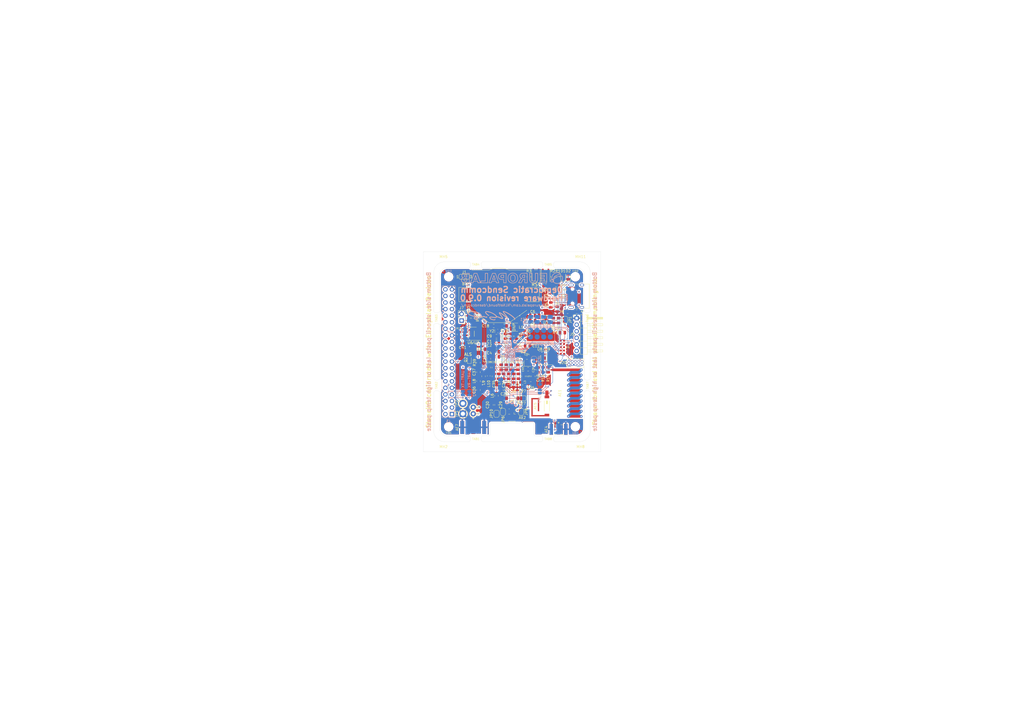
<source format=kicad_pcb>
(kicad_pcb (version 20171130) (host pcbnew 5.1.5+dfsg1-2build2)

  (general
    (thickness 1.6)
    (drawings 109)
    (tracks 1070)
    (zones 0)
    (modules 133)
    (nets 136)
  )

  (page A3)
  (title_block
    (title "Democratic Sendcomm")
    (date 2020-11-20)
    (rev 0.9.0)
    (company "Europalab Devices")
    (comment 1 "Copyright © 2020, Europalab Devices")
    (comment 2 "Fulfilling requirements of 20200210")
    (comment 3 "Pending quality assurance testing")
    (comment 4 "Release revision for manufacturing")
  )

  (layers
    (0 F.Cu signal)
    (1 In1.Cu signal)
    (2 In2.Cu signal)
    (31 B.Cu signal)
    (34 B.Paste user)
    (35 F.Paste user)
    (36 B.SilkS user)
    (37 F.SilkS user)
    (38 B.Mask user)
    (39 F.Mask user)
    (40 Dwgs.User user)
    (41 Cmts.User user)
    (44 Edge.Cuts user)
    (45 Margin user)
    (46 B.CrtYd user)
    (47 F.CrtYd user)
    (48 B.Fab user)
    (49 F.Fab user)
  )

  (setup
    (last_trace_width 0.09)
    (user_trace_width 0.1016)
    (user_trace_width 0.127)
    (user_trace_width 0.2)
    (trace_clearance 0.09)
    (zone_clearance 0.508)
    (zone_45_only no)
    (trace_min 0.09)
    (via_size 0.356)
    (via_drill 0.2)
    (via_min_size 0.356)
    (via_min_drill 0.2)
    (user_via 0.45 0.2)
    (user_via 0.6 0.3)
    (uvia_size 0.45)
    (uvia_drill 0.1)
    (uvias_allowed no)
    (uvia_min_size 0.45)
    (uvia_min_drill 0.1)
    (edge_width 0.1)
    (segment_width 0.1)
    (pcb_text_width 0.25)
    (pcb_text_size 1 1)
    (mod_edge_width 0.15)
    (mod_text_size 1 1)
    (mod_text_width 0.15)
    (pad_size 2 1.5)
    (pad_drill 0)
    (pad_to_mask_clearance 0)
    (aux_axis_origin 0 0)
    (visible_elements 7FFFFFFF)
    (pcbplotparams
      (layerselection 0x313fc_ffffffff)
      (usegerberextensions true)
      (usegerberattributes false)
      (usegerberadvancedattributes false)
      (creategerberjobfile false)
      (excludeedgelayer true)
      (linewidth 0.150000)
      (plotframeref false)
      (viasonmask false)
      (mode 1)
      (useauxorigin false)
      (hpglpennumber 1)
      (hpglpenspeed 20)
      (hpglpendiameter 15.000000)
      (psnegative false)
      (psa4output false)
      (plotreference true)
      (plotvalue true)
      (plotinvisibletext false)
      (padsonsilk false)
      (subtractmaskfromsilk false)
      (outputformat 1)
      (mirror false)
      (drillshape 0)
      (scaleselection 1)
      (outputdirectory "fabsingle"))
  )

  (net 0 "")
  (net 1 GND)
  (net 2 "Net-(AE1-Pad1)")
  (net 3 /Sheet5F53D5B4/RFSWPWR)
  (net 4 "Net-(C8-Pad1)")
  (net 5 /Sheet5F53D5B4/POWAMP)
  (net 6 "Net-(C13-Pad1)")
  (net 7 /Sheet5F53D5B4/HFOUT)
  (net 8 +3V3)
  (net 9 "Net-(C29-Pad1)")
  (net 10 /Sheet5F53D5B4/UART_RX)
  (net 11 /Sheet5F53D5B4/UART_TX)
  (net 12 /Sheet5F53D5B4/HPOUT)
  (net 13 /Sheet5F53D5B4/HFIN)
  (net 14 /Sheet5F53D5B4/BANDSEL)
  (net 15 "Net-(BT1-Pad1)")
  (net 16 /Sheet5F53D5B4/USB_BUS)
  (net 17 "Net-(C33-Pad1)")
  (net 18 "Net-(C34-Pad1)")
  (net 19 /Sheet5F53D5B4/CMDRST)
  (net 20 "Net-(D1-Pad2)")
  (net 21 "Net-(D1-Pad1)")
  (net 22 "Net-(D2-Pad1)")
  (net 23 "Net-(D2-Pad2)")
  (net 24 /Sheet5F53D5B4/USB_P)
  (net 25 /Sheet5F53D5B4/USB_N)
  (net 26 /Sheet60040980/ID_SD)
  (net 27 /Sheet60040980/ID_SC)
  (net 28 /Sheet5F53D5B4/SWDCLK)
  (net 29 "Net-(J3-Pad7)")
  (net 30 "Net-(J3-Pad8)")
  (net 31 "Net-(J4-Pad6)")
  (net 32 /Sheet5F53D5B4/CN_VBAT)
  (net 33 /Sheet5F53D5B4/XCEIV)
  (net 34 /Sheet5F53D5B4/CRYSTAL_XIN-RESERVED)
  (net 35 /Sheet5F53D5B4/CRYSTAL_XOUT-RESERVED)
  (net 36 "Net-(AE5-Pad2)")
  (net 37 "Net-(C1-Pad1)")
  (net 38 "Net-(C7-Pad1)")
  (net 39 "Net-(C14-Pad1)")
  (net 40 "Net-(C17-Pad1)")
  (net 41 "Net-(C18-Pad2)")
  (net 42 "Net-(C19-Pad2)")
  (net 43 "Net-(C23-Pad2)")
  (net 44 "Net-(C23-Pad1)")
  (net 45 "Net-(C24-Pad1)")
  (net 46 "Net-(C24-Pad2)")
  (net 47 "Net-(C29-Pad2)")
  (net 48 "Net-(C33-Pad2)")
  (net 49 "Net-(C35-Pad2)")
  (net 50 "Net-(C40-Pad1)")
  (net 51 "Net-(J2-PadB5)")
  (net 52 "Net-(J2-PadA8)")
  (net 53 "Net-(J2-PadA5)")
  (net 54 "Net-(J2-PadB8)")
  (net 55 "Net-(J2-PadA4)")
  (net 56 "Net-(J3-Pad2)")
  (net 57 "Net-(J3-Pad3)")
  (net 58 "Net-(J3-Pad4)")
  (net 59 "Net-(J3-Pad5)")
  (net 60 "Net-(J3-Pad10)")
  (net 61 "Net-(J3-Pad11)")
  (net 62 "Net-(J3-Pad12)")
  (net 63 "Net-(J3-Pad13)")
  (net 64 "Net-(J3-Pad15)")
  (net 65 "Net-(J3-Pad16)")
  (net 66 "Net-(J3-Pad18)")
  (net 67 "Net-(J3-Pad19)")
  (net 68 "Net-(J3-Pad21)")
  (net 69 "Net-(J3-Pad22)")
  (net 70 "Net-(J3-Pad23)")
  (net 71 "Net-(J3-Pad24)")
  (net 72 "Net-(J3-Pad26)")
  (net 73 "Net-(J3-Pad29)")
  (net 74 "Net-(J3-Pad31)")
  (net 75 "Net-(J3-Pad32)")
  (net 76 "Net-(J3-Pad33)")
  (net 77 "Net-(J3-Pad35)")
  (net 78 "Net-(J3-Pad36)")
  (net 79 "Net-(J3-Pad37)")
  (net 80 "Net-(J3-Pad38)")
  (net 81 "Net-(J3-Pad40)")
  (net 82 "Net-(J4-Pad7)")
  (net 83 "Net-(J4-Pad8)")
  (net 84 "Net-(J5-Pad2)")
  (net 85 "Net-(J5-Pad3)")
  (net 86 "Net-(J5-Pad6)")
  (net 87 "Net-(J6-Pad1)")
  (net 88 "Net-(L1-Pad2)")
  (net 89 "Net-(R3-Pad1)")
  (net 90 "Net-(R4-Pad1)")
  (net 91 "Net-(R4-Pad2)")
  (net 92 "Net-(U2-Pad5)")
  (net 93 "Net-(U3-PadG1)")
  (net 94 "Net-(U3-PadH1)")
  (net 95 "Net-(U3-PadE3)")
  (net 96 "Net-(U3-PadE4)")
  (net 97 "Net-(U3-PadF4)")
  (net 98 "Net-(U3-PadE5)")
  (net 99 "Net-(U3-PadC7)")
  (net 100 "Net-(U3-PadD7)")
  (net 101 "Net-(U3-PadD8)")
  (net 102 "Net-(U5-Pad3)")
  (net 103 "Net-(U5-Pad4)")
  (net 104 "Net-(U8-Pad7)")
  (net 105 "Net-(U8-Pad3)")
  (net 106 "Net-(U8-Pad2)")
  (net 107 "Net-(U8-Pad1)")
  (net 108 "Net-(U9-Pad1)")
  (net 109 "Net-(U9-Pad2)")
  (net 110 "Net-(U9-Pad3)")
  (net 111 "Net-(U9-Pad7)")
  (net 112 /Sheet5F53D5B4/SWDIO)
  (net 113 "Net-(AE2-Pad1)")
  (net 114 "Net-(AE4-Pad1)")
  (net 115 "Net-(AE5-Pad1)")
  (net 116 "Net-(AE7-Pad1)")
  (net 117 "Net-(JP10-Pad1)")
  (net 118 "Net-(J6-Pad2)")
  (net 119 "Net-(J6-Pad3)")
  (net 120 "Net-(J6-Pad4)")
  (net 121 "Net-(J6-Pad5)")
  (net 122 "Net-(J6-Pad6)")
  (net 123 "Net-(J6-Pad7)")
  (net 124 "Net-(J6-Pad8)")
  (net 125 "Net-(J7-Pad1)")
  (net 126 "Net-(C94-Pad1)")
  (net 127 "Net-(C95-Pad1)")
  (net 128 "Net-(JP26-Pad1)")
  (net 129 /TP_SCL)
  (net 130 /TP_SDA)
  (net 131 "Net-(J20-Pad6)")
  (net 132 "Net-(J20-Pad7)")
  (net 133 "Net-(J20-Pad8)")
  (net 134 "Net-(Q2-Pad2)")
  (net 135 "Net-(JP27-Pad3)")

  (net_class Default "This is the default net class."
    (clearance 0.09)
    (trace_width 0.09)
    (via_dia 0.356)
    (via_drill 0.2)
    (uvia_dia 0.45)
    (uvia_drill 0.1)
    (add_net +3V3)
    (add_net /Sheet5F53D5B4/BANDSEL)
    (add_net /Sheet5F53D5B4/CMDRST)
    (add_net /Sheet5F53D5B4/CN_VBAT)
    (add_net /Sheet5F53D5B4/CRYSTAL_XIN-RESERVED)
    (add_net /Sheet5F53D5B4/CRYSTAL_XOUT-RESERVED)
    (add_net /Sheet5F53D5B4/HFIN)
    (add_net /Sheet5F53D5B4/HFOUT)
    (add_net /Sheet5F53D5B4/HPOUT)
    (add_net /Sheet5F53D5B4/POWAMP)
    (add_net /Sheet5F53D5B4/RFSWPWR)
    (add_net /Sheet5F53D5B4/SWDCLK)
    (add_net /Sheet5F53D5B4/SWDIO)
    (add_net /Sheet5F53D5B4/UART_RX)
    (add_net /Sheet5F53D5B4/UART_TX)
    (add_net /Sheet5F53D5B4/USB_BUS)
    (add_net /Sheet5F53D5B4/USB_N)
    (add_net /Sheet5F53D5B4/USB_P)
    (add_net /Sheet5F53D5B4/XCEIV)
    (add_net /Sheet60040980/ID_SC)
    (add_net /Sheet60040980/ID_SD)
    (add_net /TP_SCL)
    (add_net /TP_SDA)
    (add_net GND)
    (add_net "Net-(AE1-Pad1)")
    (add_net "Net-(AE2-Pad1)")
    (add_net "Net-(AE4-Pad1)")
    (add_net "Net-(AE5-Pad1)")
    (add_net "Net-(AE5-Pad2)")
    (add_net "Net-(AE7-Pad1)")
    (add_net "Net-(BT1-Pad1)")
    (add_net "Net-(C1-Pad1)")
    (add_net "Net-(C13-Pad1)")
    (add_net "Net-(C14-Pad1)")
    (add_net "Net-(C17-Pad1)")
    (add_net "Net-(C18-Pad2)")
    (add_net "Net-(C19-Pad2)")
    (add_net "Net-(C23-Pad1)")
    (add_net "Net-(C23-Pad2)")
    (add_net "Net-(C24-Pad1)")
    (add_net "Net-(C24-Pad2)")
    (add_net "Net-(C29-Pad1)")
    (add_net "Net-(C29-Pad2)")
    (add_net "Net-(C33-Pad1)")
    (add_net "Net-(C33-Pad2)")
    (add_net "Net-(C34-Pad1)")
    (add_net "Net-(C35-Pad2)")
    (add_net "Net-(C40-Pad1)")
    (add_net "Net-(C7-Pad1)")
    (add_net "Net-(C8-Pad1)")
    (add_net "Net-(C94-Pad1)")
    (add_net "Net-(C95-Pad1)")
    (add_net "Net-(D1-Pad1)")
    (add_net "Net-(D1-Pad2)")
    (add_net "Net-(D2-Pad1)")
    (add_net "Net-(D2-Pad2)")
    (add_net "Net-(J2-PadA4)")
    (add_net "Net-(J2-PadA5)")
    (add_net "Net-(J2-PadA8)")
    (add_net "Net-(J2-PadB5)")
    (add_net "Net-(J2-PadB8)")
    (add_net "Net-(J20-Pad6)")
    (add_net "Net-(J20-Pad7)")
    (add_net "Net-(J20-Pad8)")
    (add_net "Net-(J3-Pad10)")
    (add_net "Net-(J3-Pad11)")
    (add_net "Net-(J3-Pad12)")
    (add_net "Net-(J3-Pad13)")
    (add_net "Net-(J3-Pad15)")
    (add_net "Net-(J3-Pad16)")
    (add_net "Net-(J3-Pad18)")
    (add_net "Net-(J3-Pad19)")
    (add_net "Net-(J3-Pad2)")
    (add_net "Net-(J3-Pad21)")
    (add_net "Net-(J3-Pad22)")
    (add_net "Net-(J3-Pad23)")
    (add_net "Net-(J3-Pad24)")
    (add_net "Net-(J3-Pad26)")
    (add_net "Net-(J3-Pad29)")
    (add_net "Net-(J3-Pad3)")
    (add_net "Net-(J3-Pad31)")
    (add_net "Net-(J3-Pad32)")
    (add_net "Net-(J3-Pad33)")
    (add_net "Net-(J3-Pad35)")
    (add_net "Net-(J3-Pad36)")
    (add_net "Net-(J3-Pad37)")
    (add_net "Net-(J3-Pad38)")
    (add_net "Net-(J3-Pad4)")
    (add_net "Net-(J3-Pad40)")
    (add_net "Net-(J3-Pad5)")
    (add_net "Net-(J3-Pad7)")
    (add_net "Net-(J3-Pad8)")
    (add_net "Net-(J4-Pad6)")
    (add_net "Net-(J4-Pad7)")
    (add_net "Net-(J4-Pad8)")
    (add_net "Net-(J5-Pad2)")
    (add_net "Net-(J5-Pad3)")
    (add_net "Net-(J5-Pad6)")
    (add_net "Net-(J6-Pad1)")
    (add_net "Net-(J6-Pad2)")
    (add_net "Net-(J6-Pad3)")
    (add_net "Net-(J6-Pad4)")
    (add_net "Net-(J6-Pad5)")
    (add_net "Net-(J6-Pad6)")
    (add_net "Net-(J6-Pad7)")
    (add_net "Net-(J6-Pad8)")
    (add_net "Net-(J7-Pad1)")
    (add_net "Net-(JP10-Pad1)")
    (add_net "Net-(JP26-Pad1)")
    (add_net "Net-(JP27-Pad3)")
    (add_net "Net-(L1-Pad2)")
    (add_net "Net-(Q2-Pad2)")
    (add_net "Net-(R3-Pad1)")
    (add_net "Net-(R4-Pad1)")
    (add_net "Net-(R4-Pad2)")
    (add_net "Net-(U2-Pad5)")
    (add_net "Net-(U3-PadC7)")
    (add_net "Net-(U3-PadD7)")
    (add_net "Net-(U3-PadD8)")
    (add_net "Net-(U3-PadE3)")
    (add_net "Net-(U3-PadE4)")
    (add_net "Net-(U3-PadE5)")
    (add_net "Net-(U3-PadF4)")
    (add_net "Net-(U3-PadG1)")
    (add_net "Net-(U3-PadH1)")
    (add_net "Net-(U5-Pad3)")
    (add_net "Net-(U5-Pad4)")
    (add_net "Net-(U8-Pad1)")
    (add_net "Net-(U8-Pad2)")
    (add_net "Net-(U8-Pad3)")
    (add_net "Net-(U8-Pad7)")
    (add_net "Net-(U9-Pad1)")
    (add_net "Net-(U9-Pad2)")
    (add_net "Net-(U9-Pad3)")
    (add_net "Net-(U9-Pad7)")
  )

  (net_class Power ""
    (clearance 0.2)
    (trace_width 0.5)
    (via_dia 1)
    (via_drill 0.7)
    (uvia_dia 0.5)
    (uvia_drill 0.1)
  )

  (module Elabdev:Meinkuerzel_signature_480DPI (layer B.Cu) (tedit 0) (tstamp 5FBE809B)
    (at 202 134 180)
    (fp_text reference G1 (at 0 0) (layer B.SilkS) hide
      (effects (font (size 1.524 1.524) (thickness 0.3)) (justify mirror))
    )
    (fp_text value Meinkuerzel_signature (at 0.75 0) (layer B.SilkS) hide
      (effects (font (size 1.524 1.524) (thickness 0.3)) (justify mirror))
    )
    (fp_poly (pts (xy 7.849084 1.675651) (xy 8.303148 1.632827) (xy 8.685942 1.550363) (xy 8.876057 1.481326)
      (xy 9.07938 1.34976) (xy 9.204465 1.178624) (xy 9.241225 0.986809) (xy 9.210768 0.854557)
      (xy 9.078684 0.643748) (xy 8.864557 0.429964) (xy 8.589687 0.233059) (xy 8.471807 0.165759)
      (xy 8.232808 0.053863) (xy 7.923436 -0.068816) (xy 7.576824 -0.190996) (xy 7.226108 -0.301392)
      (xy 6.904421 -0.388723) (xy 6.731621 -0.426811) (xy 6.398868 -0.490816) (xy 6.556265 -0.586535)
      (xy 6.736632 -0.743549) (xy 6.819572 -0.938245) (xy 6.82625 -1.022915) (xy 6.780462 -1.15416)
      (xy 6.660466 -1.295963) (xy 6.49231 -1.424979) (xy 6.30204 -1.517866) (xy 6.258842 -1.531402)
      (xy 6.0446 -1.569955) (xy 5.805186 -1.581627) (xy 5.582286 -1.566858) (xy 5.417587 -1.526091)
      (xy 5.409578 -1.522402) (xy 5.285381 -1.409276) (xy 5.232727 -1.237525) (xy 5.243042 -1.133742)
      (xy 5.545646 -1.133742) (xy 5.569322 -1.243922) (xy 5.599007 -1.270742) (xy 5.725804 -1.30367)
      (xy 5.911501 -1.301091) (xy 6.117136 -1.267785) (xy 6.303743 -1.20853) (xy 6.368163 -1.176419)
      (xy 6.483421 -1.090411) (xy 6.547775 -1.006994) (xy 6.550669 -0.996984) (xy 6.519163 -0.903747)
      (xy 6.404517 -0.814537) (xy 6.229026 -0.742568) (xy 6.060328 -0.706358) (xy 5.903418 -0.693399)
      (xy 5.806355 -0.717484) (xy 5.726223 -0.79035) (xy 5.718194 -0.79992) (xy 5.596762 -0.979847)
      (xy 5.545646 -1.133742) (xy 5.243042 -1.133742) (xy 5.253531 -1.028227) (xy 5.344918 -0.810631)
      (xy 5.442538 -0.642303) (xy 5.295353 -0.646487) (xy 5.12125 -0.625399) (xy 5.035885 -0.550663)
      (xy 5.027083 -0.501447) (xy 5.075804 -0.410776) (xy 5.222941 -0.351671) (xy 5.469958 -0.32355)
      (xy 5.476875 -0.323261) (xy 5.599677 -0.314345) (xy 5.697993 -0.289875) (xy 5.794712 -0.235966)
      (xy 5.912725 -0.138734) (xy 6.074923 0.015705) (xy 6.138333 0.077935) (xy 6.357426 0.284825)
      (xy 6.520758 0.415811) (xy 6.63982 0.476704) (xy 6.726105 0.473318) (xy 6.791106 0.411464)
      (xy 6.792772 0.408883) (xy 6.813029 0.349999) (xy 6.787897 0.281807) (xy 6.704882 0.184844)
      (xy 6.561666 0.048946) (xy 6.270625 -0.217166) (xy 6.532899 -0.183078) (xy 6.900304 -0.115245)
      (xy 7.289474 -0.008645) (xy 7.678243 0.127507) (xy 8.044445 0.283994) (xy 8.365914 0.451601)
      (xy 8.620483 0.621112) (xy 8.749193 0.738377) (xy 8.856936 0.865956) (xy 8.92727 0.965202)
      (xy 8.942916 1.001728) (xy 8.895983 1.084773) (xy 8.773369 1.176095) (xy 8.602358 1.259484)
      (xy 8.410231 1.318727) (xy 8.408998 1.318992) (xy 8.149682 1.354937) (xy 7.8128 1.371973)
      (xy 7.424917 1.370093) (xy 7.012599 1.349291) (xy 6.686734 1.319437) (xy 6.066773 1.222977)
      (xy 5.517194 1.081213) (xy 5.043989 0.897075) (xy 4.653152 0.673494) (xy 4.350673 0.413401)
      (xy 4.142546 0.119727) (xy 4.114637 0.061443) (xy 4.047094 -0.15251) (xy 4.06025 -0.336634)
      (xy 4.160207 -0.518581) (xy 4.270456 -0.644496) (xy 4.390411 -0.79173) (xy 4.431252 -0.900383)
      (xy 4.427296 -0.922309) (xy 4.357272 -0.99719) (xy 4.242023 -0.977517) (xy 4.082983 -0.863726)
      (xy 4.010682 -0.795217) (xy 3.879838 -0.680755) (xy 3.765594 -0.608691) (xy 3.712637 -0.594925)
      (xy 3.6215 -0.594723) (xy 3.455888 -0.585507) (xy 3.246599 -0.569127) (xy 3.175 -0.562633)
      (xy 2.951086 -0.544014) (xy 2.793821 -0.54282) (xy 2.664643 -0.565021) (xy 2.524987 -0.61659)
      (xy 2.371034 -0.687127) (xy 2.100169 -0.795663) (xy 1.89262 -0.837972) (xy 1.841867 -0.837015)
      (xy 1.72083 -0.812158) (xy 1.663036 -0.745697) (xy 1.637803 -0.635) (xy 1.623821 -0.491701)
      (xy 1.628566 -0.389706) (xy 1.630235 -0.383646) (xy 1.692219 -0.322789) (xy 1.789679 -0.330876)
      (xy 1.885465 -0.399867) (xy 1.916539 -0.445597) (xy 1.984375 -0.573694) (xy 2.371569 -0.384068)
      (xy 2.758764 -0.194442) (xy 3.165319 -0.256321) (xy 3.413597 -0.293214) (xy 3.576071 -0.310583)
      (xy 3.67165 -0.304292) (xy 3.719238 -0.270208) (xy 3.737742 -0.204195) (xy 3.744012 -0.129767)
      (xy 3.817818 0.177969) (xy 3.989413 0.470621) (xy 4.251219 0.74303) (xy 4.595656 0.99004)
      (xy 5.015149 1.206492) (xy 5.502117 1.387229) (xy 6.048984 1.527094) (xy 6.228561 1.561184)
      (xy 6.794861 1.64034) (xy 7.340678 1.678326) (xy 7.849084 1.675651)) (layer B.SilkS) (width 0.01))
    (fp_poly (pts (xy -4.580024 1.756567) (xy -4.544854 1.74305) (xy -4.466016 1.67622) (xy -4.437143 1.580417)
      (xy -4.461964 1.447967) (xy -4.544204 1.271201) (xy -4.68759 1.042447) (xy -4.895848 0.754033)
      (xy -5.172705 0.39829) (xy -5.237349 0.3175) (xy -5.411926 0.098408) (xy -5.577817 -0.112809)
      (xy -5.714811 -0.290245) (xy -5.794689 -0.396875) (xy -5.948296 -0.608542) (xy -5.791961 -0.468507)
      (xy -5.700695 -0.392772) (xy -5.541009 -0.266466) (xy -5.329307 -0.10231) (xy -5.081994 0.086977)
      (xy -4.815472 0.288675) (xy -4.815417 0.288716) (xy -4.345432 0.631252) (xy -3.946225 0.897872)
      (xy -3.615767 1.089474) (xy -3.352032 1.206955) (xy -3.152989 1.251211) (xy -3.016612 1.223138)
      (xy -2.940872 1.123633) (xy -2.939055 1.118116) (xy -2.92791 1.023519) (xy -2.955738 0.908417)
      (xy -3.029742 0.759005) (xy -3.157121 0.561475) (xy -3.345079 0.302021) (xy -3.409058 0.217037)
      (xy -3.654587 -0.113597) (xy -3.860834 -0.404313) (xy -4.022275 -0.646491) (xy -4.133388 -0.831509)
      (xy -4.188652 -0.950744) (xy -4.185335 -0.994958) (xy -4.120655 -0.981486) (xy -3.976478 -0.932768)
      (xy -3.770527 -0.855371) (xy -3.520529 -0.755864) (xy -3.349225 -0.685128) (xy -3.06462 -0.570045)
      (xy -2.797019 -0.469163) (xy -2.569108 -0.390505) (xy -2.403576 -0.342097) (xy -2.349431 -0.331513)
      (xy -2.183877 -0.291941) (xy -2.07811 -0.206425) (xy -2.041672 -0.151915) (xy -1.850086 0.096101)
      (xy -1.567603 0.354844) (xy -1.207453 0.616123) (xy -0.78287 0.87175) (xy -0.307084 1.113536)
      (xy 0.206672 1.333293) (xy 0.574448 1.467145) (xy 0.853452 1.556991) (xy 1.074831 1.61415)
      (xy 1.278935 1.645957) (xy 1.506112 1.659747) (xy 1.647661 1.662241) (xy 1.89537 1.661355)
      (xy 2.061526 1.650821) (xy 2.170245 1.626908) (xy 2.245641 1.585888) (xy 2.269431 1.566069)
      (xy 2.364656 1.413892) (xy 2.378536 1.21834) (xy 2.31231 1.002224) (xy 2.231511 0.867835)
      (xy 2.055394 0.653788) (xy 1.846452 0.444397) (xy 1.622129 0.252501) (xy 1.399873 0.090942)
      (xy 1.19713 -0.02744) (xy 1.031346 -0.089804) (xy 0.931657 -0.088852) (xy 0.853749 -0.025156)
      (xy 0.874571 0.06423) (xy 0.991583 0.174246) (xy 1.09802 0.242886) (xy 1.314624 0.387246)
      (xy 1.527802 0.560014) (xy 1.72429 0.746283) (xy 1.890825 0.931146) (xy 2.014146 1.099697)
      (xy 2.080988 1.237027) (xy 2.078088 1.32823) (xy 2.071165 1.336667) (xy 1.954541 1.387475)
      (xy 1.756832 1.400928) (xy 1.494763 1.380087) (xy 1.185063 1.328013) (xy 0.844457 1.247766)
      (xy 0.489674 1.142406) (xy 0.137439 1.014995) (xy -0.00172 0.957368) (xy -0.385109 0.777304)
      (xy -0.74297 0.581237) (xy -1.065571 0.377182) (xy -1.343179 0.173152) (xy -1.566062 -0.022838)
      (xy -1.724487 -0.202776) (xy -1.808722 -0.358647) (xy -1.809035 -0.482438) (xy -1.789329 -0.514562)
      (xy -1.69188 -0.558953) (xy -1.49842 -0.578536) (xy -1.2158 -0.573404) (xy -0.850872 -0.543648)
      (xy -0.464887 -0.496867) (xy -0.056607 -0.452123) (xy 0.260382 -0.442712) (xy 0.494773 -0.469264)
      (xy 0.655256 -0.532408) (xy 0.714552 -0.58228) (xy 0.776217 -0.725165) (xy 0.746162 -0.908878)
      (xy 0.632079 -1.115352) (xy 0.45893 -1.290216) (xy 0.2117 -1.450188) (xy -0.085638 -1.588107)
      (xy -0.409112 -1.696809) (xy -0.734748 -1.769134) (xy -1.038572 -1.797919) (xy -1.296612 -1.776003)
      (xy -1.42875 -1.731015) (xy -1.546706 -1.617759) (xy -1.577815 -1.519827) (xy -1.560687 -1.389395)
      (xy -1.486335 -1.336349) (xy -1.378138 -1.369493) (xy -1.317893 -1.421952) (xy -1.19986 -1.505637)
      (xy -1.092449 -1.534584) (xy -0.859949 -1.513387) (xy -0.579373 -1.457345) (xy -0.297878 -1.377776)
      (xy -0.068589 -1.288836) (xy 0.116249 -1.181832) (xy 0.284174 -1.050661) (xy 0.411262 -0.917533)
      (xy 0.473586 -0.804658) (xy 0.47625 -0.783054) (xy 0.425256 -0.757675) (xy 0.277287 -0.748743)
      (xy 0.039858 -0.755912) (xy -0.279513 -0.778835) (xy -0.673311 -0.817167) (xy -0.956033 -0.849048)
      (xy -1.308534 -0.882196) (xy -1.57585 -0.8857) (xy -1.774982 -0.85746) (xy -1.922933 -0.795374)
      (xy -2.017888 -0.717835) (xy -2.096716 -0.653738) (xy -2.190635 -0.62131) (xy -2.313833 -0.623423)
      (xy -2.480498 -0.662945) (xy -2.704818 -0.742748) (xy -3.00098 -0.865702) (xy -3.216817 -0.960383)
      (xy -3.585839 -1.11854) (xy -3.874386 -1.227749) (xy -4.094462 -1.290524) (xy -4.258069 -1.309381)
      (xy -4.377212 -1.286836) (xy -4.463891 -1.225404) (xy -4.466704 -1.222337) (xy -4.518051 -1.14061)
      (xy -4.530831 -1.040781) (xy -4.500098 -0.912213) (xy -4.420902 -0.744269) (xy -4.288295 -0.526313)
      (xy -4.097327 -0.247708) (xy -3.863138 0.07498) (xy -3.679345 0.325213) (xy -3.519393 0.545064)
      (xy -3.393108 0.720859) (xy -3.310313 0.838921) (xy -3.280834 0.885525) (xy -3.323557 0.888476)
      (xy -3.399896 0.869711) (xy -3.542096 0.805036) (xy -3.750284 0.678102) (xy -4.027571 0.486762)
      (xy -4.377062 0.228867) (xy -4.801868 -0.097732) (xy -4.81991 -0.111817) (xy -5.187034 -0.396401)
      (xy -5.482932 -0.620081) (xy -5.717862 -0.789492) (xy -5.902078 -0.911266) (xy -6.045837 -0.99204)
      (xy -6.159396 -1.038447) (xy -6.25301 -1.057121) (xy -6.283148 -1.058333) (xy -6.40378 -1.045849)
      (xy -6.450441 -0.994435) (xy -6.455563 -0.939271) (xy -6.445942 -0.865735) (xy -6.412644 -0.776476)
      (xy -6.348546 -0.66103) (xy -6.24652 -0.508935) (xy -6.099443 -0.309727) (xy -5.90019 -0.052942)
      (xy -5.641635 0.271882) (xy -5.570553 0.360397) (xy -5.363566 0.620769) (xy -5.174974 0.863504)
      (xy -5.016826 1.072659) (xy -4.901172 1.23229) (xy -4.84006 1.326453) (xy -4.839117 1.328251)
      (xy -4.786636 1.436383) (xy -4.790145 1.473528) (xy -4.856494 1.462433) (xy -4.877731 1.456477)
      (xy -4.973599 1.420322) (xy -5.140081 1.348706) (xy -5.352621 1.252468) (xy -5.55625 1.156974)
      (xy -6.094525 0.881508) (xy -6.644499 0.565345) (xy -7.182748 0.223911) (xy -7.685848 -0.12737)
      (xy -8.130378 -0.473072) (xy -8.424687 -0.732038) (xy -8.650145 -0.95487) (xy -8.800069 -1.131002)
      (xy -8.884377 -1.276175) (xy -8.912984 -1.406131) (xy -8.905425 -1.495188) (xy -8.906488 -1.61853)
      (xy -8.964006 -1.672137) (xy -9.075823 -1.672519) (xy -9.156792 -1.593028) (xy -9.200558 -1.456755)
      (xy -9.200763 -1.286789) (xy -9.151052 -1.106218) (xy -9.131299 -1.06447) (xy -9.024915 -0.913844)
      (xy -8.843627 -0.718433) (xy -8.601654 -0.490528) (xy -8.313213 -0.242422) (xy -7.992524 0.013592)
      (xy -7.653804 0.265222) (xy -7.3545 0.471681) (xy -6.896098 0.764541) (xy -6.449337 1.028776)
      (xy -6.024338 1.259805) (xy -5.631223 1.453048) (xy -5.280112 1.603926) (xy -4.981128 1.707858)
      (xy -4.744392 1.760265) (xy -4.580024 1.756567)) (layer B.SilkS) (width 0.01))
  )

  (module Elabdev:Panel_Mousetab_25mm_Single (layer F.Cu) (tedit 5CD9E59A) (tstamp 5FBE7343)
    (at 224 114.25 270)
    (path /5CD5C3A7)
    (fp_text reference TAB5 (at 0 0 180) (layer F.SilkS)
      (effects (font (size 0.8 0.8) (thickness 0.13)))
    )
    (fp_text value Pantab (at 0 -3.5 270) (layer F.Fab)
      (effects (font (size 1 1) (thickness 0.15)))
    )
    (fp_line (start -2.1 -2.6) (end 2.1 -2.6) (layer F.CrtYd) (width 0.15))
    (fp_line (start -2.1 2.6) (end -2.1 -2.6) (layer F.CrtYd) (width 0.15))
    (fp_line (start 2.1 2.6) (end -2.1 2.6) (layer F.CrtYd) (width 0.15))
    (fp_line (start 2.1 -2.6) (end 2.1 2.6) (layer F.CrtYd) (width 0.15))
    (fp_line (start -1.25 -2.2) (end -1.25 2.2) (layer F.Fab) (width 0.15))
    (fp_line (start 1.25 -2.2) (end 1.25 2.2) (layer F.Fab) (width 0.15))
    (pad "" np_thru_hole circle (at 1.35 -2 270) (size 0.5 0.5) (drill 0.5) (layers *.Cu))
    (pad "" np_thru_hole circle (at 1.35 -1.2 270) (size 0.5 0.5) (drill 0.5) (layers *.Cu))
    (pad "" np_thru_hole circle (at 1.35 -0.4 270) (size 0.5 0.5) (drill 0.5) (layers *.Cu))
    (pad "" np_thru_hole circle (at 1.35 0.4 270) (size 0.5 0.5) (drill 0.5) (layers *.Cu))
    (pad "" np_thru_hole circle (at 1.35 1.2 270) (size 0.5 0.5) (drill 0.5) (layers *.Cu))
    (pad "" np_thru_hole circle (at 1.35 2 270) (size 0.5 0.5) (drill 0.5) (layers *.Cu))
  )

  (module Elabdev:Elablogoslk-Gfx (layer B.Cu) (tedit 0) (tstamp 5FBDF7AF)
    (at 210 119.5 180)
    (fp_text reference G** (at 0 0) (layer B.SilkS) hide
      (effects (font (size 1.524 1.524) (thickness 0.3)) (justify mirror))
    )
    (fp_text value Elablogoslk (at 0.75 0) (layer B.SilkS) hide
      (effects (font (size 1.524 1.524) (thickness 0.3)) (justify mirror))
    )
    (fp_poly (pts (xy -15.405836 -0.675184) (xy -15.287483 -0.702055) (xy -15.188143 -0.754619) (xy -15.108772 -0.827765)
      (xy -15.050327 -0.916382) (xy -15.013763 -1.015359) (xy -15.000037 -1.119584) (xy -15.010104 -1.223945)
      (xy -15.04492 -1.323332) (xy -15.105441 -1.412633) (xy -15.192623 -1.486737) (xy -15.24833 -1.517344)
      (xy -15.356716 -1.550357) (xy -15.476625 -1.557984) (xy -15.592872 -1.539403) (xy -15.602283 -1.53653)
      (xy -15.678123 -1.497127) (xy -15.752493 -1.432517) (xy -15.815972 -1.352895) (xy -15.859141 -1.268459)
      (xy -15.864155 -1.2531) (xy -15.88425 -1.176683) (xy -15.891257 -1.117668) (xy -15.885212 -1.059627)
      (xy -15.866149 -0.986134) (xy -15.864727 -0.981328) (xy -15.815988 -0.8777) (xy -15.739972 -0.790432)
      (xy -15.643773 -0.72426) (xy -15.534487 -0.683915) (xy -15.419207 -0.674131) (xy -15.405836 -0.675184)) (layer B.Mask) (width 0.01))
    (fp_poly (pts (xy 17.476107 1.827609) (xy 17.687258 1.825899) (xy 17.865618 1.824237) (xy 18.014678 1.822477)
      (xy 18.137934 1.82047) (xy 18.238879 1.818068) (xy 18.321005 1.815122) (xy 18.387806 1.811484)
      (xy 18.442776 1.807007) (xy 18.489407 1.801541) (xy 18.531194 1.794939) (xy 18.57163 1.787052)
      (xy 18.6055 1.779685) (xy 18.771822 1.733432) (xy 18.923911 1.673315) (xy 19.054677 1.602656)
      (xy 19.157033 1.524776) (xy 19.164226 1.5179) (xy 19.246251 1.417951) (xy 19.315464 1.294688)
      (xy 19.365371 1.16053) (xy 19.377923 1.109275) (xy 19.39052 1.010407) (xy 19.393203 0.893754)
      (xy 19.386762 0.771789) (xy 19.371983 0.656983) (xy 19.349655 0.561808) (xy 19.341939 0.539811)
      (xy 19.283862 0.430962) (xy 19.19941 0.326298) (xy 19.097976 0.236127) (xy 19.019624 0.185927)
      (xy 18.914298 0.12941) (xy 18.968542 0.109123) (xy 19.093064 0.054672) (xy 19.194891 -0.009335)
      (xy 19.285933 -0.089714) (xy 19.390804 -0.214403) (xy 19.467199 -0.350129) (xy 19.516977 -0.501894)
      (xy 19.541997 -0.674698) (xy 19.545898 -0.789214) (xy 19.53245 -0.987132) (xy 19.491752 -1.163006)
      (xy 19.423278 -1.317328) (xy 19.326496 -1.450588) (xy 19.200879 -1.563277) (xy 19.045898 -1.655885)
      (xy 18.861023 -1.728905) (xy 18.645726 -1.782826) (xy 18.442214 -1.81358) (xy 18.390712 -1.817354)
      (xy 18.307346 -1.820878) (xy 18.196536 -1.82407) (xy 18.062704 -1.826851) (xy 17.910272 -1.829142)
      (xy 17.743659 -1.830864) (xy 17.567287 -1.831936) (xy 17.403536 -1.83228) (xy 16.528143 -1.832429)
      (xy 16.528143 -1.197429) (xy 17.471571 -1.197429) (xy 17.812474 -1.197429) (xy 17.960507 -1.19621)
      (xy 18.077011 -1.192363) (xy 18.166668 -1.185602) (xy 18.234157 -1.175639) (xy 18.257984 -1.170182)
      (xy 18.384709 -1.1231) (xy 18.482481 -1.054854) (xy 18.552639 -0.964254) (xy 18.589417 -0.8761)
      (xy 18.611394 -0.756961) (xy 18.608994 -0.636283) (xy 18.583832 -0.523232) (xy 18.537525 -0.426977)
      (xy 18.502598 -0.383459) (xy 18.44707 -0.333771) (xy 18.385424 -0.294593) (xy 18.312843 -0.264829)
      (xy 18.22451 -0.243381) (xy 18.115607 -0.229153) (xy 17.981316 -0.221046) (xy 17.816821 -0.217964)
      (xy 17.775464 -0.217851) (xy 17.471571 -0.217714) (xy 17.471571 -1.197429) (xy 16.528143 -1.197429)
      (xy 16.528143 1.197428) (xy 17.471571 1.197428) (xy 17.471571 0.417286) (xy 17.804933 0.417286)
      (xy 17.937918 0.418126) (xy 18.040036 0.420891) (xy 18.116671 0.425945) (xy 18.173209 0.433651)
      (xy 18.215035 0.444376) (xy 18.217426 0.445205) (xy 18.319056 0.498467) (xy 18.395331 0.575146)
      (xy 18.444205 0.67085) (xy 18.463631 0.781188) (xy 18.451564 0.901769) (xy 18.443884 0.931299)
      (xy 18.396902 1.030842) (xy 18.322562 1.110813) (xy 18.227195 1.165118) (xy 18.18819 1.177399)
      (xy 18.143627 1.184049) (xy 18.070672 1.189765) (xy 17.977218 1.19415) (xy 17.871155 1.196808)
      (xy 17.790109 1.197428) (xy 17.471571 1.197428) (xy 16.528143 1.197428) (xy 16.528143 1.835008)
      (xy 17.476107 1.827609)) (layer B.Mask) (width 0.01))
    (fp_poly (pts (xy 14.119941 1.828149) (xy 14.684369 1.823357) (xy 15.359475 0) (xy 16.034582 -1.823357)
      (xy 15.571079 -1.828205) (xy 15.445094 -1.82918) (xy 15.331429 -1.829406) (xy 15.235013 -1.828925)
      (xy 15.160777 -1.827781) (xy 15.11365 -1.826018) (xy 15.098562 -1.824039) (xy 15.090052 -1.80483)
      (xy 15.071782 -1.756797) (xy 15.045759 -1.68544) (xy 15.013987 -1.59626) (xy 14.978473 -1.494759)
      (xy 14.977731 -1.49262) (xy 14.865914 -1.170214) (xy 14.120645 -1.165479) (xy 13.375375 -1.160744)
      (xy 13.306737 -1.355979) (xy 13.272699 -1.452448) (xy 13.236904 -1.553325) (xy 13.204622 -1.643779)
      (xy 13.188986 -1.687286) (xy 13.139873 -1.823357) (xy 12.664678 -1.828197) (xy 12.53823 -1.828961)
      (xy 12.425118 -1.828639) (xy 12.329969 -1.827326) (xy 12.257408 -1.825117) (xy 12.212064 -1.822108)
      (xy 12.19843 -1.818559) (xy 12.205849 -1.799875) (xy 12.225002 -1.749455) (xy 12.255032 -1.669593)
      (xy 12.295087 -1.562586) (xy 12.34431 -1.430729) (xy 12.401847 -1.276318) (xy 12.466842 -1.101648)
      (xy 12.538441 -0.909015) (xy 12.615789 -0.700714) (xy 12.69803 -0.479041) (xy 12.702348 -0.467391)
      (xy 13.614056 -0.467391) (xy 13.61958 -0.47467) (xy 13.636172 -0.480187) (xy 13.66764 -0.484184)
      (xy 13.717795 -0.486904) (xy 13.790447 -0.488587) (xy 13.889405 -0.489478) (xy 14.01848 -0.489817)
      (xy 14.115143 -0.489857) (xy 14.270607 -0.489531) (xy 14.392961 -0.488457) (xy 14.485375 -0.486493)
      (xy 14.551022 -0.483496) (xy 14.59307 -0.479323) (xy 14.614692 -0.473831) (xy 14.619171 -0.467179)
      (xy 14.611769 -0.445613) (xy 14.593892 -0.393441) (xy 14.566814 -0.314385) (xy 14.53181 -0.212168)
      (xy 14.490155 -0.090515) (xy 14.443125 0.046852) (xy 14.391994 0.196209) (xy 14.367839 0.266773)
      (xy 14.315439 0.418794) (xy 14.266379 0.559098) (xy 14.221933 0.684192) (xy 14.183374 0.790582)
      (xy 14.151976 0.874778) (xy 14.129011 0.933285) (xy 14.115754 0.96261) (xy 14.11319 0.965273)
      (xy 14.105039 0.945854) (xy 14.08648 0.895813) (xy 14.058824 0.818867) (xy 14.023386 0.718735)
      (xy 13.981478 0.599134) (xy 13.934414 0.463783) (xy 13.883507 0.316398) (xy 13.865167 0.263071)
      (xy 13.813057 0.111504) (xy 13.764295 -0.030104) (xy 13.720215 -0.157901) (xy 13.682146 -0.268036)
      (xy 13.651421 -0.356659) (xy 13.629372 -0.419918) (xy 13.617329 -0.453964) (xy 13.615787 -0.458107)
      (xy 13.614056 -0.467391) (xy 12.702348 -0.467391) (xy 12.784311 -0.246291) (xy 12.842155 -0.090148)
      (xy 12.931409 0.150825) (xy 13.017702 0.38378) (xy 13.100126 0.606258) (xy 13.177768 0.815802)
      (xy 13.249717 1.009954) (xy 13.315063 1.186256) (xy 13.372895 1.34225) (xy 13.422301 1.47548)
      (xy 13.462371 1.583486) (xy 13.492193 1.663811) (xy 13.510857 1.713998) (xy 13.516223 1.728364)
      (xy 13.555513 1.832942) (xy 14.119941 1.828149)) (layer B.Mask) (width 0.01))
    (fp_poly (pts (xy 10.359571 -1.124857) (xy 12.028714 -1.124857) (xy 12.028714 -1.832429) (xy 9.416143 -1.832429)
      (xy 9.416143 1.832429) (xy 10.359571 1.832429) (xy 10.359571 -1.124857)) (layer B.Mask) (width 0.01))
    (fp_poly (pts (xy 8.199353 0.127) (xy 8.288425 -0.113439) (xy 8.374711 -0.34635) (xy 8.457277 -0.569212)
      (xy 8.535188 -0.7795) (xy 8.607508 -0.974691) (xy 8.673302 -1.152261) (xy 8.731636 -1.309687)
      (xy 8.781574 -1.444447) (xy 8.822182 -1.554015) (xy 8.852524 -1.63587) (xy 8.871666 -1.687486)
      (xy 8.876754 -1.701194) (xy 8.925739 -1.83303) (xy 8.45225 -1.828194) (xy 7.97876 -1.823357)
      (xy 7.866169 -1.496786) (xy 7.753577 -1.170214) (xy 6.263113 -1.160744) (xy 6.215979 -1.292479)
      (xy 6.18957 -1.366538) (xy 6.156119 -1.460694) (xy 6.120643 -1.560816) (xy 6.098384 -1.623786)
      (xy 6.027922 -1.823357) (xy 5.555303 -1.828192) (xy 5.082684 -1.833026) (xy 5.109 -1.764692)
      (xy 5.118841 -1.738485) (xy 5.140399 -1.680606) (xy 5.172801 -1.59341) (xy 5.215173 -1.479255)
      (xy 5.26664 -1.3405) (xy 5.32633 -1.1795) (xy 5.393368 -0.998613) (xy 5.46688 -0.800198)
      (xy 5.545992 -0.586611) (xy 5.590624 -0.466084) (xy 6.500383 -0.466084) (xy 6.503747 -0.473226)
      (xy 6.522197 -0.478851) (xy 6.559117 -0.48312) (xy 6.617891 -0.486194) (xy 6.701902 -0.488231)
      (xy 6.814535 -0.489393) (xy 6.959172 -0.489839) (xy 7.003143 -0.489857) (xy 7.158575 -0.489532)
      (xy 7.280898 -0.488459) (xy 7.373282 -0.486498) (xy 7.438898 -0.483504) (xy 7.480918 -0.479336)
      (xy 7.502511 -0.47385) (xy 7.506956 -0.467179) (xy 7.499509 -0.445611) (xy 7.481591 -0.393437)
      (xy 7.454479 -0.31438) (xy 7.419449 -0.212163) (xy 7.377777 -0.090513) (xy 7.33074 0.046847)
      (xy 7.279613 0.196192) (xy 7.255551 0.266494) (xy 7.203171 0.418497) (xy 7.154136 0.558793)
      (xy 7.109719 0.683886) (xy 7.071192 0.790281) (xy 7.039829 0.874483) (xy 7.016902 0.932996)
      (xy 7.003686 0.962326) (xy 7.001147 0.964994) (xy 6.993017 0.945656) (xy 6.974441 0.89568)
      (xy 6.946726 0.818758) (xy 6.911178 0.718582) (xy 6.869105 0.598844) (xy 6.821814 0.463236)
      (xy 6.770613 0.31545) (xy 6.749793 0.255094) (xy 6.697385 0.103053) (xy 6.648476 -0.038716)
      (xy 6.604368 -0.166446) (xy 6.566363 -0.276369) (xy 6.535764 -0.364717) (xy 6.513876 -0.427723)
      (xy 6.502 -0.461619) (xy 6.500383 -0.466084) (xy 5.590624 -0.466084) (xy 5.629831 -0.36021)
      (xy 5.717523 -0.123352) (xy 5.786688 0.0635) (xy 6.438059 1.823357) (xy 7.570937 1.823357)
      (xy 8.199353 0.127)) (layer B.Mask) (width 0.01))
    (fp_poly (pts (xy 3.261178 1.827277) (xy 3.480979 1.825468) (xy 3.667644 1.823588) (xy 3.824324 1.821528)
      (xy 3.954168 1.819181) (xy 4.060326 1.81644) (xy 4.145949 1.813196) (xy 4.214186 1.809344)
      (xy 4.268189 1.804775) (xy 4.311106 1.799382) (xy 4.346087 1.793058) (xy 4.360384 1.789806)
      (xy 4.57993 1.722356) (xy 4.770202 1.633466) (xy 4.931207 1.523128) (xy 5.062949 1.391336)
      (xy 5.165434 1.238084) (xy 5.238668 1.063365) (xy 5.282655 0.867172) (xy 5.297401 0.6495)
      (xy 5.297399 0.645705) (xy 5.288217 0.449129) (xy 5.259944 0.278882) (xy 5.210498 0.129241)
      (xy 5.137794 -0.005519) (xy 5.039749 -0.131121) (xy 4.999026 -0.174012) (xy 4.895224 -0.267312)
      (xy 4.781879 -0.345945) (xy 4.655594 -0.410816) (xy 4.512975 -0.462831) (xy 4.350626 -0.502892)
      (xy 4.165152 -0.531906) (xy 3.953157 -0.550777) (xy 3.711246 -0.56041) (xy 3.542393 -0.562141)
      (xy 3.229428 -0.562429) (xy 3.229428 -1.832429) (xy 2.286 -1.832429) (xy 2.286 1.161143)
      (xy 3.229428 1.161143) (xy 3.229428 0.124325) (xy 3.596821 0.130257) (xy 3.723136 0.132565)
      (xy 3.819164 0.135281) (xy 3.890902 0.139038) (xy 3.944349 0.144469) (xy 3.985502 0.152208)
      (xy 4.020359 0.16289) (xy 4.054919 0.177147) (xy 4.059313 0.17912) (xy 4.169998 0.247064)
      (xy 4.252769 0.337754) (xy 4.306977 0.449997) (xy 4.331976 0.582598) (xy 4.332071 0.68209)
      (xy 4.311044 0.815987) (xy 4.265746 0.924961) (xy 4.194448 1.012525) (xy 4.152688 1.046406)
      (xy 4.091383 1.0851) (xy 4.025279 1.114474) (xy 3.948479 1.135638) (xy 3.855086 1.149702)
      (xy 3.739205 1.157776) (xy 3.594939 1.16097) (xy 3.543117 1.161143) (xy 3.229428 1.161143)
      (xy 2.286 1.161143) (xy 2.286 1.834702) (xy 3.261178 1.827277)) (layer B.Mask) (width 0.01))
    (fp_poly (pts (xy -5.021036 1.832322) (xy -4.790545 1.831953) (xy -4.592718 1.830742) (xy -4.423936 1.828439)
      (xy -4.280582 1.824796) (xy -4.15904 1.819563) (xy -4.05569 1.812491) (xy -3.966916 1.80333)
      (xy -3.8891 1.791831) (xy -3.818625 1.777744) (xy -3.751873 1.760821) (xy -3.685226 1.740812)
      (xy -3.683 1.7401) (xy -3.505143 1.668202) (xy -3.35675 1.57546) (xy -3.237033 1.461065)
      (xy -3.145204 1.32421) (xy -3.080473 1.164086) (xy -3.065095 1.106714) (xy -3.052126 1.024859)
      (xy -3.044784 0.920167) (xy -3.043076 0.805447) (xy -3.04701 0.693506) (xy -3.056593 0.597152)
      (xy -3.064765 0.553367) (xy -3.122067 0.387982) (xy -3.210124 0.241735) (xy -3.328674 0.114934)
      (xy -3.477456 0.007885) (xy -3.57383 -0.043297) (xy -3.737708 -0.121173) (xy -3.668326 -0.14196)
      (xy -3.581385 -0.180968) (xy -3.486689 -0.24535) (xy -3.393008 -0.328178) (xy -3.309114 -0.42252)
      (xy -3.302741 -0.430815) (xy -3.267184 -0.483895) (xy -3.217707 -0.567269) (xy -3.155723 -0.678343)
      (xy -3.082645 -0.814521) (xy -2.999885 -0.973211) (xy -2.908856 -1.151818) (xy -2.893023 -1.183254)
      (xy -2.82288 -1.322987) (xy -2.758127 -1.452445) (xy -2.700522 -1.56808) (xy -2.651821 -1.666341)
      (xy -2.613784 -1.743682) (xy -2.588166 -1.796552) (xy -2.576727 -1.821403) (xy -2.576286 -1.822789)
      (xy -2.593653 -1.825316) (xy -2.642652 -1.827593) (xy -2.718631 -1.829528) (xy -2.816936 -1.831032)
      (xy -2.932915 -1.832014) (xy -3.061914 -1.832384) (xy -3.070679 -1.832385) (xy -3.565072 -1.832341)
      (xy -3.841286 -1.280998) (xy -3.935266 -1.094993) (xy -4.016708 -0.93913) (xy -4.088439 -0.810677)
      (xy -4.153287 -0.706904) (xy -4.214078 -0.625078) (xy -4.27364 -0.562471) (xy -4.334799 -0.51635)
      (xy -4.400382 -0.483984) (xy -4.473218 -0.462643) (xy -4.556132 -0.449597) (xy -4.651953 -0.442113)
      (xy -4.712607 -0.439322) (xy -4.934857 -0.43053) (xy -4.934857 -1.832429) (xy -5.878286 -1.832429)
      (xy -5.878286 0.194859) (xy -4.934857 0.194859) (xy -4.640036 0.20436) (xy -4.485926 0.211499)
      (xy -4.366408 0.22194) (xy -4.279926 0.23584) (xy -4.249825 0.243746) (xy -4.144318 0.293932)
      (xy -4.063726 0.369853) (xy -4.008771 0.470198) (xy -3.980174 0.593659) (xy -3.978435 0.736049)
      (xy -3.99804 0.857385) (xy -4.035625 0.958384) (xy -4.088688 1.032538) (xy -4.094482 1.037986)
      (xy -4.130735 1.063292) (xy -4.185257 1.093514) (xy -4.218877 1.109665) (xy -4.256325 1.124906)
      (xy -4.295556 1.136159) (xy -4.3433 1.144228) (xy -4.406282 1.149916) (xy -4.491232 1.154025)
      (xy -4.604875 1.15736) (xy -4.621893 1.157773) (xy -4.934857 1.165259) (xy -4.934857 0.194859)
      (xy -5.878286 0.194859) (xy -5.878286 1.832429) (xy -5.021036 1.832322)) (layer B.Mask) (width 0.01))
    (fp_poly (pts (xy -10.867571 1.124857) (xy -12.482286 1.124857) (xy -12.482286 0.435429) (xy -10.976429 0.435429)
      (xy -10.976429 -0.272143) (xy -12.482286 -0.272143) (xy -12.482286 -1.124857) (xy -10.813143 -1.124857)
      (xy -10.813143 -1.832429) (xy -13.425714 -1.832429) (xy -13.425714 1.832429) (xy -10.867571 1.832429)
      (xy -10.867571 1.124857)) (layer B.Mask) (width 0.01))
    (fp_poly (pts (xy -0.228978 1.89448) (xy -0.078724 1.888371) (xy 0.055719 1.876762) (xy 0.151065 1.86234)
      (xy 0.390616 1.801445) (xy 0.605048 1.717288) (xy 0.798897 1.607509) (xy 0.976703 1.469751)
      (xy 1.061357 1.38929) (xy 1.213795 1.212223) (xy 1.337717 1.01768) (xy 1.433707 0.804035)
      (xy 1.502349 0.569664) (xy 1.544225 0.31294) (xy 1.559919 0.032239) (xy 1.560072 0)
      (xy 1.5472 -0.283492) (xy 1.5082 -0.542822) (xy 1.442499 -0.779588) (xy 1.349522 -0.99539)
      (xy 1.228695 -1.191828) (xy 1.079444 -1.370501) (xy 1.061357 -1.389048) (xy 0.896512 -1.53709)
      (xy 0.720815 -1.65755) (xy 0.53061 -1.751843) (xy 0.322238 -1.821386) (xy 0.092042 -1.867598)
      (xy -0.163636 -1.891894) (xy -0.244929 -1.895095) (xy -0.344247 -1.897272) (xy -0.433738 -1.898118)
      (xy -0.505666 -1.897644) (xy -0.552295 -1.895858) (xy -0.562429 -1.894726) (xy -0.602523 -1.888187)
      (xy -0.665462 -1.878473) (xy -0.738175 -1.867598) (xy -0.743857 -1.866762) (xy -0.987164 -1.813977)
      (xy -1.214974 -1.730312) (xy -1.424808 -1.617574) (xy -1.614186 -1.477568) (xy -1.78063 -1.3121)
      (xy -1.92166 -1.122975) (xy -2.025001 -0.933616) (xy -2.105385 -0.721719) (xy -2.162321 -0.489395)
      (xy -2.195876 -0.243481) (xy -2.205744 0) (xy -1.222288 0) (xy -1.221796 -0.128993)
      (xy -1.219948 -0.228802) (xy -1.216185 -0.306517) (xy -1.20995 -0.369231) (xy -1.200684 -0.424036)
      (xy -1.187828 -0.478023) (xy -1.183354 -0.494518) (xy -1.114887 -0.688703) (xy -1.025572 -0.853973)
      (xy -0.916566 -0.989615) (xy -0.789032 -1.09492) (xy -0.644127 -1.169176) (xy -0.483013 -1.211671)
      (xy -0.306849 -1.221694) (xy -0.116795 -1.198534) (xy -0.057367 -1.18504) (xy 0.084118 -1.131346)
      (xy 0.213032 -1.045953) (xy 0.326853 -0.932026) (xy 0.423063 -0.79273) (xy 0.499138 -0.631233)
      (xy 0.55256 -0.450698) (xy 0.56112 -0.408214) (xy 0.584828 -0.229692) (xy 0.593933 -0.038244)
      (xy 0.588859 0.15539) (xy 0.57003 0.340473) (xy 0.537873 0.506266) (xy 0.522796 0.560199)
      (xy 0.450801 0.743853) (xy 0.357363 0.898533) (xy 0.243303 1.023688) (xy 0.109438 1.118771)
      (xy -0.043412 1.183232) (xy -0.214428 1.216521) (xy -0.402793 1.218089) (xy -0.451366 1.213587)
      (xy -0.615554 1.178187) (xy -0.763149 1.110952) (xy -0.893253 1.012766) (xy -1.004968 0.884509)
      (xy -1.097397 0.727063) (xy -1.169644 0.541309) (xy -1.183354 0.494518) (xy -1.197354 0.439443)
      (xy -1.207603 0.385605) (xy -1.214658 0.325911) (xy -1.21908 0.25327) (xy -1.221425 0.160591)
      (xy -1.222252 0.04078) (xy -1.222288 0) (xy -2.205744 0) (xy -2.206117 0.009184)
      (xy -2.193113 0.261761) (xy -2.156929 0.507413) (xy -2.097634 0.739303) (xy -2.015294 0.95059)
      (xy -2.006273 0.969348) (xy -1.884663 1.178429) (xy -1.737221 1.362156) (xy -1.564379 1.520214)
      (xy -1.366569 1.652289) (xy -1.144222 1.758066) (xy -0.897769 1.837229) (xy -0.781432 1.863623)
      (xy -0.671269 1.87966) (xy -0.535583 1.890138) (xy -0.384709 1.895074) (xy -0.228978 1.89448)) (layer B.Mask) (width 0.01))
    (fp_poly (pts (xy -6.826317 0.53975) (xy -6.827566 0.291846) (xy -6.828746 0.077441) (xy -6.829948 -0.106249)
      (xy -6.831263 -0.262012) (xy -6.83278 -0.392631) (xy -6.834591 -0.500893) (xy -6.836785 -0.589584)
      (xy -6.839454 -0.661489) (xy -6.842688 -0.719394) (xy -6.846576 -0.766085) (xy -6.85121 -0.804347)
      (xy -6.856681 -0.836965) (xy -6.863077 -0.866726) (xy -6.870491 -0.896416) (xy -6.8733 -0.907143)
      (xy -6.945951 -1.121606) (xy -7.044066 -1.310445) (xy -7.167245 -1.473259) (xy -7.315092 -1.609643)
      (xy -7.487208 -1.719196) (xy -7.683195 -1.801513) (xy -7.78606 -1.831342) (xy -7.99491 -1.872121)
      (xy -8.223254 -1.895786) (xy -8.458202 -1.901599) (xy -8.686866 -1.888819) (xy -8.721534 -1.885054)
      (xy -8.963638 -1.84308) (xy -9.179163 -1.776508) (xy -9.368393 -1.685132) (xy -9.531612 -1.568747)
      (xy -9.669105 -1.427148) (xy -9.781154 -1.260129) (xy -9.868045 -1.067486) (xy -9.873312 -1.052694)
      (xy -9.89064 -1.002703) (xy -9.90567 -0.956653) (xy -9.918583 -0.911642) (xy -9.929558 -0.86477)
      (xy -9.938774 -0.813136) (xy -9.94641 -0.75384) (xy -9.952646 -0.68398) (xy -9.957661 -0.600657)
      (xy -9.961634 -0.500969) (xy -9.964745 -0.382017) (xy -9.967173 -0.240898) (xy -9.969097 -0.074714)
      (xy -9.970696 0.119438) (xy -9.972151 0.344458) (xy -9.973434 0.566964) (xy -9.980598 1.832428)
      (xy -9.50787 1.832428) (xy -9.035143 1.832429) (xy -9.035006 0.639536) (xy -9.034686 0.395346)
      (xy -9.033808 0.170485) (xy -9.032401 -0.032809) (xy -9.030499 -0.2123) (xy -9.028133 -0.365749)
      (xy -9.025336 -0.490919) (xy -9.022138 -0.585571) (xy -9.018573 -0.647469) (xy -9.01636 -0.667414)
      (xy -8.977519 -0.830688) (xy -8.918726 -0.963883) (xy -8.839697 -1.067414) (xy -8.740148 -1.141696)
      (xy -8.670648 -1.172329) (xy -8.573978 -1.195565) (xy -8.459225 -1.207176) (xy -8.338386 -1.207365)
      (xy -8.223459 -1.196337) (xy -8.126439 -1.174296) (xy -8.095567 -1.162546) (xy -7.993559 -1.101899)
      (xy -7.911492 -1.018493) (xy -7.848023 -0.909845) (xy -7.801809 -0.773475) (xy -7.771504 -0.606899)
      (xy -7.765546 -0.553072) (xy -7.762345 -0.501945) (xy -7.759316 -0.41837) (xy -7.756513 -0.306182)
      (xy -7.75399 -0.169219) (xy -7.7518 -0.011318) (xy -7.749999 0.163684) (xy -7.748639 0.351952)
      (xy -7.747776 0.549647) (xy -7.747468 0.73025) (xy -7.747 1.832429) (xy -6.819926 1.832429)
      (xy -6.826317 0.53975)) (layer B.Mask) (width 0.01))
    (fp_poly (pts (xy -17.270857 2.058311) (xy -17.102743 2.039596) (xy -16.954974 2.011439) (xy -16.938388 2.007237)
      (xy -16.682976 1.922338) (xy -16.444847 1.807365) (xy -16.225908 1.664916) (xy -16.028068 1.497588)
      (xy -15.853234 1.30798) (xy -15.703315 1.098689) (xy -15.580218 0.872311) (xy -15.48585 0.631446)
      (xy -15.422121 0.37869) (xy -15.390938 0.116641) (xy -15.390801 -0.099786) (xy -15.397211 -0.193957)
      (xy -15.406041 -0.286438) (xy -15.415923 -0.364098) (xy -15.4221 -0.39964) (xy -15.442959 -0.499923)
      (xy -15.566749 -0.492929) (xy -15.69629 -0.496243) (xy -15.806108 -0.524692) (xy -15.905682 -0.581873)
      (xy -15.985309 -0.651692) (xy -16.069093 -0.751088) (xy -16.120703 -0.853346) (xy -16.143679 -0.967732)
      (xy -16.144231 -1.067409) (xy -16.120321 -1.203444) (xy -16.066076 -1.323863) (xy -16.008031 -1.399469)
      (xy -15.962886 -1.447295) (xy -16.094134 -1.560257) (xy -16.310437 -1.72361) (xy -16.545788 -1.859063)
      (xy -16.794158 -1.963425) (xy -16.940397 -2.008082) (xy -17.019918 -2.027472) (xy -17.094181 -2.041279)
      (xy -17.17315 -2.05063) (xy -17.266789 -2.056652) (xy -17.385063 -2.060472) (xy -17.408072 -2.060978)
      (xy -17.582144 -2.061629) (xy -17.721649 -2.055588) (xy -17.826043 -2.042881) (xy -17.828434 -2.042434)
      (xy -18.09035 -1.975071) (xy -18.339379 -1.875706) (xy -18.57251 -1.74658) (xy -18.786736 -1.589936)
      (xy -18.979046 -1.408016) (xy -19.14643 -1.203063) (xy -19.285879 -0.977319) (xy -19.303382 -0.943429)
      (xy -19.40388 -0.716746) (xy -19.473153 -0.493719) (xy -19.513584 -0.264321) (xy -19.527555 -0.018526)
      (xy -19.527603 0) (xy -19.523937 0.15642) (xy -19.511711 0.292381) (xy -19.488713 0.423151)
      (xy -19.452732 0.563998) (xy -19.439294 0.609771) (xy -19.395104 0.7569) (xy -19.299659 0.768363)
      (xy -19.217327 0.774864) (xy -19.109125 0.778584) (xy -18.985357 0.77962) (xy -18.856324 0.778069)
      (xy -18.73233 0.774028) (xy -18.623675 0.767594) (xy -18.559667 0.761405) (xy -18.346158 0.726115)
      (xy -18.114459 0.671283) (xy -17.874767 0.599973) (xy -17.637277 0.515246) (xy -17.412186 0.420167)
      (xy -17.391389 0.410506) (xy -17.192189 0.309102) (xy -16.979233 0.186332) (xy -16.762202 0.04853)
      (xy -16.550777 -0.09797) (xy -16.354639 -0.246832) (xy -16.234754 -0.346335) (xy -16.182789 -0.389353)
      (xy -16.140243 -0.420967) (xy -16.115285 -0.435171) (xy -16.113595 -0.435429) (xy -16.098753 -0.418839)
      (xy -16.08788 -0.374973) (xy -16.081591 -0.312682) (xy -16.080498 -0.240821) (xy -16.085215 -0.168243)
      (xy -16.09198 -0.123374) (xy -16.144244 0.049757) (xy -16.231957 0.220297) (xy -16.354341 0.387676)
      (xy -16.510616 0.551322) (xy -16.700002 0.710665) (xy -16.92172 0.865135) (xy -17.17499 1.014159)
      (xy -17.459033 1.157168) (xy -17.773069 1.293591) (xy -18.116318 1.422856) (xy -18.278929 1.47815)
      (xy -18.388878 1.514177) (xy -18.490967 1.547257) (xy -18.578701 1.575313) (xy -18.645583 1.596269)
      (xy -18.68512 1.608052) (xy -18.687143 1.608599) (xy -18.750643 1.625466) (xy -18.659929 1.691696)
      (xy -18.496644 1.795397) (xy -18.30896 1.88838) (xy -18.108236 1.966085) (xy -17.905832 2.023954)
      (xy -17.765054 2.050834) (xy -17.615233 2.064627) (xy -17.446094 2.066887) (xy -17.270857 2.058311)) (layer B.Mask) (width 0.01))
    (fp_poly (pts (xy 17.917836 1.28629) (xy 18.054785 1.279804) (xy 18.165087 1.267294) (xy 18.253486 1.247368)
      (xy 18.324731 1.218633) (xy 18.383566 1.179699) (xy 18.434739 1.129175) (xy 18.476528 1.07498)
      (xy 18.504025 1.031532) (xy 18.521261 0.989192) (xy 18.531376 0.93622) (xy 18.537511 0.86088)
      (xy 18.538464 0.84349) (xy 18.537958 0.720191) (xy 18.520204 0.622334) (xy 18.482677 0.542196)
      (xy 18.422848 0.472055) (xy 18.414344 0.464209) (xy 18.370632 0.426221) (xy 18.330198 0.396654)
      (xy 18.287703 0.374358) (xy 18.237806 0.358182) (xy 18.175166 0.346978) (xy 18.094443 0.339595)
      (xy 17.990296 0.334883) (xy 17.857385 0.331693) (xy 17.793607 0.330563) (xy 17.380857 0.323601)
      (xy 17.380857 0.729383) (xy 17.56512 0.729383) (xy 17.565212 0.64451) (xy 17.566495 0.578701)
      (xy 17.568875 0.538977) (xy 17.570281 0.531476) (xy 17.592055 0.520343) (xy 17.642672 0.512548)
      (xy 17.714852 0.507986) (xy 17.801316 0.506549) (xy 17.894785 0.50813) (xy 17.98798 0.512623)
      (xy 18.073622 0.519919) (xy 18.14443 0.529914) (xy 18.187794 0.540544) (xy 18.272117 0.582877)
      (xy 18.327185 0.643869) (xy 18.355424 0.727116) (xy 18.360543 0.796433) (xy 18.348404 0.904009)
      (xy 18.311217 0.986622) (xy 18.247726 1.046703) (xy 18.2245 1.060112) (xy 18.193142 1.074475)
      (xy 18.159093 1.084668) (xy 18.115636 1.091387) (xy 18.056053 1.095326) (xy 17.973626 1.097179)
      (xy 17.861643 1.097643) (xy 17.571357 1.097643) (xy 17.566315 0.826297) (xy 17.56512 0.729383)
      (xy 17.380857 0.729383) (xy 17.380857 1.288143) (xy 17.749493 1.288143) (xy 17.917836 1.28629)) (layer B.SilkS) (width 0.01))
    (fp_poly (pts (xy 17.68475 -0.127322) (xy 17.877097 -0.129458) (xy 18.03749 -0.136052) (xy 18.170089 -0.14805)
      (xy 18.279056 -0.166399) (xy 18.36855 -0.192045) (xy 18.442734 -0.225937) (xy 18.505768 -0.269019)
      (xy 18.561812 -0.322239) (xy 18.567122 -0.328076) (xy 18.630512 -0.413985) (xy 18.670957 -0.50888)
      (xy 18.691232 -0.621399) (xy 18.694842 -0.725714) (xy 18.677935 -0.871409) (xy 18.630791 -0.9974)
      (xy 18.554075 -1.102703) (xy 18.448456 -1.186334) (xy 18.350027 -1.234497) (xy 18.313242 -1.247952)
      (xy 18.276743 -1.258357) (xy 18.235037 -1.266222) (xy 18.182629 -1.272051) (xy 18.114025 -1.276354)
      (xy 18.023731 -1.279637) (xy 17.906251 -1.282407) (xy 17.81175 -1.284191) (xy 17.380857 -1.291917)
      (xy 17.380857 -0.704548) (xy 17.562286 -0.704548) (xy 17.562912 -0.818333) (xy 17.564662 -0.919775)
      (xy 17.56734 -1.003282) (xy 17.570755 -1.063261) (xy 17.57471 -1.09412) (xy 17.575893 -1.096785)
      (xy 17.599123 -1.10204) (xy 17.651483 -1.104745) (xy 17.725926 -1.10518) (xy 17.815407 -1.103622)
      (xy 17.912878 -1.100348) (xy 18.011294 -1.095636) (xy 18.103609 -1.089763) (xy 18.182776 -1.083008)
      (xy 18.24175 -1.075649) (xy 18.269857 -1.069441) (xy 18.372131 -1.019227) (xy 18.445362 -0.949066)
      (xy 18.490921 -0.856888) (xy 18.510181 -0.740622) (xy 18.51105 -0.705457) (xy 18.497542 -0.583062)
      (xy 18.456802 -0.484556) (xy 18.388504 -0.409483) (xy 18.292323 -0.357388) (xy 18.253848 -0.345005)
      (xy 18.213991 -0.338923) (xy 18.14545 -0.333689) (xy 18.055824 -0.329671) (xy 17.952712 -0.327237)
      (xy 17.87525 -0.326673) (xy 17.562286 -0.326572) (xy 17.562286 -0.704548) (xy 17.380857 -0.704548)
      (xy 17.380857 -0.127) (xy 17.68475 -0.127322)) (layer B.SilkS) (width 0.01))
    (fp_poly (pts (xy 14.121277 1.222939) (xy 14.139569 1.177499) (xy 14.167285 1.103946) (xy 14.203299 1.005403)
      (xy 14.246485 0.884992) (xy 14.29572 0.745835) (xy 14.349877 0.591055) (xy 14.407831 0.423773)
      (xy 14.432643 0.351674) (xy 14.491932 0.179065) (xy 14.547704 0.016714) (xy 14.598838 -0.132122)
      (xy 14.644217 -0.264186) (xy 14.68272 -0.376222) (xy 14.713228 -0.464971) (xy 14.734623 -0.527178)
      (xy 14.745784 -0.559586) (xy 14.747119 -0.563436) (xy 14.731103 -0.568092) (xy 14.681055 -0.572105)
      (xy 14.599223 -0.575414) (xy 14.487856 -0.577957) (xy 14.349204 -0.579674) (xy 14.185514 -0.580502)
      (xy 14.117417 -0.580571) (xy 13.481668 -0.580571) (xy 13.550179 -0.382995) (xy 13.752286 -0.382995)
      (xy 13.769527 -0.387914) (xy 13.817649 -0.392225) (xy 13.891247 -0.39569) (xy 13.984918 -0.398066)
      (xy 14.093258 -0.399114) (xy 14.115143 -0.399143) (xy 14.245154 -0.398608) (xy 14.342499 -0.396854)
      (xy 14.410781 -0.393655) (xy 14.453605 -0.388786) (xy 14.474576 -0.382022) (xy 14.478196 -0.376464)
      (xy 14.472592 -0.350253) (xy 14.456769 -0.296749) (xy 14.432498 -0.220971) (xy 14.401551 -0.127939)
      (xy 14.365696 -0.022673) (xy 14.326704 0.089808) (xy 14.286347 0.204483) (xy 14.246393 0.316334)
      (xy 14.208614 0.42034) (xy 14.174779 0.511481) (xy 14.14666 0.584739) (xy 14.126026 0.635093)
      (xy 14.114648 0.657524) (xy 14.11333 0.658087) (xy 14.104503 0.638312) (xy 14.085886 0.589371)
      (xy 14.059288 0.516479) (xy 14.02652 0.424854) (xy 13.989388 0.31971) (xy 13.949703 0.206264)
      (xy 13.909273 0.089732) (xy 13.869907 -0.02467) (xy 13.833414 -0.131725) (xy 13.801604 -0.226219)
      (xy 13.776283 -0.302935) (xy 13.759263 -0.356657) (xy 13.752351 -0.382169) (xy 13.752286 -0.382995)
      (xy 13.550179 -0.382995) (xy 13.596483 -0.249464) (xy 13.632184 -0.146279) (xy 13.676964 -0.016496)
      (xy 13.72816 0.132149) (xy 13.78311 0.29192) (xy 13.839153 0.455081) (xy 13.893627 0.613895)
      (xy 13.907075 0.653143) (xy 13.954158 0.790045) (xy 13.997809 0.915927) (xy 14.036575 1.026684)
      (xy 14.069005 1.118214) (xy 14.09365 1.186412) (xy 14.109057 1.227174) (xy 14.113533 1.237145)
      (xy 14.121277 1.222939)) (layer B.SilkS) (width 0.01))
    (fp_poly (pts (xy 7.009104 1.222935) (xy 7.027411 1.177482) (xy 7.055126 1.103908) (xy 7.091127 1.005334)
      (xy 7.134289 0.884879) (xy 7.183489 0.745666) (xy 7.237604 0.590814) (xy 7.29551 0.423444)
      (xy 7.320643 0.350304) (xy 7.379884 0.177599) (xy 7.435614 0.015195) (xy 7.486717 -0.133657)
      (xy 7.532076 -0.265709) (xy 7.570575 -0.377713) (xy 7.601097 -0.46642) (xy 7.622526 -0.528581)
      (xy 7.633746 -0.560946) (xy 7.635119 -0.564806) (xy 7.619103 -0.568506) (xy 7.570757 -0.571889)
      (xy 7.494034 -0.574854) (xy 7.392888 -0.577303) (xy 7.271274 -0.579136) (xy 7.133146 -0.580256)
      (xy 7.005309 -0.580571) (xy 6.369451 -0.580571) (xy 6.437761 -0.382739) (xy 6.640286 -0.382739)
      (xy 6.657585 -0.387871) (xy 6.706114 -0.392305) (xy 6.780819 -0.395812) (xy 6.876647 -0.398163)
      (xy 6.988546 -0.399131) (xy 7.003143 -0.399143) (xy 7.133127 -0.398609) (xy 7.230445 -0.396857)
      (xy 7.298702 -0.393662) (xy 7.341504 -0.388798) (xy 7.362457 -0.38204) (xy 7.366067 -0.376464)
      (xy 7.360381 -0.350266) (xy 7.344441 -0.296776) (xy 7.320027 -0.221016) (xy 7.288918 -0.128009)
      (xy 7.252894 -0.022775) (xy 7.213731 0.089663) (xy 7.173211 0.204285) (xy 7.133111 0.316067)
      (xy 7.09521 0.419989) (xy 7.061287 0.511028) (xy 7.033121 0.584164) (xy 7.012492 0.634373)
      (xy 7.001177 0.656636) (xy 6.999915 0.657173) (xy 6.991125 0.637536) (xy 6.972575 0.588723)
      (xy 6.94607 0.515949) (xy 6.913413 0.424431) (xy 6.876408 0.319386) (xy 6.83686 0.206031)
      (xy 6.796572 0.089582) (xy 6.757349 -0.024744) (xy 6.720994 -0.13173) (xy 6.689313 -0.22616)
      (xy 6.664108 -0.302817) (xy 6.647184 -0.356485) (xy 6.640345 -0.381947) (xy 6.640286 -0.382739)
      (xy 6.437761 -0.382739) (xy 6.515103 -0.15875) (xy 6.56389 -0.017316) (xy 6.620546 0.147163)
      (xy 6.681187 0.3234) (xy 6.741931 0.500109) (xy 6.798896 0.666004) (xy 6.825601 0.743857)
      (xy 6.868787 0.869149) (xy 6.908519 0.98316) (xy 6.943194 1.081393) (xy 6.971211 1.159348)
      (xy 6.990966 1.212526) (xy 7.000856 1.236427) (xy 7.001331 1.237146) (xy 7.009104 1.222935)) (layer B.SilkS) (width 0.01))
    (fp_poly (pts (xy 3.469821 1.25172) (xy 3.639453 1.249943) (xy 3.777717 1.244388) (xy 3.889387 1.234487)
      (xy 3.97924 1.219671) (xy 4.05205 1.199373) (xy 4.107012 1.175919) (xy 4.20351 1.119377)
      (xy 4.274558 1.057688) (xy 4.330625 0.980547) (xy 4.358698 0.928143) (xy 4.386927 0.867671)
      (xy 4.404373 0.817864) (xy 4.413558 0.766132) (xy 4.417003 0.699888) (xy 4.417343 0.635381)
      (xy 4.415033 0.54058) (xy 4.40758 0.470903) (xy 4.393344 0.415356) (xy 4.379391 0.381)
      (xy 4.30689 0.260497) (xy 4.21178 0.167276) (xy 4.160013 0.132901) (xy 4.101562 0.102304)
      (xy 4.03976 0.07869) (xy 3.969016 0.061238) (xy 3.883741 0.049123) (xy 3.778344 0.041522)
      (xy 3.647235 0.037612) (xy 3.506107 0.036569) (xy 3.138714 0.036286) (xy 3.138714 0.217714)
      (xy 3.319474 0.217714) (xy 3.588658 0.217714) (xy 3.724055 0.219535) (xy 3.828565 0.225268)
      (xy 3.907418 0.235318) (xy 3.952931 0.245952) (xy 4.064296 0.295777) (xy 4.149888 0.369752)
      (xy 4.207908 0.464789) (xy 4.236555 0.577799) (xy 4.23403 0.705695) (xy 4.231259 0.7236)
      (xy 4.196708 0.839804) (xy 4.13642 0.930844) (xy 4.049545 0.997964) (xy 4.040041 1.003057)
      (xy 3.966856 1.029431) (xy 3.864473 1.049521) (xy 3.739561 1.062525) (xy 3.598793 1.067643)
      (xy 3.510643 1.066628) (xy 3.329214 1.061357) (xy 3.324344 0.639536) (xy 3.319474 0.217714)
      (xy 3.138714 0.217714) (xy 3.138714 1.251857) (xy 3.469821 1.25172)) (layer B.SilkS) (width 0.01))
    (fp_poly (pts (xy -4.748893 1.25172) (xy -4.559352 1.248116) (xy -4.401825 1.236609) (xy -4.272639 1.215848)
      (xy -4.168118 1.184484) (xy -4.08459 1.141166) (xy -4.018379 1.084545) (xy -3.965811 1.013271)
      (xy -3.934517 0.9525) (xy -3.912616 0.894379) (xy -3.899826 0.832542) (xy -3.894092 0.754357)
      (xy -3.893196 0.6985) (xy -3.901781 0.551017) (xy -3.929914 0.430791) (xy -3.97935 0.33346)
      (xy -4.051842 0.254657) (xy -4.080489 0.23243) (xy -4.134998 0.197795) (xy -4.193639 0.171348)
      (xy -4.262099 0.152095) (xy -4.346064 0.139043) (xy -4.451222 0.131199) (xy -4.583258 0.12757)
      (xy -4.68415 0.127) (xy -5.025572 0.127) (xy -5.025572 0.308429) (xy -4.844879 0.308429)
      (xy -4.611947 0.308429) (xy -4.463964 0.311908) (xy -4.351524 0.32235) (xy -4.286369 0.335941)
      (xy -4.200675 0.373113) (xy -4.138882 0.428683) (xy -4.098966 0.506327) (xy -4.078909 0.609718)
      (xy -4.075915 0.718603) (xy -4.09141 0.834003) (xy -4.132387 0.923963) (xy -4.199746 0.989733)
      (xy -4.294387 1.03256) (xy -4.303907 1.035233) (xy -4.350131 1.04304) (xy -4.422652 1.049937)
      (xy -4.511483 1.055172) (xy -4.605431 1.057973) (xy -4.835072 1.061357) (xy -4.839975 0.684893)
      (xy -4.844879 0.308429) (xy -5.025572 0.308429) (xy -5.025572 1.251857) (xy -4.748893 1.25172)) (layer B.SilkS) (width 0.01))
    (fp_poly (pts (xy -0.142398 1.293463) (xy 0.024867 1.254036) (xy 0.172149 1.186568) (xy 0.302524 1.089623)
      (xy 0.41907 0.961765) (xy 0.426631 0.951832) (xy 0.519148 0.804754) (xy 0.58968 0.63735)
      (xy 0.63892 0.446978) (xy 0.667562 0.230994) (xy 0.676323 0) (xy 0.673196 -0.168269)
      (xy 0.662767 -0.310503) (xy 0.643462 -0.436496) (xy 0.613709 -0.556043) (xy 0.571936 -0.67894)
      (xy 0.563982 -0.699699) (xy 0.481161 -0.86925) (xy 0.375 -1.014254) (xy 0.247987 -1.13247)
      (xy 0.102613 -1.221656) (xy -0.058636 -1.279569) (xy -0.087072 -1.286064) (xy -0.181882 -1.299098)
      (xy -0.295056 -1.304288) (xy -0.412669 -1.301865) (xy -0.520799 -1.29206) (xy -0.596816 -1.277574)
      (xy -0.758614 -1.215966) (xy -0.902124 -1.123795) (xy -1.026333 -1.002409) (xy -1.13023 -0.853154)
      (xy -1.212801 -0.677376) (xy -1.273035 -0.476423) (xy -1.297973 -0.344714) (xy -1.317523 -0.157129)
      (xy -1.321776 0.03894) (xy -1.319088 0.089237) (xy -1.138305 0.089237) (xy -1.137369 -0.126739)
      (xy -1.114624 -0.332425) (xy -1.070915 -0.522167) (xy -1.007084 -0.690309) (xy -0.952748 -0.789214)
      (xy -0.856844 -0.910573) (xy -0.740847 -1.00905) (xy -0.611589 -1.079515) (xy -0.53096 -1.106099)
      (xy -0.446071 -1.118252) (xy -0.339824 -1.120426) (xy -0.225476 -1.113529) (xy -0.116285 -1.098471)
      (xy -0.025507 -1.07616) (xy -0.009205 -1.070323) (xy 0.108861 -1.006051) (xy 0.216671 -0.910803)
      (xy 0.310638 -0.789269) (xy 0.387179 -0.646139) (xy 0.442709 -0.486103) (xy 0.445453 -0.475435)
      (xy 0.469064 -0.352468) (xy 0.485322 -0.206355) (xy 0.493409 -0.049644) (xy 0.492509 0.105118)
      (xy 0.48822 0.180613) (xy 0.461955 0.388456) (xy 0.416876 0.567864) (xy 0.351698 0.72217)
      (xy 0.265138 0.85471) (xy 0.200713 0.926871) (xy 0.117737 1.001173) (xy 0.034832 1.054148)
      (xy -0.056426 1.088811) (xy -0.16446 1.108173) (xy -0.297696 1.115247) (xy -0.326571 1.115451)
      (xy -0.420698 1.114782) (xy -0.488437 1.111445) (xy -0.539668 1.103929) (xy -0.584269 1.090725)
      (xy -0.63212 1.070321) (xy -0.637177 1.067961) (xy -0.775729 0.984032) (xy -0.891719 0.872529)
      (xy -0.985388 0.733071) (xy -1.05698 0.565273) (xy -1.106737 0.368752) (xy -1.11659 0.309848)
      (xy -1.138305 0.089237) (xy -1.319088 0.089237) (xy -1.311373 0.233595) (xy -1.286953 0.416943)
      (xy -1.249159 0.579086) (xy -1.2354 0.621852) (xy -1.154666 0.810239) (xy -1.053645 0.96897)
      (xy -0.932844 1.097662) (xy -0.792773 1.195926) (xy -0.633939 1.263379) (xy -0.456853 1.299633)
      (xy -0.332724 1.306286) (xy -0.142398 1.293463)) (layer B.SilkS) (width 0.01))
    (fp_poly (pts (xy 17.376321 1.936112) (xy 17.575843 1.93377) (xy 17.763562 1.930852) (xy 17.935943 1.927453)
      (xy 18.089453 1.923672) (xy 18.220558 1.919605) (xy 18.325725 1.915347) (xy 18.401419 1.910997)
      (xy 18.442214 1.906961) (xy 18.670522 1.862132) (xy 18.866845 1.803284) (xy 19.033238 1.728967)
      (xy 19.171756 1.637729) (xy 19.284455 1.52812) (xy 19.37339 1.398687) (xy 19.440615 1.24798)
      (xy 19.459863 1.188357) (xy 19.480984 1.083762) (xy 19.491611 0.958021) (xy 19.491764 0.824715)
      (xy 19.481464 0.697427) (xy 19.460729 0.58974) (xy 19.458962 0.583541) (xy 19.418042 0.476828)
      (xy 19.360429 0.370567) (xy 19.293466 0.276554) (xy 19.224493 0.206584) (xy 19.224207 0.206356)
      (xy 19.185345 0.173472) (xy 19.161942 0.150046) (xy 19.158858 0.144704) (xy 19.172423 0.130162)
      (xy 19.208156 0.10075) (xy 19.25861 0.062563) (xy 19.263795 0.058775) (xy 19.39463 -0.05863)
      (xy 19.499534 -0.201191) (xy 19.578146 -0.368319) (xy 19.624026 -0.529259) (xy 19.639187 -0.638775)
      (xy 19.644323 -0.767829) (xy 19.639906 -0.902915) (xy 19.626408 -1.030522) (xy 19.6043 -1.137144)
      (xy 19.602584 -1.143) (xy 19.532238 -1.318415) (xy 19.433044 -1.471932) (xy 19.305321 -1.603238)
      (xy 19.149388 -1.71202) (xy 18.965565 -1.797967) (xy 18.915968 -1.81562) (xy 18.848076 -1.837521)
      (xy 18.782367 -1.856262) (xy 18.715456 -1.872085) (xy 18.643952 -1.885232) (xy 18.564469 -1.895946)
      (xy 18.473618 -1.904467) (xy 18.368011 -1.911039) (xy 18.244261 -1.915902) (xy 18.09898 -1.9193)
      (xy 17.92878 -1.921473) (xy 17.730272 -1.922664) (xy 17.500068 -1.923115) (xy 17.410279 -1.923143)
      (xy 16.437429 -1.923143) (xy 16.437429 -1.744294) (xy 16.618857 -1.744294) (xy 17.566821 -1.736325)
      (xy 17.824538 -1.73372) (xy 18.046591 -1.730539) (xy 18.232874 -1.726785) (xy 18.383283 -1.722461)
      (xy 18.497712 -1.71757) (xy 18.576056 -1.712115) (xy 18.614571 -1.706958) (xy 18.808199 -1.65522)
      (xy 18.978908 -1.588644) (xy 19.122995 -1.509047) (xy 19.236758 -1.418246) (xy 19.265852 -1.387464)
      (xy 19.350709 -1.264489) (xy 19.412342 -1.119965) (xy 19.450079 -0.960769) (xy 19.463245 -0.79378)
      (xy 19.451169 -0.625877) (xy 19.413176 -0.463938) (xy 19.367336 -0.350672) (xy 19.299338 -0.235825)
      (xy 19.215789 -0.140697) (xy 19.111879 -0.061808) (xy 18.982799 0.004323) (xy 18.823736 0.061175)
      (xy 18.780629 0.073808) (xy 18.718223 0.091052) (xy 18.676877 0.103954) (xy 18.658558 0.115602)
      (xy 18.665235 0.129083) (xy 18.698876 0.147485) (xy 18.761447 0.173895) (xy 18.854919 0.211401)
      (xy 18.87296 0.218673) (xy 19.012121 0.289833) (xy 19.126957 0.379746) (xy 19.213055 0.484642)
      (xy 19.239234 0.531538) (xy 19.287613 0.669318) (xy 19.309412 0.822107) (xy 19.30552 0.9812)
      (xy 19.276823 1.137895) (xy 19.224209 1.283489) (xy 19.149919 1.40751) (xy 19.084229 1.473537)
      (xy 18.991644 1.538818) (xy 18.881229 1.597746) (xy 18.771379 1.641635) (xy 18.702495 1.663597)
      (xy 18.634955 1.682139) (xy 18.565031 1.697543) (xy 18.489 1.710091) (xy 18.403135 1.720064)
      (xy 18.30371 1.727744) (xy 18.187 1.733412) (xy 18.049278 1.73735) (xy 17.886821 1.73984)
      (xy 17.695901 1.741163) (xy 17.472793 1.741601) (xy 17.448893 1.741607) (xy 16.618857 1.741714)
      (xy 16.618857 -1.744294) (xy 16.437429 -1.744294) (xy 16.437429 1.945407) (xy 17.376321 1.936112)) (layer B.SilkS) (width 0.01))
    (fp_poly (pts (xy 10.454715 0.458107) (xy 10.459357 -1.025071) (xy 11.289393 -1.02979) (xy 12.119428 -1.034509)
      (xy 12.12071 -1.383576) (xy 12.121228 -1.503872) (xy 12.12207 -1.591663) (xy 12.123689 -1.650731)
      (xy 12.126534 -1.684855) (xy 12.131057 -1.697816) (xy 12.13771 -1.693396) (xy 12.146943 -1.675374)
      (xy 12.153705 -1.660071) (xy 12.164282 -1.633274) (xy 12.186537 -1.574796) (xy 12.219591 -1.487001)
      (xy 12.262565 -1.37225) (xy 12.314579 -1.232908) (xy 12.374755 -1.071336) (xy 12.442212 -0.889897)
      (xy 12.516072 -0.690955) (xy 12.595455 -0.476873) (xy 12.679481 -0.250012) (xy 12.767271 -0.012736)
      (xy 12.837317 0.176754) (xy 13.489214 1.941008) (xy 14.116691 1.941147) (xy 14.744167 1.941286)
      (xy 15.454739 0.022679) (xy 15.548293 -0.230044) (xy 15.638246 -0.473272) (xy 15.723803 -0.70484)
      (xy 15.804167 -0.922583) (xy 15.878542 -1.124338) (xy 15.946132 -1.307939) (xy 16.006142 -1.471221)
      (xy 16.057775 -1.612021) (xy 16.100234 -1.728172) (xy 16.132725 -1.817512) (xy 16.154451 -1.877875)
      (xy 16.164616 -1.907096) (xy 16.165298 -1.909536) (xy 16.147875 -1.912871) (xy 16.098501 -1.915909)
      (xy 16.021512 -1.918549) (xy 15.921242 -1.920684) (xy 15.802026 -1.922213) (xy 15.6682 -1.923032)
      (xy 15.595626 -1.923143) (xy 15.025967 -1.923143) (xy 14.978944 -1.791607) (xy 14.952683 -1.717525)
      (xy 14.9196 -1.623298) (xy 14.884658 -1.523097) (xy 14.862962 -1.4605) (xy 14.794004 -1.260929)
      (xy 13.447698 -1.251419) (xy 13.400558 -1.383174) (xy 13.374144 -1.457242) (xy 13.340689 -1.551404)
      (xy 13.305208 -1.651531) (xy 13.282947 -1.7145) (xy 13.212477 -1.914072) (xy 11.268953 -1.918689)
      (xy 9.325428 -1.923306) (xy 9.325428 1.741714) (xy 9.506857 1.741714) (xy 9.506857 -1.741714)
      (xy 11.938 -1.741714) (xy 12.332911 -1.741714) (xy 13.077053 -1.741714) (xy 13.14562 -1.546679)
      (xy 13.17965 -1.450233) (xy 13.215443 -1.349365) (xy 13.247723 -1.258924) (xy 13.263305 -1.215571)
      (xy 13.312424 -1.0795) (xy 14.11893 -1.07478) (xy 14.925436 -1.070059) (xy 15.040853 -1.405887)
      (xy 15.156269 -1.741714) (xy 15.909676 -1.741714) (xy 15.885285 -1.673679) (xy 15.87531 -1.646414)
      (xy 15.853944 -1.588431) (xy 15.822241 -1.502571) (xy 15.78125 -1.391673) (xy 15.732026 -1.258578)
      (xy 15.67562 -1.106126) (xy 15.613084 -0.937156) (xy 15.54547 -0.75451) (xy 15.473831 -0.561026)
      (xy 15.399218 -0.359546) (xy 15.322684 -0.15291) (xy 15.245281 0.056043) (xy 15.168061 0.264473)
      (xy 15.092076 0.469538) (xy 15.018378 0.668399) (xy 14.94802 0.858216) (xy 14.882053 1.036149)
      (xy 14.82153 1.199357) (xy 14.767504 1.345001) (xy 14.721025 1.47024) (xy 14.683146 1.572234)
      (xy 14.654919 1.648143) (xy 14.637397 1.695127) (xy 14.6318 1.709964) (xy 14.625672 1.719356)
      (xy 14.612887 1.726701) (xy 14.589407 1.732247) (xy 14.551193 1.736242) (xy 14.494207 1.738937)
      (xy 14.414409 1.740578) (xy 14.30776 1.741417) (xy 14.170223 1.7417) (xy 14.116367 1.741714)
      (xy 13.613473 1.741714) (xy 12.98366 0.040031) (xy 12.895445 -0.198432) (xy 12.810696 -0.42775)
      (xy 12.730277 -0.645574) (xy 12.655051 -0.849555) (xy 12.585882 -1.037343) (xy 12.523634 -1.206589)
      (xy 12.469169 -1.354944) (xy 12.423353 -1.480059) (xy 12.387048 -1.579585) (xy 12.361118 -1.651173)
      (xy 12.346426 -1.692473) (xy 12.343379 -1.701683) (xy 12.332911 -1.741714) (xy 11.938 -1.741714)
      (xy 11.938 -1.215571) (xy 10.268857 -1.215571) (xy 10.268857 1.741714) (xy 9.506857 1.741714)
      (xy 9.325428 1.741714) (xy 9.325428 1.941286) (xy 10.450074 1.941286) (xy 10.454715 0.458107)) (layer B.SilkS) (width 0.01))
    (fp_poly (pts (xy 8.342452 0.021647) (xy 8.436013 -0.231131) (xy 8.525975 -0.474401) (xy 8.611541 -0.706002)
      (xy 8.691918 -0.92377) (xy 8.766308 -1.125542) (xy 8.833916 -1.309155) (xy 8.893946 -1.472446)
      (xy 8.945603 -1.613253) (xy 8.988092 -1.729411) (xy 9.020616 -1.818759) (xy 9.04238 -1.879132)
      (xy 9.052588 -1.908369) (xy 9.053286 -1.910822) (xy 9.035864 -1.913811) (xy 8.986479 -1.916255)
      (xy 8.90945 -1.918095) (xy 8.809096 -1.919271) (xy 8.689735 -1.91972) (xy 8.555688 -1.919384)
      (xy 8.479625 -1.918862) (xy 7.905965 -1.914072) (xy 7.794095 -1.5875) (xy 7.682226 -1.260929)
      (xy 6.335026 -1.251419) (xy 6.306359 -1.328745) (xy 6.289966 -1.373987) (xy 6.264728 -1.44487)
      (xy 6.233702 -1.532758) (xy 6.199945 -1.629015) (xy 6.189101 -1.660071) (xy 6.100509 -1.914072)
      (xy 5.524715 -1.918865) (xy 5.359581 -1.91997) (xy 5.22763 -1.920176) (xy 5.125771 -1.919385)
      (xy 5.050909 -1.917498) (xy 4.999952 -1.914416) (xy 4.969807 -1.910039) (xy 4.957381 -1.90427)
      (xy 4.956883 -1.900722) (xy 4.964112 -1.880991) (xy 4.983121 -1.829413) (xy 5.013103 -1.748173)
      (xy 5.015488 -1.741714) (xy 5.210541 -1.741714) (xy 5.964912 -1.741714) (xy 6.051638 -1.49225)
      (xy 6.085521 -1.395336) (xy 6.117973 -1.303485) (xy 6.145812 -1.225647) (xy 6.165851 -1.170771)
      (xy 6.169476 -1.161143) (xy 6.200588 -1.0795) (xy 7.813222 -1.07006) (xy 8.041564 -1.741714)
      (xy 8.798373 -1.741714) (xy 8.746266 -1.601107) (xy 8.732295 -1.56342) (xy 8.706701 -1.494393)
      (xy 8.670479 -1.396707) (xy 8.624623 -1.273045) (xy 8.570128 -1.126089) (xy 8.507988 -0.958519)
      (xy 8.439198 -0.773018) (xy 8.364751 -0.572267) (xy 8.285643 -0.358948) (xy 8.202868 -0.135743)
      (xy 8.118886 0.090714) (xy 8.034396 0.318552) (xy 7.953255 0.537389) (xy 7.876384 0.744738)
      (xy 7.804705 0.938109) (xy 7.73914 1.115016) (xy 7.680611 1.272969) (xy 7.630039 1.409481)
      (xy 7.588348 1.522064) (xy 7.556458 1.608229) (xy 7.535292 1.665488) (xy 7.525772 1.691353)
      (xy 7.525603 1.691821) (xy 7.507593 1.741714) (xy 6.501027 1.741714) (xy 5.941841 0.231321)
      (xy 5.856713 0.001399) (xy 5.773565 -0.223154) (xy 5.693483 -0.4394) (xy 5.617556 -0.644403)
      (xy 5.546871 -0.835226) (xy 5.482518 -1.008933) (xy 5.425583 -1.162587) (xy 5.377155 -1.293252)
      (xy 5.338321 -1.39799) (xy 5.31017 -1.473865) (xy 5.296598 -1.510393) (xy 5.210541 -1.741714)
      (xy 5.015488 -1.741714) (xy 5.05325 -1.639457) (xy 5.102755 -1.505448) (xy 5.160811 -1.348333)
      (xy 5.226609 -1.170296) (xy 5.299343 -0.973523) (xy 5.378205 -0.760198) (xy 5.462387 -0.532508)
      (xy 5.551082 -0.292636) (xy 5.643482 -0.042768) (xy 5.67103 0.031723) (xy 6.377214 1.941231)
      (xy 7.004416 1.941258) (xy 7.631618 1.941286) (xy 8.342452 0.021647)) (layer B.SilkS) (width 0.01))
    (fp_poly (pts (xy 3.01625 1.940874) (xy 3.273532 1.940293) (xy 3.497801 1.93864) (xy 3.69232 1.935636)
      (xy 3.860351 1.931003) (xy 4.005159 1.924463) (xy 4.130006 1.915738) (xy 4.238156 1.904548)
      (xy 4.332872 1.890616) (xy 4.417418 1.873663) (xy 4.495056 1.853411) (xy 4.569051 1.829582)
      (xy 4.641912 1.802196) (xy 4.83296 1.707983) (xy 4.99948 1.588044) (xy 5.139894 1.444131)
      (xy 5.252628 1.277999) (xy 5.336106 1.091401) (xy 5.364595 0.997857) (xy 5.381743 0.903857)
      (xy 5.392195 0.785541) (xy 5.395952 0.654256) (xy 5.393017 0.521348) (xy 5.383393 0.398164)
      (xy 5.367082 0.29605) (xy 5.364449 0.284827) (xy 5.299106 0.089679) (xy 5.204644 -0.084037)
      (xy 5.081605 -0.235786) (xy 4.930534 -0.365033) (xy 4.751975 -0.471244) (xy 4.546471 -0.553883)
      (xy 4.495588 -0.56946) (xy 4.379476 -0.599033) (xy 4.257194 -0.621449) (xy 4.122218 -0.637368)
      (xy 3.968024 -0.647451) (xy 3.788088 -0.652357) (xy 3.669393 -0.653092) (xy 3.320143 -0.653143)
      (xy 3.320143 -1.923143) (xy 2.195286 -1.923143) (xy 2.195286 1.741714) (xy 2.376714 1.741714)
      (xy 2.376714 -1.741714) (xy 3.138714 -1.741714) (xy 3.138714 -0.471714) (xy 3.551464 -0.471565)
      (xy 3.750681 -0.470056) (xy 3.919196 -0.465375) (xy 4.062495 -0.457059) (xy 4.18606 -0.444643)
      (xy 4.295375 -0.427666) (xy 4.395924 -0.405662) (xy 4.426857 -0.397561) (xy 4.588037 -0.344679)
      (xy 4.723943 -0.278599) (xy 4.844805 -0.193617) (xy 4.927176 -0.118598) (xy 5.035118 0.0047)
      (xy 5.115454 0.13495) (xy 5.170407 0.278089) (xy 5.202203 0.440055) (xy 5.213069 0.626783)
      (xy 5.213099 0.644071) (xy 5.201054 0.842512) (xy 5.1649 1.017155) (xy 5.103218 1.17252)
      (xy 5.014587 1.313128) (xy 4.995097 1.337915) (xy 4.915652 1.418759) (xy 4.811885 1.499503)
      (xy 4.694959 1.57246) (xy 4.576038 1.629948) (xy 4.563923 1.634761) (xy 4.502246 1.657776)
      (xy 4.442968 1.677258) (xy 4.382504 1.693498) (xy 4.31727 1.706785) (xy 4.243679 1.717411)
      (xy 4.158148 1.725667) (xy 4.057091 1.731843) (xy 3.936922 1.736231) (xy 3.794058 1.73912)
      (xy 3.624913 1.740802) (xy 3.425901 1.741567) (xy 3.245195 1.741714) (xy 2.376714 1.741714)
      (xy 2.195286 1.741714) (xy 2.195286 1.941286) (xy 3.01625 1.940874)) (layer B.SilkS) (width 0.01))
    (fp_poly (pts (xy -5.021036 1.935852) (xy -4.793119 1.933396) (xy -4.597931 1.93078) (xy -4.431914 1.92773)
      (xy -4.291511 1.923976) (xy -4.173166 1.919243) (xy -4.073321 1.913259) (xy -3.988418 1.905752)
      (xy -3.914902 1.896449) (xy -3.849214 1.885076) (xy -3.787798 1.871363) (xy -3.727097 1.855035)
      (xy -3.663553 1.83582) (xy -3.646714 1.830504) (xy -3.460903 1.755335) (xy -3.302861 1.656943)
      (xy -3.172953 1.535885) (xy -3.071538 1.392716) (xy -2.998981 1.227994) (xy -2.955642 1.042274)
      (xy -2.941883 0.836113) (xy -2.944535 0.751664) (xy -2.970788 0.549618) (xy -3.02521 0.369394)
      (xy -3.10744 0.211664) (xy -3.217114 0.077101) (xy -3.35387 -0.033624) (xy -3.375691 -0.047515)
      (xy -3.483201 -0.113874) (xy -3.366217 -0.221069) (xy -3.298153 -0.289678) (xy -3.228775 -0.369677)
      (xy -3.172279 -0.444616) (xy -3.168753 -0.449882) (xy -3.143002 -0.492801) (xy -3.103432 -0.564026)
      (xy -3.052268 -0.659315) (xy -2.991732 -0.774428) (xy -2.924049 -0.905124) (xy -2.851443 -1.047161)
      (xy -2.776138 -1.196299) (xy -2.750589 -1.247321) (xy -2.412905 -1.923143) (xy -3.025274 -1.92205)
      (xy -3.637643 -1.920956) (xy -3.900714 -1.383645) (xy -3.967594 -1.248649) (xy -4.033121 -1.119355)
      (xy -4.094697 -1.000671) (xy -4.149724 -0.897503) (xy -4.195605 -0.814757) (xy -4.229743 -0.75734)
      (xy -4.241768 -0.739427) (xy -4.311228 -0.65759) (xy -4.385523 -0.600761) (xy -4.472559 -0.565391)
      (xy -4.580244 -0.547934) (xy -4.676322 -0.544463) (xy -4.844143 -0.544286) (xy -4.844143 -1.923143)
      (xy -5.969 -1.923143) (xy -5.969 1.741714) (xy -5.787572 1.741714) (xy -5.787572 -1.741714)
      (xy -5.025572 -1.741714) (xy -5.025572 -0.339443) (xy -4.757964 -0.349293) (xy -4.615205 -0.356806)
      (xy -4.501654 -0.369184) (xy -4.41032 -0.388818) (xy -4.33421 -0.418097) (xy -4.266333 -0.459414)
      (xy -4.199696 -0.515158) (xy -4.160212 -0.553672) (xy -4.128038 -0.587342) (xy -4.098819 -0.621326)
      (xy -4.070192 -0.659671) (xy -4.039793 -0.706426) (xy -4.005259 -0.765639) (xy -3.964226 -0.84136)
      (xy -3.914332 -0.937635) (xy -3.853212 -1.058514) (xy -3.78022 -1.204601) (xy -3.512659 -1.741714)
      (xy -3.117044 -1.741714) (xy -3.001632 -1.741413) (xy -2.899484 -1.74057) (xy -2.815804 -1.739275)
      (xy -2.755791 -1.737619) (xy -2.724649 -1.735693) (xy -2.721429 -1.734814) (xy -2.729312 -1.714735)
      (xy -2.751416 -1.666979) (xy -2.785428 -1.596169) (xy -2.829029 -1.506927) (xy -2.879906 -1.403874)
      (xy -2.935743 -1.291632) (xy -2.994223 -1.174823) (xy -3.053031 -1.058069) (xy -3.109852 -0.945991)
      (xy -3.16237 -0.843212) (xy -3.20827 -0.754353) (xy -3.245234 -0.684036) (xy -3.270949 -0.636883)
      (xy -3.275267 -0.629395) (xy -3.328852 -0.547567) (xy -3.393496 -0.462195) (xy -3.456371 -0.390068)
      (xy -3.464272 -0.382014) (xy -3.52968 -0.322374) (xy -3.59628 -0.276035) (xy -3.672386 -0.239122)
      (xy -3.766312 -0.207756) (xy -3.88637 -0.178064) (xy -3.915147 -0.171793) (xy -3.981172 -0.15591)
      (xy -4.028904 -0.141053) (xy -4.05115 -0.129617) (xy -4.051219 -0.126459) (xy -4.029411 -0.116167)
      (xy -3.979986 -0.097286) (xy -3.909871 -0.07234) (xy -3.82599 -0.043852) (xy -3.809547 -0.038405)
      (xy -3.624817 0.032779) (xy -3.473046 0.114728) (xy -3.351849 0.209977) (xy -3.258843 0.321064)
      (xy -3.191644 0.450527) (xy -3.147871 0.600903) (xy -3.134627 0.680158) (xy -3.123922 0.86667)
      (xy -3.142164 1.040976) (xy -3.187999 1.19989) (xy -3.260074 1.340225) (xy -3.357033 1.458799)
      (xy -3.477523 1.552423) (xy -3.514224 1.573174) (xy -3.584489 1.608523) (xy -3.652391 1.638616)
      (xy -3.721475 1.663869) (xy -3.795287 1.684694) (xy -3.877373 1.701508) (xy -3.971278 1.714725)
      (xy -4.080549 1.724759) (xy -4.208732 1.732026) (xy -4.359372 1.73694) (xy -4.536016 1.739916)
      (xy -4.74221 1.741367) (xy -4.955377 1.741714) (xy -5.787572 1.741714) (xy -5.969 1.741714)
      (xy -5.969 1.94538) (xy -5.021036 1.935852)) (layer B.SilkS) (width 0.01))
    (fp_poly (pts (xy -10.776857 1.034143) (xy -12.391572 1.034143) (xy -12.391572 0.526143) (xy -10.867571 0.526143)
      (xy -10.867571 -0.362459) (xy -11.625036 -0.367194) (xy -12.3825 -0.371929) (xy -12.3825 -1.025071)
      (xy -11.552464 -1.02979) (xy -10.722429 -1.034509) (xy -10.722429 -1.923143) (xy -13.516429 -1.923143)
      (xy -13.516429 1.741714) (xy -13.335 1.741714) (xy -13.335 -1.741714) (xy -10.903857 -1.741714)
      (xy -10.903857 -1.215571) (xy -12.573 -1.215571) (xy -12.573 -0.181429) (xy -11.067143 -0.181429)
      (xy -11.067143 0.344714) (xy -12.573 0.344714) (xy -12.573 1.215571) (xy -10.958286 1.215571)
      (xy -10.958286 1.741714) (xy -13.335 1.741714) (xy -13.516429 1.741714) (xy -13.516429 1.941286)
      (xy -10.776857 1.941286) (xy -10.776857 1.034143)) (layer B.SilkS) (width 0.01))
    (fp_poly (pts (xy -0.046283 1.984082) (xy 0.206367 1.948594) (xy 0.438248 1.888182) (xy 0.653008 1.801885)
      (xy 0.854296 1.688741) (xy 0.863269 1.68289) (xy 1.060133 1.532969) (xy 1.229056 1.359949)
      (xy 1.369982 1.163952) (xy 1.482853 0.945099) (xy 1.567611 0.703512) (xy 1.624201 0.439313)
      (xy 1.652563 0.152623) (xy 1.656141 0) (xy 1.650921 -0.206425) (xy 1.634193 -0.389393)
      (xy 1.60436 -0.560355) (xy 1.559824 -0.730762) (xy 1.549429 -0.764462) (xy 1.457142 -0.999911)
      (xy 1.336272 -1.213596) (xy 1.188095 -1.40437) (xy 1.013888 -1.571083) (xy 0.81493 -1.712588)
      (xy 0.592497 -1.827734) (xy 0.347866 -1.915375) (xy 0.237793 -1.943941) (xy 0.138714 -1.961261)
      (xy 0.012862 -1.974747) (xy -0.130428 -1.984159) (xy -0.281823 -1.989257) (xy -0.431987 -1.989801)
      (xy -0.571587 -1.985551) (xy -0.691288 -1.976269) (xy -0.743857 -1.969163) (xy -1.007432 -1.90967)
      (xy -1.249849 -1.821488) (xy -1.470339 -1.705094) (xy -1.668133 -1.560968) (xy -1.842461 -1.389587)
      (xy -1.991658 -1.192804) (xy -2.102886 -0.99137) (xy -2.190391 -0.766757) (xy -2.253579 -0.523747)
      (xy -2.291856 -0.267119) (xy -2.304115 -0.012316) (xy -2.120384 -0.012316) (xy -2.10703 -0.264384)
      (xy -2.068583 -0.509321) (xy -2.005038 -0.74061) (xy -1.923837 -0.936898) (xy -1.804176 -1.139844)
      (xy -1.658886 -1.317388) (xy -1.488809 -1.468943) (xy -1.294788 -1.593923) (xy -1.077667 -1.691741)
      (xy -0.838287 -1.761812) (xy -0.700337 -1.787863) (xy -0.580115 -1.801343) (xy -0.43776 -1.809191)
      (xy -0.287005 -1.811256) (xy -0.141586 -1.807386) (xy -0.015238 -1.797433) (xy 0 -1.795564)
      (xy 0.255898 -1.746905) (xy 0.489644 -1.670102) (xy 0.70078 -1.565372) (xy 0.888852 -1.432931)
      (xy 1.016957 -1.312949) (xy 1.150303 -1.153665) (xy 1.258198 -0.982405) (xy 1.344639 -0.791805)
      (xy 1.409617 -0.589489) (xy 1.425642 -0.528394) (xy 1.437741 -0.475056) (xy 1.446463 -0.422873)
      (xy 1.452357 -0.365243) (xy 1.455973 -0.295562) (xy 1.45786 -0.20723) (xy 1.458566 -0.093645)
      (xy 1.458653 0) (xy 1.45843 0.134227) (xy 1.457396 0.238771) (xy 1.455001 0.320235)
      (xy 1.450695 0.38522) (xy 1.443931 0.440328) (xy 1.434158 0.492163) (xy 1.420828 0.547325)
      (xy 1.409617 0.589488) (xy 1.330888 0.824444) (xy 1.228367 1.033318) (xy 1.10063 1.218603)
      (xy 0.96659 1.363777) (xy 0.796652 1.50436) (xy 0.610401 1.617267) (xy 0.405269 1.703477)
      (xy 0.178686 1.763968) (xy -0.071918 1.799717) (xy -0.201375 1.808371) (xy -0.485139 1.807121)
      (xy -0.749468 1.777341) (xy -0.993452 1.719492) (xy -1.216179 1.634035) (xy -1.416738 1.521431)
      (xy -1.594219 1.382141) (xy -1.747709 1.216626) (xy -1.876299 1.025348) (xy -1.922927 0.936897)
      (xy -2.009916 0.721489) (xy -2.071824 0.487139) (xy -2.108647 0.240364) (xy -2.120384 -0.012316)
      (xy -2.304115 -0.012316) (xy -2.304629 -0.001654) (xy -2.291303 0.267869) (xy -2.251285 0.536669)
      (xy -2.222335 0.664371) (xy -2.143763 0.906369) (xy -2.03683 1.126522) (xy -1.902794 1.32395)
      (xy -1.742912 1.49777) (xy -1.558442 1.647103) (xy -1.35064 1.771065) (xy -1.120765 1.868776)
      (xy -0.870073 1.939355) (xy -0.599822 1.981919) (xy -0.323349 1.995607) (xy -0.046283 1.984082)) (layer B.SilkS) (width 0.01))
    (fp_poly (pts (xy -8.944429 0.736098) (xy -8.944112 0.469691) (xy -8.943175 0.22854) (xy -8.941642 0.014178)
      (xy -8.939534 -0.171866) (xy -8.936874 -0.32806) (xy -8.933683 -0.452872) (xy -8.929984 -0.544772)
      (xy -8.925799 -0.602229) (xy -8.9249 -0.609497) (xy -8.894127 -0.764874) (xy -8.848 -0.888581)
      (xy -8.784047 -0.982869) (xy -8.699797 -1.049988) (xy -8.592782 -1.09219) (xy -8.460531 -1.111725)
      (xy -8.3717 -1.113562) (xy -8.230369 -1.099565) (xy -8.114949 -1.061226) (xy -8.023084 -0.996955)
      (xy -7.95242 -0.905164) (xy -7.905397 -0.798877) (xy -7.897745 -0.775735) (xy -7.891118 -0.752839)
      (xy -7.885433 -0.727499) (xy -7.880603 -0.697025) (xy -7.876541 -0.658725) (xy -7.873164 -0.609909)
      (xy -7.870384 -0.547887) (xy -7.868116 -0.469968) (xy -7.866275 -0.373462) (xy -7.864774 -0.255677)
      (xy -7.863528 -0.113923) (xy -7.862452 0.05449) (xy -7.861459 0.252253) (xy -7.860463 0.482057)
      (xy -7.859853 0.630464) (xy -7.854505 1.941286) (xy -6.71032 1.941286) (xy -6.717671 0.630464)
      (xy -6.719101 0.380417) (xy -6.720449 0.163838) (xy -6.721804 -0.022093) (xy -6.723258 -0.180193)
      (xy -6.7249 -0.313281) (xy -6.726822 -0.424175) (xy -6.729113 -0.515692) (xy -6.731864 -0.590652)
      (xy -6.735166 -0.651872) (xy -6.739108 -0.702172) (xy -6.743782 -0.744368) (xy -6.749277 -0.781279)
      (xy -6.755685 -0.815723) (xy -6.763094 -0.850519) (xy -6.765534 -0.861484) (xy -6.831907 -1.092178)
      (xy -6.922 -1.295665) (xy -7.036305 -1.472392) (xy -7.175311 -1.622807) (xy -7.33951 -1.747357)
      (xy -7.529392 -1.846491) (xy -7.745446 -1.920656) (xy -7.978294 -1.968833) (xy -8.080355 -1.980171)
      (xy -8.205972 -1.987973) (xy -8.344559 -1.992153) (xy -8.485529 -1.992624) (xy -8.6183 -1.989298)
      (xy -8.732284 -1.982089) (xy -8.789849 -1.975491) (xy -8.998041 -1.933704) (xy -9.197776 -1.871663)
      (xy -9.343571 -1.809514) (xy -9.426175 -1.765523) (xy -9.497696 -1.718116) (xy -9.569306 -1.658969)
      (xy -9.652177 -1.579757) (xy -9.652888 -1.579047) (xy -9.763125 -1.459018) (xy -9.847845 -1.341565)
      (xy -9.914735 -1.214624) (xy -9.962166 -1.093566) (xy -9.979549 -1.04346) (xy -9.994677 -0.998219)
      (xy -10.007717 -0.955029) (xy -10.018841 -0.911078) (xy -10.028218 -0.863551) (xy -10.036019 -0.809638)
      (xy -10.042413 -0.746523) (xy -10.04757 -0.671395) (xy -10.051661 -0.58144) (xy -10.054855 -0.473846)
      (xy -10.057322 -0.345799) (xy -10.059233 -0.194487) (xy -10.060758 -0.017096) (xy -10.062066 0.189187)
      (xy -10.063328 0.427174) (xy -10.064173 0.594179) (xy -10.069997 1.741714) (xy -9.887857 1.741714)
      (xy -9.887498 0.594179) (xy -9.887252 0.330067) (xy -9.886506 0.099291) (xy -9.884988 -0.101098)
      (xy -9.882422 -0.274051) (xy -9.878534 -0.422515) (xy -9.87305 -0.549441) (xy -9.865696 -0.657778)
      (xy -9.856197 -0.750475) (xy -9.84428 -0.830481) (xy -9.829669 -0.900746) (xy -9.812091 -0.96422)
      (xy -9.791271 -1.02385) (xy -9.766935 -1.082587) (xy -9.738809 -1.14338) (xy -9.722857 -1.17625)
      (xy -9.622798 -1.340714) (xy -9.496 -1.480897) (xy -9.343029 -1.596417) (xy -9.16445 -1.68689)
      (xy -8.960829 -1.751935) (xy -8.834548 -1.77736) (xy -8.76535 -1.788773) (xy -8.708167 -1.798409)
      (xy -8.674236 -1.804371) (xy -8.672286 -1.804745) (xy -8.621839 -1.809934) (xy -8.543992 -1.812402)
      (xy -8.447511 -1.812375) (xy -8.341161 -1.810082) (xy -8.233709 -1.805752) (xy -8.133921 -1.799613)
      (xy -8.050561 -1.791894) (xy -8.019143 -1.787723) (xy -7.825211 -1.750306) (xy -7.659695 -1.700352)
      (xy -7.515997 -1.634843) (xy -7.387517 -1.550762) (xy -7.267657 -1.44509) (xy -7.265663 -1.443097)
      (xy -7.172119 -1.339238) (xy -7.097465 -1.231086) (xy -7.035893 -1.108541) (xy -6.981594 -0.961502)
      (xy -6.972832 -0.933869) (xy -6.922192 -0.771071) (xy -6.916499 0.485321) (xy -6.910807 1.741714)
      (xy -7.674429 1.741714) (xy -7.674429 0.570735) (xy -7.674536 0.328702) (xy -7.674898 0.120105)
      (xy -7.675579 -0.057905) (xy -7.67664 -0.208177) (xy -7.678144 -0.33356) (xy -7.680153 -0.436904)
      (xy -7.68273 -0.521057) (xy -7.685936 -0.588868) (xy -7.689834 -0.643187) (xy -7.694487 -0.686863)
      (xy -7.699957 -0.722745) (xy -7.703092 -0.739014) (xy -7.74847 -0.900361) (xy -7.812822 -1.031644)
      (xy -7.898198 -1.134895) (xy -8.006645 -1.212145) (xy -8.14021 -1.265426) (xy -8.259536 -1.291101)
      (xy -8.425952 -1.302754) (xy -8.581471 -1.286201) (xy -8.722266 -1.243122) (xy -8.844506 -1.175194)
      (xy -8.944364 -1.084096) (xy -9.01801 -0.971509) (xy -9.025519 -0.955246) (xy -9.042376 -0.916514)
      (xy -9.056941 -0.880311) (xy -9.069398 -0.843761) (xy -9.079932 -0.803987) (xy -9.088726 -0.758115)
      (xy -9.095964 -0.703267) (xy -9.101833 -0.636568) (xy -9.106515 -0.555142) (xy -9.110194 -0.456113)
      (xy -9.113057 -0.336606) (xy -9.115285 -0.193743) (xy -9.117065 -0.02465) (xy -9.11858 0.173549)
      (xy -9.120014 0.403732) (xy -9.120753 0.530679) (xy -9.127749 1.741714) (xy -9.887857 1.741714)
      (xy -10.069997 1.741714) (xy -10.07101 1.941286) (xy -8.944429 1.941286) (xy -8.944429 0.736098)) (layer B.SilkS) (width 0.01))
    (fp_poly (pts (xy -17.296013 2.160559) (xy -17.146955 2.147625) (xy -17.01788 2.127067) (xy -17.011837 2.125773)
      (xy -16.745147 2.049925) (xy -16.492279 1.942406) (xy -16.256146 1.805414) (xy -16.039659 1.641144)
      (xy -15.84573 1.451794) (xy -15.677272 1.23956) (xy -15.542936 1.0177) (xy -15.432149 0.7745)
      (xy -15.354991 0.53052) (xy -15.309681 0.278492) (xy -15.29444 0.01115) (xy -15.294429 0.003282)
      (xy -15.298471 -0.139348) (xy -15.3098 -0.280217) (xy -15.32722 -0.409001) (xy -15.349537 -0.515371)
      (xy -15.357739 -0.543688) (xy -15.355416 -0.564047) (xy -15.329992 -0.582366) (xy -15.275454 -0.602783)
      (xy -15.268804 -0.604899) (xy -15.162741 -0.655064) (xy -15.06468 -0.732155) (xy -14.984955 -0.826886)
      (xy -14.948096 -0.893002) (xy -14.915202 -1.001259) (xy -14.903988 -1.121411) (xy -14.914464 -1.239923)
      (xy -14.946639 -1.343257) (xy -14.947804 -1.345701) (xy -15.022979 -1.461189) (xy -15.124166 -1.554603)
      (xy -15.246006 -1.622102) (xy -15.38314 -1.659847) (xy -15.387074 -1.660428) (xy -15.491406 -1.659995)
      (xy -15.604795 -1.633404) (xy -15.715456 -1.5842) (xy -15.779665 -1.542285) (xy -15.870979 -1.473172)
      (xy -15.950097 -1.555302) (xy -16.081266 -1.674272) (xy -16.23939 -1.789717) (xy -16.415182 -1.896314)
      (xy -16.599354 -1.98874) (xy -16.78262 -2.061672) (xy -16.891 -2.094578) (xy -17.047658 -2.129727)
      (xy -17.209836 -2.155371) (xy -17.367777 -2.17058) (xy -17.511725 -2.174422) (xy -17.631925 -2.165967)
      (xy -17.634857 -2.165544) (xy -17.674946 -2.159671) (xy -17.737875 -2.150465) (xy -17.81058 -2.139838)
      (xy -17.816286 -2.139004) (xy -18.064866 -2.084852) (xy -18.308663 -1.997087) (xy -18.54328 -1.878379)
      (xy -18.764318 -1.7314) (xy -18.967378 -1.558819) (xy -19.148062 -1.363308) (xy -19.197318 -1.300487)
      (xy -19.279292 -1.179057) (xy -19.361727 -1.034591) (xy -19.438347 -0.879707) (xy -19.502877 -0.727026)
      (xy -19.546388 -0.598593) (xy -19.596363 -0.372839) (xy -19.622134 -0.135568) (xy -19.623294 0.015294)
      (xy -19.438684 0.015294) (xy -19.435462 -0.11985) (xy -19.426996 -0.248532) (xy -19.413417 -0.360178)
      (xy -19.406283 -0.399143) (xy -19.335194 -0.653214) (xy -19.23167 -0.893807) (xy -19.098013 -1.11793)
      (xy -18.936525 -1.322597) (xy -18.749507 -1.504818) (xy -18.53926 -1.661604) (xy -18.3515 -1.768912)
      (xy -18.102407 -1.87556) (xy -17.852172 -1.946261) (xy -17.598514 -1.981337) (xy -17.339147 -1.981111)
      (xy -17.0815 -1.94776) (xy -16.85852 -1.892837) (xy -16.65007 -1.81372) (xy -16.448808 -1.706971)
      (xy -16.24739 -1.569152) (xy -16.207859 -1.53867) (xy -16.096218 -1.451093) (xy -16.160605 -1.325598)
      (xy -16.213366 -1.187745) (xy -16.234458 -1.048571) (xy -16.052281 -1.048571) (xy -16.031838 -1.168768)
      (xy -16.00986 -1.224633) (xy -15.989545 -1.265059) (xy -15.97637 -1.286894) (xy -15.974808 -1.288143)
      (xy -15.9736 -1.271673) (xy -15.975278 -1.228665) (xy -15.9791 -1.17344) (xy -15.976769 -1.114912)
      (xy -15.798888 -1.114912) (xy -15.782507 -1.219803) (xy -15.733025 -1.319033) (xy -15.69601 -1.364734)
      (xy -15.609118 -1.433166) (xy -15.508967 -1.469377) (xy -15.40059 -1.472484) (xy -15.289022 -1.441604)
      (xy -15.280192 -1.437677) (xy -15.201936 -1.383432) (xy -15.139246 -1.304623) (xy -15.097557 -1.211528)
      (xy -15.082299 -1.114425) (xy -15.085859 -1.069994) (xy -15.119357 -0.965711) (xy -15.177402 -0.881608)
      (xy -15.254047 -0.819151) (xy -15.343345 -0.779808) (xy -15.439348 -0.765044) (xy -15.536107 -0.776325)
      (xy -15.627675 -0.815118) (xy -15.708105 -0.882888) (xy -15.7306 -0.911048) (xy -15.781731 -1.010086)
      (xy -15.798888 -1.114912) (xy -15.976769 -1.114912) (xy -15.973468 -1.032067) (xy -15.935024 -0.901205)
      (xy -15.866385 -0.785474) (xy -15.770167 -0.689499) (xy -15.670136 -0.62762) (xy -15.620299 -0.602204)
      (xy -15.600929 -0.587963) (xy -15.609046 -0.582006) (xy -15.622304 -0.581234) (xy -15.707408 -0.594049)
      (xy -15.799509 -0.630575) (xy -15.885003 -0.684656) (xy -15.921248 -0.716578) (xy -15.995745 -0.815363)
      (xy -16.039837 -0.928398) (xy -16.052281 -1.048571) (xy -16.234458 -1.048571) (xy -16.234934 -1.045431)
      (xy -16.225692 -0.905079) (xy -16.186024 -0.773113) (xy -16.120934 -0.66192) (xy -16.07517 -0.60192)
      (xy -16.197335 -0.494486) (xy -16.495715 -0.249344) (xy -16.806412 -0.026992) (xy -17.123796 0.168963)
      (xy -17.44224 0.334918) (xy -17.607894 0.408797) (xy -17.925188 0.527413) (xy -18.235479 0.613419)
      (xy -18.544775 0.668075) (xy -18.859088 0.692643) (xy -18.968731 0.694366) (xy -19.0705 0.693682)
      (xy -19.161697 0.691696) (xy -19.235145 0.688669) (xy -19.283667 0.684863) (xy -19.297591 0.682391)
      (xy -19.318647 0.668168) (xy -19.338512 0.636698) (xy -19.358733 0.583669) (xy -19.380857 0.504772)
      (xy -19.406432 0.395695) (xy -19.415582 0.353786) (xy -19.428875 0.262684) (xy -19.436532 0.146329)
      (xy -19.438684 0.015294) (xy -19.623294 0.015294) (xy -19.623985 0.105038) (xy -19.602197 0.340797)
      (xy -19.557055 0.563525) (xy -19.500205 0.737314) (xy -19.476014 0.795271) (xy -19.455127 0.828398)
      (xy -19.427735 0.8457) (xy -19.384028 0.856181) (xy -19.367489 0.859127) (xy -19.318903 0.8645)
      (xy -19.242269 0.869218) (xy -19.145823 0.872939) (xy -19.037803 0.875323) (xy -18.959286 0.876015)
      (xy -18.816862 0.875149) (xy -18.699029 0.871032) (xy -18.594173 0.862823) (xy -18.490677 0.849678)
      (xy -18.405929 0.835895) (xy -18.051516 0.756421) (xy -17.697254 0.64199) (xy -17.34584 0.493844)
      (xy -16.999974 0.313221) (xy -16.662353 0.101362) (xy -16.412386 -0.080203) (xy -16.345574 -0.131743)
      (xy -16.284702 -0.178695) (xy -16.23877 -0.214119) (xy -16.223508 -0.225886) (xy -16.177602 -0.261271)
      (xy -16.18817 -0.158877) (xy -16.220167 -0.017945) (xy -16.286538 0.12666) (xy -16.385758 0.273345)
      (xy -16.516299 0.420513) (xy -16.676635 0.56657) (xy -16.865239 0.709919) (xy -17.080585 0.848966)
      (xy -17.238136 0.938422) (xy -17.429229 1.035044) (xy -17.646671 1.133785) (xy -17.880988 1.230988)
      (xy -18.122704 1.322994) (xy -18.362346 1.406146) (xy -18.59044 1.476785) (xy -18.7325 1.515397)
      (xy -18.813249 1.536528) (xy -18.880746 1.555404) (xy -18.927359 1.569812) (xy -18.945054 1.577045)
      (xy -18.937656 1.592075) (xy -18.905115 1.622661) (xy -18.853973 1.663963) (xy -18.548229 1.663963)
      (xy -18.195864 1.542899) (xy -17.818042 1.404312) (xy -17.475922 1.260402) (xy -17.169295 1.111041)
      (xy -16.89795 0.956099) (xy -16.661679 0.795448) (xy -16.460271 0.628959) (xy -16.293516 0.456502)
      (xy -16.177146 0.30254) (xy -16.095717 0.157981) (xy -16.037163 0.007634) (xy -16.002429 -0.142528)
      (xy -15.992458 -0.28653) (xy -16.008192 -0.418399) (xy -16.04657 -0.52462) (xy -16.064244 -0.563339)
      (xy -16.062768 -0.577274) (xy -16.039718 -0.566483) (xy -15.992667 -0.531025) (xy -15.986472 -0.526063)
      (xy -15.893478 -0.468732) (xy -15.780852 -0.425622) (xy -15.664129 -0.402007) (xy -15.612728 -0.399143)
      (xy -15.554885 -0.397723) (xy -15.523059 -0.39047) (xy -15.507008 -0.372895) (xy -15.498881 -0.34925)
      (xy -15.494292 -0.314813) (xy -15.490482 -0.251324) (xy -15.48771 -0.166011) (xy -15.486234 -0.066104)
      (xy -15.486111 0.009071) (xy -15.487144 0.128679) (xy -15.489794 0.220872) (xy -15.494959 0.294516)
      (xy -15.503535 0.358476) (xy -15.516419 0.421616) (xy -15.534507 0.492801) (xy -15.53536 0.495975)
      (xy -15.620774 0.748075) (xy -15.734233 0.980107) (xy -15.873059 1.190961) (xy -16.034572 1.379529)
      (xy -16.216093 1.544699) (xy -16.414942 1.685361) (xy -16.62844 1.800407) (xy -16.853908 1.888725)
      (xy -17.088666 1.949206) (xy -17.330035 1.980741) (xy -17.575336 1.982218) (xy -17.821889 1.952528)
      (xy -18.067015 1.890561) (xy -18.308035 1.795208) (xy -18.468007 1.710853) (xy -18.548229 1.663963)
      (xy -18.853973 1.663963) (xy -18.852879 1.664846) (xy -18.7864 1.714674) (xy -18.711126 1.768191)
      (xy -18.632507 1.821439) (xy -18.555994 1.870464) (xy -18.487035 1.911309) (xy -18.476607 1.917072)
      (xy -18.332118 1.986283) (xy -18.164027 2.050685) (xy -17.985016 2.105739) (xy -17.870714 2.133941)
      (xy -17.752406 2.152558) (xy -17.609807 2.16313) (xy -17.453987 2.165762) (xy -17.296013 2.160559)) (layer B.SilkS) (width 0.01))
  )

  (module Jumper:SolderJumper-2_P1.3mm_Bridged_RoundedPad1.0x1.5mm (layer B.Cu) (tedit 5C745284) (tstamp 5FBED780)
    (at 220.75 160 270)
    (descr "SMD Solder Jumper, 1x1.5mm, rounded Pads, 0.3mm gap, bridged with 1 copper strip")
    (tags "solder jumper open")
    (path /5F5C0728/5F989558)
    (attr virtual)
    (fp_text reference JP4 (at -1.75 0 90) (layer B.SilkS)
      (effects (font (size 1 1) (thickness 0.15)) (justify right mirror))
    )
    (fp_text value SolderBridge (at 0 -1.9 90) (layer B.Fab)
      (effects (font (size 1 1) (thickness 0.15)) (justify mirror))
    )
    (fp_poly (pts (xy 0.25 0.3) (xy -0.25 0.3) (xy -0.25 -0.3) (xy 0.25 -0.3)) (layer B.Cu) (width 0))
    (fp_line (start 1.65 -1.25) (end -1.65 -1.25) (layer B.CrtYd) (width 0.05))
    (fp_line (start 1.65 -1.25) (end 1.65 1.25) (layer B.CrtYd) (width 0.05))
    (fp_line (start -1.65 1.25) (end -1.65 -1.25) (layer B.CrtYd) (width 0.05))
    (fp_line (start -1.65 1.25) (end 1.65 1.25) (layer B.CrtYd) (width 0.05))
    (fp_line (start -0.7 1) (end 0.7 1) (layer B.SilkS) (width 0.12))
    (fp_line (start 1.4 0.3) (end 1.4 -0.3) (layer B.SilkS) (width 0.12))
    (fp_line (start 0.7 -1) (end -0.7 -1) (layer B.SilkS) (width 0.12))
    (fp_line (start -1.4 -0.3) (end -1.4 0.3) (layer B.SilkS) (width 0.12))
    (fp_arc (start -0.7 0.3) (end -0.7 1) (angle 90) (layer B.SilkS) (width 0.12))
    (fp_arc (start -0.7 -0.3) (end -1.4 -0.3) (angle 90) (layer B.SilkS) (width 0.12))
    (fp_arc (start 0.7 -0.3) (end 0.7 -1) (angle 90) (layer B.SilkS) (width 0.12))
    (fp_arc (start 0.7 0.3) (end 1.4 0.3) (angle 90) (layer B.SilkS) (width 0.12))
    (pad 1 smd custom (at -0.65 0 270) (size 1 0.5) (layers B.Cu B.Mask)
      (net 2 "Net-(AE1-Pad1)") (zone_connect 2)
      (options (clearance outline) (anchor rect))
      (primitives
        (gr_circle (center 0 -0.25) (end 0.5 -0.25) (width 0))
        (gr_circle (center 0 0.25) (end 0.5 0.25) (width 0))
        (gr_poly (pts
           (xy 0 0.75) (xy 0.5 0.75) (xy 0.5 -0.75) (xy 0 -0.75)) (width 0))
      ))
    (pad 2 smd custom (at 0.65 0 270) (size 1 0.5) (layers B.Cu B.Mask)
      (net 117 "Net-(JP10-Pad1)") (zone_connect 2)
      (options (clearance outline) (anchor rect))
      (primitives
        (gr_circle (center 0 -0.25) (end 0.5 -0.25) (width 0))
        (gr_circle (center 0 0.25) (end 0.5 0.25) (width 0))
        (gr_poly (pts
           (xy 0 0.75) (xy -0.5 0.75) (xy -0.5 -0.75) (xy 0 -0.75)) (width 0))
      ))
  )

  (module Elabdev:TFBGA-64_8x8_6.0x6.0mm_P0.65mm (layer F.Cu) (tedit 5F6BA77A) (tstamp 5F68786E)
    (at 210 148)
    (path /5F53D5B5/6052EF69)
    (solder_mask_margin 0.025)
    (clearance 0.0508)
    (attr smd)
    (fp_text reference U3 (at 4.25 0) (layer F.SilkS)
      (effects (font (size 1 1) (thickness 0.15)))
    )
    (fp_text value ATSAMR34 (at 0 4) (layer F.Fab)
      (effects (font (size 1 1) (thickness 0.15)))
    )
    (fp_line (start -2 -3) (end -3 -2) (layer F.Fab) (width 0.1))
    (fp_line (start -3 -2) (end -3 3) (layer F.Fab) (width 0.1))
    (fp_line (start -3 3) (end 3 3) (layer F.Fab) (width 0.1))
    (fp_line (start 3 3) (end 3 -3) (layer F.Fab) (width 0.1))
    (fp_line (start 3 -3) (end -2 -3) (layer F.Fab) (width 0.1))
    (fp_line (start 1.62 -3.12) (end 3.12 -3.12) (layer F.SilkS) (width 0.12))
    (fp_line (start 3.12 -3.12) (end 3.12 -1.62) (layer F.SilkS) (width 0.12))
    (fp_line (start 1.62 -3.12) (end 3.12 -3.12) (layer F.SilkS) (width 0.12))
    (fp_line (start 3.12 -3.12) (end 3.12 -1.62) (layer F.SilkS) (width 0.12))
    (fp_line (start 1.62 3.12) (end 3.12 3.12) (layer F.SilkS) (width 0.12))
    (fp_line (start 3.12 3.12) (end 3.12 1.62) (layer F.SilkS) (width 0.12))
    (fp_line (start 1.62 -3.12) (end 3.12 -3.12) (layer F.SilkS) (width 0.12))
    (fp_line (start 3.12 -3.12) (end 3.12 -1.62) (layer F.SilkS) (width 0.12))
    (fp_line (start -1.62 3.12) (end -3.12 3.12) (layer F.SilkS) (width 0.12))
    (fp_line (start -3.12 3.12) (end -3.12 1.62) (layer F.SilkS) (width 0.12))
    (fp_line (start -1.62 -3.12) (end -2 -3.12) (layer F.SilkS) (width 0.12))
    (fp_line (start -2 -3.12) (end -3.12 -2) (layer F.SilkS) (width 0.12))
    (fp_line (start -3.12 -2) (end -3.12 -1.62) (layer F.SilkS) (width 0.12))
    (fp_circle (center -3 -3) (end -3 -2.9) (layer F.SilkS) (width 0.2))
    (fp_line (start -4 -4) (end 4 -4) (layer F.CrtYd) (width 0.05))
    (fp_line (start 4 -4) (end 4 4) (layer F.CrtYd) (width 0.05))
    (fp_line (start 4 4) (end -4 4) (layer F.CrtYd) (width 0.05))
    (fp_line (start -4 4) (end -4 -4) (layer F.CrtYd) (width 0.05))
    (pad A1 smd circle (at -2.275 -2.275) (size 0.32 0.32) (layers F.Cu F.Paste F.Mask)
      (net 13 /Sheet5F53D5B4/HFIN))
    (pad B1 smd circle (at -2.275 -1.625) (size 0.32 0.32) (layers F.Cu F.Paste F.Mask)
      (net 7 /Sheet5F53D5B4/HFOUT))
    (pad C1 smd circle (at -2.275 -0.975) (size 0.32 0.32) (layers F.Cu F.Paste F.Mask)
      (net 37 "Net-(C1-Pad1)"))
    (pad D1 smd circle (at -2.275 -0.325) (size 0.32 0.32) (layers F.Cu F.Paste F.Mask)
      (net 5 /Sheet5F53D5B4/POWAMP))
    (pad E1 smd circle (at -2.275 0.325) (size 0.32 0.32) (layers F.Cu F.Paste F.Mask)
      (net 1 GND))
    (pad F1 smd circle (at -2.275 0.975) (size 0.32 0.32) (layers F.Cu F.Paste F.Mask)
      (net 12 /Sheet5F53D5B4/HPOUT))
    (pad G1 smd circle (at -2.275 1.625) (size 0.32 0.32) (layers F.Cu F.Paste F.Mask)
      (net 93 "Net-(U3-PadG1)"))
    (pad H1 smd circle (at -2.275 2.275) (size 0.32 0.32) (layers F.Cu F.Paste F.Mask)
      (net 94 "Net-(U3-PadH1)"))
    (pad A2 smd circle (at -1.625 -2.275) (size 0.32 0.32) (layers F.Cu F.Paste F.Mask)
      (net 1 GND))
    (pad B2 smd circle (at -1.625 -1.625) (size 0.32 0.32) (layers F.Cu F.Paste F.Mask)
      (net 1 GND))
    (pad C2 smd circle (at -1.625 -0.975) (size 0.32 0.32) (layers F.Cu F.Paste F.Mask)
      (net 37 "Net-(C1-Pad1)"))
    (pad D2 smd circle (at -1.625 -0.325) (size 0.32 0.32) (layers F.Cu F.Paste F.Mask)
      (net 33 /Sheet5F53D5B4/XCEIV))
    (pad E2 smd circle (at -1.625 0.325) (size 0.32 0.32) (layers F.Cu F.Paste F.Mask)
      (net 1 GND))
    (pad F2 smd circle (at -1.625 0.975) (size 0.32 0.32) (layers F.Cu F.Paste F.Mask)
      (net 1 GND))
    (pad G2 smd circle (at -1.625 1.625) (size 0.32 0.32) (layers F.Cu F.Paste F.Mask)
      (net 1 GND))
    (pad H2 smd circle (at -1.625 2.275) (size 0.32 0.32) (layers F.Cu F.Paste F.Mask)
      (net 39 "Net-(C14-Pad1)"))
    (pad A3 smd circle (at -0.975 -2.275) (size 0.32 0.32) (layers F.Cu F.Paste F.Mask)
      (net 41 "Net-(C18-Pad2)"))
    (pad B3 smd circle (at -0.975 -1.625) (size 0.32 0.32) (layers F.Cu F.Paste F.Mask)
      (net 1 GND))
    (pad C3 smd circle (at -0.975 -0.975) (size 0.32 0.32) (layers F.Cu F.Paste F.Mask)
      (net 32 /Sheet5F53D5B4/CN_VBAT))
    (pad D3 smd circle (at -0.975 -0.325) (size 0.32 0.32) (layers F.Cu F.Paste F.Mask)
      (net 11 /Sheet5F53D5B4/UART_TX))
    (pad E3 smd circle (at -0.975 0.325) (size 0.32 0.32) (layers F.Cu F.Paste F.Mask)
      (net 95 "Net-(U3-PadE3)"))
    (pad F3 smd circle (at -0.975 0.975) (size 0.32 0.32) (layers F.Cu F.Paste F.Mask)
      (net 16 /Sheet5F53D5B4/USB_BUS))
    (pad G3 smd circle (at -0.975 1.625) (size 0.32 0.32) (layers F.Cu F.Paste F.Mask)
      (net 1 GND))
    (pad H3 smd circle (at -0.975 2.275) (size 0.32 0.32) (layers F.Cu F.Paste F.Mask)
      (net 37 "Net-(C1-Pad1)"))
    (pad A4 smd circle (at -0.325 -2.275) (size 0.32 0.32) (layers F.Cu F.Paste F.Mask)
      (net 42 "Net-(C19-Pad2)"))
    (pad B4 smd circle (at -0.325 -1.625) (size 0.32 0.32) (layers F.Cu F.Paste F.Mask)
      (net 134 "Net-(Q2-Pad2)"))
    (pad C4 smd circle (at -0.325 -0.975) (size 0.32 0.32) (layers F.Cu F.Paste F.Mask)
      (net 10 /Sheet5F53D5B4/UART_RX))
    (pad D4 smd circle (at -0.325 -0.325) (size 0.32 0.32) (layers F.Cu F.Paste F.Mask)
      (net 1 GND))
    (pad E4 smd circle (at -0.325 0.325) (size 0.32 0.32) (layers F.Cu F.Paste F.Mask)
      (net 96 "Net-(U3-PadE4)"))
    (pad F4 smd circle (at -0.325 0.975) (size 0.32 0.32) (layers F.Cu F.Paste F.Mask)
      (net 97 "Net-(U3-PadF4)"))
    (pad G4 smd circle (at -0.325 1.625) (size 0.32 0.32) (layers F.Cu F.Paste F.Mask)
      (net 8 +3V3))
    (pad H4 smd circle (at -0.325 2.275) (size 0.32 0.32) (layers F.Cu F.Paste F.Mask)
      (net 6 "Net-(C13-Pad1)"))
    (pad A5 smd circle (at 0.325 -2.275) (size 0.32 0.32) (layers F.Cu F.Paste F.Mask)
      (net 40 "Net-(C17-Pad1)"))
    (pad B5 smd circle (at 0.325 -1.625) (size 0.32 0.32) (layers F.Cu F.Paste F.Mask)
      (net 1 GND))
    (pad C5 smd circle (at 0.325 -0.975) (size 0.32 0.32) (layers F.Cu F.Paste F.Mask)
      (net 28 /Sheet5F53D5B4/SWDCLK))
    (pad D5 smd circle (at 0.325 -0.325) (size 0.32 0.32) (layers F.Cu F.Paste F.Mask)
      (net 112 /Sheet5F53D5B4/SWDIO))
    (pad E5 smd circle (at 0.325 0.325) (size 0.32 0.32) (layers F.Cu F.Paste F.Mask)
      (net 98 "Net-(U3-PadE5)"))
    (pad F5 smd circle (at 0.325 0.975) (size 0.32 0.32) (layers F.Cu F.Paste F.Mask)
      (net 135 "Net-(JP27-Pad3)"))
    (pad G5 smd circle (at 0.325 1.625) (size 0.32 0.32) (layers F.Cu F.Paste F.Mask)
      (net 1 GND))
    (pad H5 smd circle (at 0.325 2.275) (size 0.32 0.32) (layers F.Cu F.Paste F.Mask)
      (net 1 GND))
    (pad A6 smd circle (at 0.975 -2.275) (size 0.32 0.32) (layers F.Cu F.Paste F.Mask)
      (net 88 "Net-(L1-Pad2)"))
    (pad B6 smd circle (at 0.975 -1.625) (size 0.32 0.32) (layers F.Cu F.Paste F.Mask)
      (net 19 /Sheet5F53D5B4/CMDRST))
    (pad C6 smd circle (at 0.975 -0.975) (size 0.32 0.32) (layers F.Cu F.Paste F.Mask)
      (net 90 "Net-(R4-Pad1)"))
    (pad D6 smd circle (at 0.975 -0.325) (size 0.32 0.32) (layers F.Cu F.Paste F.Mask)
      (net 1 GND))
    (pad E6 smd circle (at 0.975 0.325) (size 0.32 0.32) (layers F.Cu F.Paste F.Mask)
      (net 129 /TP_SCL))
    (pad F6 smd circle (at 0.975 0.975) (size 0.32 0.32) (layers F.Cu F.Paste F.Mask)
      (net 14 /Sheet5F53D5B4/BANDSEL))
    (pad G6 smd circle (at 0.975 1.625) (size 0.32 0.32) (layers F.Cu F.Paste F.Mask)
      (net 1 GND))
    (pad H6 smd circle (at 0.975 2.275) (size 0.32 0.32) (layers F.Cu F.Paste F.Mask)
      (net 126 "Net-(C94-Pad1)"))
    (pad A7 smd circle (at 1.625 -2.275) (size 0.32 0.32) (layers F.Cu F.Paste F.Mask)
      (net 8 +3V3))
    (pad B7 smd circle (at 1.625 -1.625) (size 0.32 0.32) (layers F.Cu F.Paste F.Mask)
      (net 1 GND))
    (pad C7 smd circle (at 1.625 -0.975) (size 0.32 0.32) (layers F.Cu F.Paste F.Mask)
      (net 99 "Net-(U3-PadC7)"))
    (pad D7 smd circle (at 1.625 -0.325) (size 0.32 0.32) (layers F.Cu F.Paste F.Mask)
      (net 100 "Net-(U3-PadD7)"))
    (pad E7 smd circle (at 1.625 0.325) (size 0.32 0.32) (layers F.Cu F.Paste F.Mask)
      (net 21 "Net-(D1-Pad1)"))
    (pad F7 smd circle (at 1.625 0.975) (size 0.32 0.32) (layers F.Cu F.Paste F.Mask)
      (net 130 /TP_SDA))
    (pad G7 smd circle (at 1.625 1.625) (size 0.32 0.32) (layers F.Cu F.Paste F.Mask)
      (net 1 GND))
    (pad H7 smd circle (at 1.625 2.275) (size 0.32 0.32) (layers F.Cu F.Paste F.Mask)
      (net 127 "Net-(C95-Pad1)"))
    (pad A8 smd circle (at 2.275 -2.275) (size 0.32 0.32) (layers F.Cu F.Paste F.Mask)
      (net 8 +3V3))
    (pad B8 smd circle (at 2.275 -1.625) (size 0.32 0.32) (layers F.Cu F.Paste F.Mask)
      (net 25 /Sheet5F53D5B4/USB_N))
    (pad C8 smd circle (at 2.275 -0.975) (size 0.32 0.32) (layers F.Cu F.Paste F.Mask)
      (net 24 /Sheet5F53D5B4/USB_P))
    (pad D8 smd circle (at 2.275 -0.325) (size 0.32 0.32) (layers F.Cu F.Paste F.Mask)
      (net 101 "Net-(U3-PadD8)"))
    (pad E8 smd circle (at 2.275 0.325) (size 0.32 0.32) (layers F.Cu F.Paste F.Mask)
      (net 22 "Net-(D2-Pad1)"))
    (pad F8 smd circle (at 2.275 0.975) (size 0.32 0.32) (layers F.Cu F.Paste F.Mask)
      (net 34 /Sheet5F53D5B4/CRYSTAL_XIN-RESERVED))
    (pad G8 smd circle (at 2.275 1.625) (size 0.32 0.32) (layers F.Cu F.Paste F.Mask)
      (net 35 /Sheet5F53D5B4/CRYSTAL_XOUT-RESERVED))
    (pad H8 smd circle (at 2.275 2.275) (size 0.32 0.32) (layers F.Cu F.Paste F.Mask)
      (net 8 +3V3))
    (model ${KISYS3DMOD}/Package_BGA.3dshapes/TFBGA-64_5x5mm_Layout8x8_P0.5mm.wrl
      (at (xyz 0 0 0))
      (scale (xyz 1.2 1.2 1.2))
      (rotate (xyz 0 0 0))
    )
  )

  (module TestPoint:TestPoint_THTPad_D2.0mm_Drill1.0mm (layer F.Cu) (tedit 5A0F774F) (tstamp 5FBA0BE2)
    (at 195 172)
    (descr "THT pad as test Point, diameter 2.0mm, hole diameter 1.0mm")
    (tags "test point THT pad")
    (path /5F97637F)
    (attr virtual)
    (fp_text reference TP5 (at 2 0 90) (layer F.SilkS)
      (effects (font (size 0.7 0.7) (thickness 0.1)))
    )
    (fp_text value Probe (at 0 2.25) (layer F.Fab)
      (effects (font (size 1 1) (thickness 0.15)))
    )
    (fp_circle (center 0 0) (end 0 1.2) (layer F.SilkS) (width 0.12))
    (fp_circle (center 0 0) (end 1.5 0) (layer F.CrtYd) (width 0.05))
    (fp_text user %R (at 0 -2.15) (layer F.Fab)
      (effects (font (size 1 1) (thickness 0.15)))
    )
    (pad 1 thru_hole circle (at 0 0) (size 2 2) (drill 1) (layers *.Cu *.Mask)
      (net 129 /TP_SCL))
  )

  (module TestPoint:TestPoint_THTPad_D2.0mm_Drill1.0mm (layer F.Cu) (tedit 5A0F774F) (tstamp 5FBA0BEA)
    (at 195 169.46)
    (descr "THT pad as test Point, diameter 2.0mm, hole diameter 1.0mm")
    (tags "test point THT pad")
    (path /5F97786E)
    (attr virtual)
    (fp_text reference TP6 (at 2 0.04 90) (layer F.SilkS)
      (effects (font (size 0.7 0.7) (thickness 0.1)))
    )
    (fp_text value Probe (at 0 2.25) (layer F.Fab)
      (effects (font (size 1 1) (thickness 0.15)))
    )
    (fp_circle (center 0 0) (end 0 1.2) (layer F.SilkS) (width 0.12))
    (fp_circle (center 0 0) (end 1.5 0) (layer F.CrtYd) (width 0.05))
    (fp_text user %R (at 0 -2.15) (layer F.Fab)
      (effects (font (size 1 1) (thickness 0.15)))
    )
    (pad 1 thru_hole circle (at 0 0) (size 2 2) (drill 1) (layers *.Cu *.Mask)
      (net 130 /TP_SDA))
  )

  (module Inductor_SMD:L_0603_1608Metric (layer F.Cu) (tedit 5B301BBE) (tstamp 5F687507)
    (at 201 157.35 270)
    (descr "Inductor SMD 0603 (1608 Metric), square (rectangular) end terminal, IPC_7351 nominal, (Body size source: http://www.tortai-tech.com/upload/download/2011102023233369053.pdf), generated with kicad-footprint-generator")
    (tags inductor)
    (path /5F5C0728/5F5D6DC7)
    (attr smd)
    (fp_text reference L10 (at 3 0 90) (layer F.SilkS)
      (effects (font (size 1 1) (thickness 0.15)))
    )
    (fp_text value 11nH (at 0 1.65 90) (layer F.Fab)
      (effects (font (size 1 1) (thickness 0.15)))
    )
    (fp_text user %R (at 0 0 90) (layer F.Fab)
      (effects (font (size 0.5 0.5) (thickness 0.08)))
    )
    (fp_line (start 1.48 0.73) (end -1.48 0.73) (layer F.CrtYd) (width 0.05))
    (fp_line (start 1.48 -0.73) (end 1.48 0.73) (layer F.CrtYd) (width 0.05))
    (fp_line (start -1.48 -0.73) (end 1.48 -0.73) (layer F.CrtYd) (width 0.05))
    (fp_line (start -1.48 0.73) (end -1.48 -0.73) (layer F.CrtYd) (width 0.05))
    (fp_line (start -0.162779 0.51) (end 0.162779 0.51) (layer F.SilkS) (width 0.12))
    (fp_line (start -0.162779 -0.51) (end 0.162779 -0.51) (layer F.SilkS) (width 0.12))
    (fp_line (start 0.8 0.4) (end -0.8 0.4) (layer F.Fab) (width 0.1))
    (fp_line (start 0.8 -0.4) (end 0.8 0.4) (layer F.Fab) (width 0.1))
    (fp_line (start -0.8 -0.4) (end 0.8 -0.4) (layer F.Fab) (width 0.1))
    (fp_line (start -0.8 0.4) (end -0.8 -0.4) (layer F.Fab) (width 0.1))
    (pad 2 smd roundrect (at 0.7875 0 270) (size 0.875 0.95) (layers F.Cu F.Paste F.Mask) (roundrect_rratio 0.25)
      (net 49 "Net-(C35-Pad2)"))
    (pad 1 smd roundrect (at -0.7875 0 270) (size 0.875 0.95) (layers F.Cu F.Paste F.Mask) (roundrect_rratio 0.25)
      (net 18 "Net-(C34-Pad1)"))
    (model ${KISYS3DMOD}/Inductor_SMD.3dshapes/L_0603_1608Metric.wrl
      (at (xyz 0 0 0))
      (scale (xyz 1 1 1))
      (rotate (xyz 0 0 0))
    )
  )

  (module Elabdev:L_Murata_LQH3NPN (layer F.Cu) (tedit 5FADCCA6) (tstamp 5F68751C)
    (at 210.75 138.5)
    (descr https://www.murata.com/~/media/webrenewal/products/inductor/chip/tokoproducts/wirewoundferritetypeforpl/m_dem3518c.ashx)
    (tags "Inductor SMD DEM35xxC")
    (path /5F53D5B5/5F643B51)
    (attr smd)
    (fp_text reference L1 (at 2.75 0) (layer F.SilkS)
      (effects (font (size 1 1) (thickness 0.15)))
    )
    (fp_text value LQH3NPN100MJRL (at 0 3.024) (layer F.Fab)
      (effects (font (size 1 1) (thickness 0.15)))
    )
    (fp_line (start -1.75 -1.6) (end -1.75 1.6) (layer F.CrtYd) (width 0.05))
    (fp_line (start -1.75 1.6) (end 1.75 1.6) (layer F.CrtYd) (width 0.05))
    (fp_line (start 1.75 1.6) (end 1.75 -1.6) (layer F.CrtYd) (width 0.05))
    (fp_line (start 1.75 -1.6) (end -1.75 -1.6) (layer F.CrtYd) (width 0.05))
    (fp_line (start -1.5 -1.35) (end 1.5 -1.35) (layer F.Fab) (width 0.1))
    (fp_line (start 1.5 -1.35) (end 1.5 1.35) (layer F.Fab) (width 0.1))
    (fp_line (start 1.5 1.35) (end -1.5 1.35) (layer F.Fab) (width 0.1))
    (fp_line (start -1.5 1.35) (end -1.5 -1.35) (layer F.Fab) (width 0.1))
    (fp_line (start -1.5 -1.6) (end 1.5 -1.6) (layer F.SilkS) (width 0.12))
    (fp_line (start -1.5 1.6) (end 1.5 1.6) (layer F.SilkS) (width 0.12))
    (fp_text user %R (at 0 0) (layer F.Fab)
      (effects (font (size 0.7 0.7) (thickness 0.105)))
    )
    (pad 1 smd rect (at -1.1 0) (size 0.8 2.7) (layers F.Cu F.Paste F.Mask)
      (net 40 "Net-(C17-Pad1)"))
    (pad 2 smd rect (at 1.1 0) (size 0.8 2.7) (layers F.Cu F.Paste F.Mask)
      (net 88 "Net-(L1-Pad2)"))
    (model ${KISYS3DMOD}/Inductor_SMD.3dshapes/L_Murata_DEM35xxC.wrl
      (at (xyz 0 0 0))
      (scale (xyz 1 1 1))
      (rotate (xyz 0 0 0))
    )
  )

  (module Elabdev:Panel_Mousetab_25mm_Single (layer F.Cu) (tedit 5CD9E502) (tstamp 5F680FEC)
    (at 224 181.75 90)
    (path /5CD9EB0D)
    (fp_text reference TAB8 (at 0 0) (layer F.SilkS)
      (effects (font (size 0.8 0.8) (thickness 0.13)))
    )
    (fp_text value Pantab (at 0 3.5 90) (layer F.Fab)
      (effects (font (size 1 1) (thickness 0.15)))
    )
    (fp_line (start 1.25 -2.2) (end 1.25 2.2) (layer F.Fab) (width 0.15))
    (fp_line (start -1.25 -2.2) (end -1.25 2.2) (layer F.Fab) (width 0.15))
    (fp_line (start 2.1 -2.6) (end 2.1 2.6) (layer F.CrtYd) (width 0.15))
    (fp_line (start 2.1 2.6) (end -2.1 2.6) (layer F.CrtYd) (width 0.15))
    (fp_line (start -2.1 2.6) (end -2.1 -2.6) (layer F.CrtYd) (width 0.15))
    (fp_line (start -2.1 -2.6) (end 2.1 -2.6) (layer F.CrtYd) (width 0.15))
    (pad "" np_thru_hole circle (at 1.35 2 90) (size 0.5 0.5) (drill 0.5) (layers *.Cu))
    (pad "" np_thru_hole circle (at 1.35 1.2 90) (size 0.5 0.5) (drill 0.5) (layers *.Cu))
    (pad "" np_thru_hole circle (at 1.35 0.4 90) (size 0.5 0.5) (drill 0.5) (layers *.Cu))
    (pad "" np_thru_hole circle (at 1.35 -0.4 90) (size 0.5 0.5) (drill 0.5) (layers *.Cu))
    (pad "" np_thru_hole circle (at 1.35 -1.2 90) (size 0.5 0.5) (drill 0.5) (layers *.Cu))
    (pad "" np_thru_hole circle (at 1.35 -2 90) (size 0.5 0.5) (drill 0.5) (layers *.Cu))
  )

  (module Elabdev:Panel_Mousetab_25mm_Single (layer F.Cu) (tedit 5CD9E59A) (tstamp 5F4C0A71)
    (at 196 114.25 270)
    (path /5CD5C3A7)
    (fp_text reference TAB4 (at 0 0 180) (layer F.SilkS)
      (effects (font (size 0.8 0.8) (thickness 0.13)))
    )
    (fp_text value Pantab (at 0 -3.5 270) (layer F.Fab)
      (effects (font (size 1 1) (thickness 0.15)))
    )
    (fp_line (start 1.25 -2.2) (end 1.25 2.2) (layer F.Fab) (width 0.15))
    (fp_line (start -1.25 -2.2) (end -1.25 2.2) (layer F.Fab) (width 0.15))
    (fp_line (start 2.1 -2.6) (end 2.1 2.6) (layer F.CrtYd) (width 0.15))
    (fp_line (start 2.1 2.6) (end -2.1 2.6) (layer F.CrtYd) (width 0.15))
    (fp_line (start -2.1 2.6) (end -2.1 -2.6) (layer F.CrtYd) (width 0.15))
    (fp_line (start -2.1 -2.6) (end 2.1 -2.6) (layer F.CrtYd) (width 0.15))
    (pad "" np_thru_hole circle (at 1.35 2 270) (size 0.5 0.5) (drill 0.5) (layers *.Cu))
    (pad "" np_thru_hole circle (at 1.35 1.2 270) (size 0.5 0.5) (drill 0.5) (layers *.Cu))
    (pad "" np_thru_hole circle (at 1.35 0.4 270) (size 0.5 0.5) (drill 0.5) (layers *.Cu))
    (pad "" np_thru_hole circle (at 1.35 -0.4 270) (size 0.5 0.5) (drill 0.5) (layers *.Cu))
    (pad "" np_thru_hole circle (at 1.35 -1.2 270) (size 0.5 0.5) (drill 0.5) (layers *.Cu))
    (pad "" np_thru_hole circle (at 1.35 -2 270) (size 0.5 0.5) (drill 0.5) (layers *.Cu))
  )

  (module Elabdev:Panel_Mousetab_25mm_Single (layer F.Cu) (tedit 5CD9E502) (tstamp 5CE1C45C)
    (at 196 181.75 90)
    (path /5CD9EB0D)
    (fp_text reference TAB1 (at 0 0) (layer F.SilkS)
      (effects (font (size 0.8 0.8) (thickness 0.13)))
    )
    (fp_text value Pantab (at 0 3.5 90) (layer F.Fab)
      (effects (font (size 1 1) (thickness 0.15)))
    )
    (fp_line (start -2.1 -2.6) (end 2.1 -2.6) (layer F.CrtYd) (width 0.15))
    (fp_line (start -2.1 2.6) (end -2.1 -2.6) (layer F.CrtYd) (width 0.15))
    (fp_line (start 2.1 2.6) (end -2.1 2.6) (layer F.CrtYd) (width 0.15))
    (fp_line (start 2.1 -2.6) (end 2.1 2.6) (layer F.CrtYd) (width 0.15))
    (fp_line (start -1.25 -2.2) (end -1.25 2.2) (layer F.Fab) (width 0.15))
    (fp_line (start 1.25 -2.2) (end 1.25 2.2) (layer F.Fab) (width 0.15))
    (pad "" np_thru_hole circle (at 1.35 -2 90) (size 0.5 0.5) (drill 0.5) (layers *.Cu))
    (pad "" np_thru_hole circle (at 1.35 -1.2 90) (size 0.5 0.5) (drill 0.5) (layers *.Cu))
    (pad "" np_thru_hole circle (at 1.35 -0.4 90) (size 0.5 0.5) (drill 0.5) (layers *.Cu))
    (pad "" np_thru_hole circle (at 1.35 0.4 90) (size 0.5 0.5) (drill 0.5) (layers *.Cu))
    (pad "" np_thru_hole circle (at 1.35 1.2 90) (size 0.5 0.5) (drill 0.5) (layers *.Cu))
    (pad "" np_thru_hole circle (at 1.35 2 90) (size 0.5 0.5) (drill 0.5) (layers *.Cu))
  )

  (module Elabdev:Panel_Mousetab_25mm_Single (layer F.Cu) (tedit 5CD5AA6C) (tstamp 5F4C1007)
    (at 180.75 161)
    (path /5CD5C074)
    (fp_text reference TAB2 (at 0 0 90) (layer F.SilkS)
      (effects (font (size 0.8 0.8) (thickness 0.13)))
    )
    (fp_text value Pantab (at -2.5 0 -270) (layer F.Fab)
      (effects (font (size 1 1) (thickness 0.15)))
    )
    (fp_line (start -2.1 -2.6) (end 2.1 -2.6) (layer F.CrtYd) (width 0.15))
    (fp_line (start -2.1 2.6) (end -2.1 -2.6) (layer F.CrtYd) (width 0.15))
    (fp_line (start 2.1 2.6) (end -2.1 2.6) (layer F.CrtYd) (width 0.15))
    (fp_line (start 2.1 -2.6) (end 2.1 2.6) (layer F.CrtYd) (width 0.15))
    (fp_line (start -1.25 -2.2) (end -1.25 2.2) (layer F.Fab) (width 0.15))
    (fp_line (start 1.25 -2.2) (end 1.25 2.2) (layer F.Fab) (width 0.15))
    (pad "" np_thru_hole circle (at 1.35 -2) (size 0.5 0.5) (drill 0.5) (layers *.Cu))
    (pad "" np_thru_hole circle (at 1.35 -1.2) (size 0.5 0.5) (drill 0.5) (layers *.Cu))
    (pad "" np_thru_hole circle (at 1.35 -0.4) (size 0.5 0.5) (drill 0.5) (layers *.Cu))
    (pad "" np_thru_hole circle (at 1.35 0.4) (size 0.5 0.5) (drill 0.5) (layers *.Cu))
    (pad "" np_thru_hole circle (at 1.35 1.2) (size 0.5 0.5) (drill 0.5) (layers *.Cu))
    (pad "" np_thru_hole circle (at 1.35 2) (size 0.5 0.5) (drill 0.5) (layers *.Cu))
  )

  (module Elabdev:Panel_Mousetab_25mm_Single (layer F.Cu) (tedit 5CD5AA6C) (tstamp 5F4C1047)
    (at 180.75 135)
    (path /5CD5C074)
    (fp_text reference TAB3 (at 0 0 90) (layer F.SilkS)
      (effects (font (size 0.8 0.8) (thickness 0.13)))
    )
    (fp_text value Pantab (at -2.5 0 -270) (layer F.Fab)
      (effects (font (size 1 1) (thickness 0.15)))
    )
    (fp_line (start 1.25 -2.2) (end 1.25 2.2) (layer F.Fab) (width 0.15))
    (fp_line (start -1.25 -2.2) (end -1.25 2.2) (layer F.Fab) (width 0.15))
    (fp_line (start 2.1 -2.6) (end 2.1 2.6) (layer F.CrtYd) (width 0.15))
    (fp_line (start 2.1 2.6) (end -2.1 2.6) (layer F.CrtYd) (width 0.15))
    (fp_line (start -2.1 2.6) (end -2.1 -2.6) (layer F.CrtYd) (width 0.15))
    (fp_line (start -2.1 -2.6) (end 2.1 -2.6) (layer F.CrtYd) (width 0.15))
    (pad "" np_thru_hole circle (at 1.35 2) (size 0.5 0.5) (drill 0.5) (layers *.Cu))
    (pad "" np_thru_hole circle (at 1.35 1.2) (size 0.5 0.5) (drill 0.5) (layers *.Cu))
    (pad "" np_thru_hole circle (at 1.35 0.4) (size 0.5 0.5) (drill 0.5) (layers *.Cu))
    (pad "" np_thru_hole circle (at 1.35 -0.4) (size 0.5 0.5) (drill 0.5) (layers *.Cu))
    (pad "" np_thru_hole circle (at 1.35 -1.2) (size 0.5 0.5) (drill 0.5) (layers *.Cu))
    (pad "" np_thru_hole circle (at 1.35 -2) (size 0.5 0.5) (drill 0.5) (layers *.Cu))
  )

  (module Elabdev:Panel_Mousetab_25mm_Single (layer F.Cu) (tedit 5CD5AA6C) (tstamp 5F4C108A)
    (at 239.25 135 180)
    (path /5CD5C074)
    (fp_text reference TAB6 (at 0 0 90) (layer F.SilkS)
      (effects (font (size 0.8 0.8) (thickness 0.13)))
    )
    (fp_text value Pantab (at -2.5 0 90) (layer F.Fab)
      (effects (font (size 1 1) (thickness 0.15)))
    )
    (fp_line (start 1.25 -2.2) (end 1.25 2.2) (layer F.Fab) (width 0.15))
    (fp_line (start -1.25 -2.2) (end -1.25 2.2) (layer F.Fab) (width 0.15))
    (fp_line (start 2.1 -2.6) (end 2.1 2.6) (layer F.CrtYd) (width 0.15))
    (fp_line (start 2.1 2.6) (end -2.1 2.6) (layer F.CrtYd) (width 0.15))
    (fp_line (start -2.1 2.6) (end -2.1 -2.6) (layer F.CrtYd) (width 0.15))
    (fp_line (start -2.1 -2.6) (end 2.1 -2.6) (layer F.CrtYd) (width 0.15))
    (pad "" np_thru_hole circle (at 1.35 2 180) (size 0.5 0.5) (drill 0.5) (layers *.Cu))
    (pad "" np_thru_hole circle (at 1.35 1.2 180) (size 0.5 0.5) (drill 0.5) (layers *.Cu))
    (pad "" np_thru_hole circle (at 1.35 0.4 180) (size 0.5 0.5) (drill 0.5) (layers *.Cu))
    (pad "" np_thru_hole circle (at 1.35 -0.4 180) (size 0.5 0.5) (drill 0.5) (layers *.Cu))
    (pad "" np_thru_hole circle (at 1.35 -1.2 180) (size 0.5 0.5) (drill 0.5) (layers *.Cu))
    (pad "" np_thru_hole circle (at 1.35 -2 180) (size 0.5 0.5) (drill 0.5) (layers *.Cu))
  )

  (module Elabdev:Panel_Mousetab_25mm_Single (layer F.Cu) (tedit 5CD5AA6C) (tstamp 5F4C1067)
    (at 239.25 161 180)
    (path /5CD5C074)
    (fp_text reference TAB7 (at 0 0 90) (layer F.SilkS)
      (effects (font (size 0.8 0.8) (thickness 0.13)))
    )
    (fp_text value Pantab (at -2.5 0 90) (layer F.Fab)
      (effects (font (size 1 1) (thickness 0.15)))
    )
    (fp_line (start -2.1 -2.6) (end 2.1 -2.6) (layer F.CrtYd) (width 0.15))
    (fp_line (start -2.1 2.6) (end -2.1 -2.6) (layer F.CrtYd) (width 0.15))
    (fp_line (start 2.1 2.6) (end -2.1 2.6) (layer F.CrtYd) (width 0.15))
    (fp_line (start 2.1 -2.6) (end 2.1 2.6) (layer F.CrtYd) (width 0.15))
    (fp_line (start -1.25 -2.2) (end -1.25 2.2) (layer F.Fab) (width 0.15))
    (fp_line (start 1.25 -2.2) (end 1.25 2.2) (layer F.Fab) (width 0.15))
    (pad "" np_thru_hole circle (at 1.35 -2 180) (size 0.5 0.5) (drill 0.5) (layers *.Cu))
    (pad "" np_thru_hole circle (at 1.35 -1.2 180) (size 0.5 0.5) (drill 0.5) (layers *.Cu))
    (pad "" np_thru_hole circle (at 1.35 -0.4 180) (size 0.5 0.5) (drill 0.5) (layers *.Cu))
    (pad "" np_thru_hole circle (at 1.35 0.4 180) (size 0.5 0.5) (drill 0.5) (layers *.Cu))
    (pad "" np_thru_hole circle (at 1.35 1.2 180) (size 0.5 0.5) (drill 0.5) (layers *.Cu))
    (pad "" np_thru_hole circle (at 1.35 2 180) (size 0.5 0.5) (drill 0.5) (layers *.Cu))
  )

  (module Connector_PinSocket_2.54mm:PinSocket_2x20_P2.54mm_Vertical (layer B.Cu) (tedit 5A19A433) (tstamp 5F683F15)
    (at 186.77 172.13)
    (descr "Through hole straight socket strip, 2x20, 2.54mm pitch, double cols (from Kicad 4.0.7), script generated")
    (tags "Through hole socket strip THT 2x20 2.54mm double row")
    (path /60040981/5F6A7FD9)
    (fp_text reference J3 (at -1.27 2.77) (layer B.SilkS)
      (effects (font (size 1 1) (thickness 0.15)) (justify mirror))
    )
    (fp_text value RPIHAT-40W (at -1.27 -51.03) (layer B.Fab)
      (effects (font (size 1 1) (thickness 0.15)) (justify mirror))
    )
    (fp_line (start -3.81 1.27) (end 0.27 1.27) (layer B.Fab) (width 0.1))
    (fp_line (start 0.27 1.27) (end 1.27 0.27) (layer B.Fab) (width 0.1))
    (fp_line (start 1.27 0.27) (end 1.27 -49.53) (layer B.Fab) (width 0.1))
    (fp_line (start 1.27 -49.53) (end -3.81 -49.53) (layer B.Fab) (width 0.1))
    (fp_line (start -3.81 -49.53) (end -3.81 1.27) (layer B.Fab) (width 0.1))
    (fp_line (start -3.87 1.33) (end -1.27 1.33) (layer B.SilkS) (width 0.12))
    (fp_line (start -3.87 1.33) (end -3.87 -49.59) (layer B.SilkS) (width 0.12))
    (fp_line (start -3.87 -49.59) (end 1.33 -49.59) (layer B.SilkS) (width 0.12))
    (fp_line (start 1.33 -1.27) (end 1.33 -49.59) (layer B.SilkS) (width 0.12))
    (fp_line (start -1.27 -1.27) (end 1.33 -1.27) (layer B.SilkS) (width 0.12))
    (fp_line (start -1.27 1.33) (end -1.27 -1.27) (layer B.SilkS) (width 0.12))
    (fp_line (start 1.33 1.33) (end 1.33 0) (layer B.SilkS) (width 0.12))
    (fp_line (start 0 1.33) (end 1.33 1.33) (layer B.SilkS) (width 0.12))
    (fp_line (start -4.34 1.8) (end 1.76 1.8) (layer B.CrtYd) (width 0.05))
    (fp_line (start 1.76 1.8) (end 1.76 -50) (layer B.CrtYd) (width 0.05))
    (fp_line (start 1.76 -50) (end -4.34 -50) (layer B.CrtYd) (width 0.05))
    (fp_line (start -4.34 -50) (end -4.34 1.8) (layer B.CrtYd) (width 0.05))
    (fp_text user %R (at -1.27 -24.13 -90) (layer B.Fab)
      (effects (font (size 1 1) (thickness 0.15)) (justify mirror))
    )
    (pad 1 thru_hole rect (at 0 0) (size 1.7 1.7) (drill 1) (layers *.Cu *.Mask)
      (net 8 +3V3))
    (pad 2 thru_hole oval (at -2.54 0) (size 1.7 1.7) (drill 1) (layers *.Cu *.Mask)
      (net 56 "Net-(J3-Pad2)"))
    (pad 3 thru_hole oval (at 0 -2.54) (size 1.7 1.7) (drill 1) (layers *.Cu *.Mask)
      (net 57 "Net-(J3-Pad3)"))
    (pad 4 thru_hole oval (at -2.54 -2.54) (size 1.7 1.7) (drill 1) (layers *.Cu *.Mask)
      (net 58 "Net-(J3-Pad4)"))
    (pad 5 thru_hole oval (at 0 -5.08) (size 1.7 1.7) (drill 1) (layers *.Cu *.Mask)
      (net 59 "Net-(J3-Pad5)"))
    (pad 6 thru_hole oval (at -2.54 -5.08) (size 1.7 1.7) (drill 1) (layers *.Cu *.Mask)
      (net 1 GND))
    (pad 7 thru_hole oval (at 0 -7.62) (size 1.7 1.7) (drill 1) (layers *.Cu *.Mask)
      (net 29 "Net-(J3-Pad7)"))
    (pad 8 thru_hole oval (at -2.54 -7.62) (size 1.7 1.7) (drill 1) (layers *.Cu *.Mask)
      (net 30 "Net-(J3-Pad8)"))
    (pad 9 thru_hole oval (at 0 -10.16) (size 1.7 1.7) (drill 1) (layers *.Cu *.Mask)
      (net 1 GND))
    (pad 10 thru_hole oval (at -2.54 -10.16) (size 1.7 1.7) (drill 1) (layers *.Cu *.Mask)
      (net 60 "Net-(J3-Pad10)"))
    (pad 11 thru_hole oval (at 0 -12.7) (size 1.7 1.7) (drill 1) (layers *.Cu *.Mask)
      (net 61 "Net-(J3-Pad11)"))
    (pad 12 thru_hole oval (at -2.54 -12.7) (size 1.7 1.7) (drill 1) (layers *.Cu *.Mask)
      (net 62 "Net-(J3-Pad12)"))
    (pad 13 thru_hole oval (at 0 -15.24) (size 1.7 1.7) (drill 1) (layers *.Cu *.Mask)
      (net 63 "Net-(J3-Pad13)"))
    (pad 14 thru_hole oval (at -2.54 -15.24) (size 1.7 1.7) (drill 1) (layers *.Cu *.Mask)
      (net 1 GND))
    (pad 15 thru_hole oval (at 0 -17.78) (size 1.7 1.7) (drill 1) (layers *.Cu *.Mask)
      (net 64 "Net-(J3-Pad15)"))
    (pad 16 thru_hole oval (at -2.54 -17.78) (size 1.7 1.7) (drill 1) (layers *.Cu *.Mask)
      (net 65 "Net-(J3-Pad16)"))
    (pad 17 thru_hole oval (at 0 -20.32) (size 1.7 1.7) (drill 1) (layers *.Cu *.Mask)
      (net 8 +3V3))
    (pad 18 thru_hole oval (at -2.54 -20.32) (size 1.7 1.7) (drill 1) (layers *.Cu *.Mask)
      (net 66 "Net-(J3-Pad18)"))
    (pad 19 thru_hole oval (at 0 -22.86) (size 1.7 1.7) (drill 1) (layers *.Cu *.Mask)
      (net 67 "Net-(J3-Pad19)"))
    (pad 20 thru_hole oval (at -2.54 -22.86) (size 1.7 1.7) (drill 1) (layers *.Cu *.Mask)
      (net 1 GND))
    (pad 21 thru_hole oval (at 0 -25.4) (size 1.7 1.7) (drill 1) (layers *.Cu *.Mask)
      (net 68 "Net-(J3-Pad21)"))
    (pad 22 thru_hole oval (at -2.54 -25.4) (size 1.7 1.7) (drill 1) (layers *.Cu *.Mask)
      (net 69 "Net-(J3-Pad22)"))
    (pad 23 thru_hole oval (at 0 -27.94) (size 1.7 1.7) (drill 1) (layers *.Cu *.Mask)
      (net 70 "Net-(J3-Pad23)"))
    (pad 24 thru_hole oval (at -2.54 -27.94) (size 1.7 1.7) (drill 1) (layers *.Cu *.Mask)
      (net 71 "Net-(J3-Pad24)"))
    (pad 25 thru_hole oval (at 0 -30.48) (size 1.7 1.7) (drill 1) (layers *.Cu *.Mask)
      (net 1 GND))
    (pad 26 thru_hole oval (at -2.54 -30.48) (size 1.7 1.7) (drill 1) (layers *.Cu *.Mask)
      (net 72 "Net-(J3-Pad26)"))
    (pad 27 thru_hole oval (at 0 -33.02) (size 1.7 1.7) (drill 1) (layers *.Cu *.Mask)
      (net 26 /Sheet60040980/ID_SD))
    (pad 28 thru_hole oval (at -2.54 -33.02) (size 1.7 1.7) (drill 1) (layers *.Cu *.Mask)
      (net 27 /Sheet60040980/ID_SC))
    (pad 29 thru_hole oval (at 0 -35.56) (size 1.7 1.7) (drill 1) (layers *.Cu *.Mask)
      (net 73 "Net-(J3-Pad29)"))
    (pad 30 thru_hole oval (at -2.54 -35.56) (size 1.7 1.7) (drill 1) (layers *.Cu *.Mask)
      (net 1 GND))
    (pad 31 thru_hole oval (at 0 -38.1) (size 1.7 1.7) (drill 1) (layers *.Cu *.Mask)
      (net 74 "Net-(J3-Pad31)"))
    (pad 32 thru_hole oval (at -2.54 -38.1) (size 1.7 1.7) (drill 1) (layers *.Cu *.Mask)
      (net 75 "Net-(J3-Pad32)"))
    (pad 33 thru_hole oval (at 0 -40.64) (size 1.7 1.7) (drill 1) (layers *.Cu *.Mask)
      (net 76 "Net-(J3-Pad33)"))
    (pad 34 thru_hole oval (at -2.54 -40.64) (size 1.7 1.7) (drill 1) (layers *.Cu *.Mask)
      (net 1 GND))
    (pad 35 thru_hole oval (at 0 -43.18) (size 1.7 1.7) (drill 1) (layers *.Cu *.Mask)
      (net 77 "Net-(J3-Pad35)"))
    (pad 36 thru_hole oval (at -2.54 -43.18) (size 1.7 1.7) (drill 1) (layers *.Cu *.Mask)
      (net 78 "Net-(J3-Pad36)"))
    (pad 37 thru_hole oval (at 0 -45.72) (size 1.7 1.7) (drill 1) (layers *.Cu *.Mask)
      (net 79 "Net-(J3-Pad37)"))
    (pad 38 thru_hole oval (at -2.54 -45.72) (size 1.7 1.7) (drill 1) (layers *.Cu *.Mask)
      (net 80 "Net-(J3-Pad38)"))
    (pad 39 thru_hole oval (at 0 -48.26) (size 1.7 1.7) (drill 1) (layers *.Cu *.Mask)
      (net 1 GND))
    (pad 40 thru_hole oval (at -2.54 -48.26) (size 1.7 1.7) (drill 1) (layers *.Cu *.Mask)
      (net 81 "Net-(J3-Pad40)"))
    (model ${KISYS3DMOD}/Connector_PinSocket_2.54mm.3dshapes/PinSocket_2x20_P2.54mm_Vertical.wrl
      (at (xyz 0 0 0))
      (scale (xyz 1 1 1))
      (rotate (xyz 0 0 0))
    )
  )

  (module RF_Antenna:Texas_SWRA416_868MHz_915MHz (layer F.Cu) (tedit 5CF40AFD) (tstamp 5F686F31)
    (at 231 164 270)
    (descr http://www.ti.com/lit/an/swra416/swra416.pdf)
    (tags "PCB antenna")
    (path /5F5C0728/60008187)
    (attr smd)
    (fp_text reference AE1 (at 0 2.5 90) (layer F.SilkS)
      (effects (font (size 1 1) (thickness 0.15)))
    )
    (fp_text value Antenna (at 0.1 -7.6 90) (layer F.Fab)
      (effects (font (size 1 1) (thickness 0.15)))
    )
    (fp_line (start 9.7 2.1) (end 6.2 5.7) (layer Dwgs.User) (width 0.12))
    (fp_line (start 9.7 0.1) (end 4.3 5.7) (layer Dwgs.User) (width 0.12))
    (fp_line (start 9.7 -1.9) (end 2.3 5.7) (layer Dwgs.User) (width 0.12))
    (fp_line (start 9.7 -3.9) (end 0.2 5.7) (layer Dwgs.User) (width 0.12))
    (fp_line (start 9.7 -5.9) (end -1.8 5.7) (layer Dwgs.User) (width 0.12))
    (fp_line (start 8.3 -6.5) (end -3.8 5.7) (layer Dwgs.User) (width 0.12))
    (fp_line (start 6.3 -6.5) (end -5.8 5.7) (layer Dwgs.User) (width 0.12))
    (fp_line (start 4.3 -6.5) (end -7.8 5.7) (layer Dwgs.User) (width 0.12))
    (fp_line (start -9.7 5.5) (end 2.3 -6.5) (layer Dwgs.User) (width 0.12))
    (fp_line (start -9.7 3.5) (end 0.3 -6.5) (layer Dwgs.User) (width 0.12))
    (fp_line (start -9.7 1.5) (end -1.7 -6.5) (layer Dwgs.User) (width 0.12))
    (fp_line (start -9.7 -0.5) (end -3.7 -6.5) (layer Dwgs.User) (width 0.12))
    (fp_line (start -9.7 -2.5) (end -5.7 -6.5) (layer Dwgs.User) (width 0.12))
    (fp_line (start -9.7 -4.5) (end -7.7 -6.5) (layer Dwgs.User) (width 0.12))
    (fp_line (start 9.7 -6.5) (end -9.7 -6.5) (layer Dwgs.User) (width 0.15))
    (fp_line (start 9.7 5.7) (end 9.7 -6.5) (layer Dwgs.User) (width 0.15))
    (fp_line (start -9.7 5.7) (end 9.7 5.7) (layer Dwgs.User) (width 0.15))
    (fp_line (start -9.7 -6.5) (end -9.7 5.7) (layer Dwgs.User) (width 0.15))
    (fp_line (start 7 -5.8) (end 8 -4.8) (layer B.Cu) (width 1))
    (fp_line (start 8 -1.8) (end 9 -0.8) (layer B.Cu) (width 1))
    (fp_line (start 8 -4.8) (end 8 -1.8) (layer B.Cu) (width 1))
    (fp_line (start 9 -5.8) (end 9 -0.8) (layer F.Cu) (width 1))
    (fp_line (start 5 -5.8) (end 6 -4.8) (layer B.Cu) (width 1))
    (fp_line (start 6 -1.8) (end 7 -0.8) (layer B.Cu) (width 1))
    (fp_line (start 6 -4.8) (end 6 -1.8) (layer B.Cu) (width 1))
    (fp_line (start 7 -5.8) (end 7 -0.8) (layer F.Cu) (width 1))
    (fp_line (start 3 -5.8) (end 4 -4.8) (layer B.Cu) (width 1))
    (fp_line (start 4 -1.8) (end 5 -0.8) (layer B.Cu) (width 1))
    (fp_line (start 4 -4.8) (end 4 -1.8) (layer B.Cu) (width 1))
    (fp_line (start 5 -5.8) (end 5 -0.8) (layer F.Cu) (width 1))
    (fp_line (start 1 -5.8) (end 2 -4.8) (layer B.Cu) (width 1))
    (fp_line (start 2 -1.8) (end 3 -0.8) (layer B.Cu) (width 1))
    (fp_line (start 2 -4.8) (end 2 -1.8) (layer B.Cu) (width 1))
    (fp_line (start 3 -5.8) (end 3 -0.8) (layer F.Cu) (width 1))
    (fp_line (start -1 -5.8) (end 0 -4.8) (layer B.Cu) (width 1))
    (fp_line (start 0 -1.8) (end 1 -0.8) (layer B.Cu) (width 1))
    (fp_line (start 0 -4.8) (end 0 -1.8) (layer B.Cu) (width 1))
    (fp_line (start 1 -5.8) (end 1 -0.8) (layer F.Cu) (width 1))
    (fp_line (start -3 -5.8) (end -2 -4.8) (layer B.Cu) (width 1))
    (fp_line (start -2 -1.8) (end -1 -0.8) (layer B.Cu) (width 1))
    (fp_line (start -2 -4.8) (end -2 -1.8) (layer B.Cu) (width 1))
    (fp_line (start -1 -5.8) (end -1 -0.8) (layer F.Cu) (width 1))
    (fp_line (start -4 -4.8) (end -4 -1.8) (layer B.Cu) (width 1))
    (fp_line (start -5 -5.8) (end -4 -4.8) (layer B.Cu) (width 1))
    (fp_line (start -4 -1.8) (end -3 -0.8) (layer B.Cu) (width 1))
    (fp_line (start -3 -5.8) (end -3 -0.8) (layer F.Cu) (width 1))
    (fp_line (start -6 -4.8) (end -6 -1.8) (layer B.Cu) (width 1))
    (fp_line (start -7 -5.8) (end -6 -4.8) (layer B.Cu) (width 1))
    (fp_line (start -6 -1.8) (end -5 -0.8) (layer B.Cu) (width 1))
    (fp_line (start -5 -5.8) (end -5 -0.8) (layer F.Cu) (width 1))
    (fp_line (start -7 -5.8) (end -7 -0.8) (layer F.Cu) (width 1))
    (fp_line (start -9 5.2) (end -9 -5.8) (layer F.Cu) (width 1))
    (fp_line (start -9 -5.8) (end -8 -4.8) (layer B.Cu) (width 1))
    (fp_line (start -8 -4.8) (end -8 -1.8) (layer B.Cu) (width 1))
    (fp_line (start -8 -1.8) (end -7 -0.8) (layer B.Cu) (width 1))
    (fp_line (start 9.7 4.1) (end 8.2 5.7) (layer Dwgs.User) (width 0.12))
    (fp_line (start -9.9 -6.7) (end -9.9 5.9) (layer F.CrtYd) (width 0.05))
    (fp_line (start -9.9 5.9) (end 9.9 5.9) (layer F.CrtYd) (width 0.05))
    (fp_line (start 9.9 5.9) (end 9.9 -6.7) (layer F.CrtYd) (width 0.05))
    (fp_line (start 9.9 -6.7) (end -9.9 -6.7) (layer F.CrtYd) (width 0.05))
    (fp_line (start 9.9 -6.7) (end -9.9 -6.7) (layer B.CrtYd) (width 0.05))
    (fp_line (start 9.9 5.9) (end 9.9 -6.7) (layer B.CrtYd) (width 0.05))
    (fp_line (start -9.9 -6.7) (end -9.9 5.9) (layer B.CrtYd) (width 0.05))
    (fp_line (start -9.9 5.9) (end 9.9 5.9) (layer B.CrtYd) (width 0.05))
    (fp_text user "KEEP-OUT ZONE" (at 1 -2.8 90) (layer Cmts.User)
      (effects (font (size 1 1) (thickness 0.15)))
    )
    (fp_text user "No metal, traces or " (at 1 0.2 90) (layer Cmts.User)
      (effects (font (size 1 1) (thickness 0.15)))
    )
    (fp_text user "any components on" (at 1 2.2 90) (layer Cmts.User)
      (effects (font (size 1 1) (thickness 0.15)))
    )
    (fp_text user " any PCB layer." (at 1 4.2 90) (layer Cmts.User)
      (effects (font (size 1 1) (thickness 0.15)))
    )
    (fp_text user %R (at -0.4 6.6 90) (layer F.Fab)
      (effects (font (size 1 1) (thickness 0.15)))
    )
    (pad "" thru_hole circle (at 9 -0.8 90) (size 1 1) (drill 0.4) (layers *.Cu))
    (pad "" thru_hole circle (at 9 -5.8 90) (size 1 1) (drill 0.4) (layers *.Cu))
    (pad "" thru_hole circle (at 7 -5.8 90) (size 1 1) (drill 0.4) (layers *.Cu))
    (pad "" thru_hole circle (at 7 -0.8 90) (size 1 1) (drill 0.4) (layers *.Cu))
    (pad "" thru_hole circle (at 5 -0.8 90) (size 1 1) (drill 0.4) (layers *.Cu))
    (pad "" thru_hole circle (at 5 -5.8 90) (size 1 1) (drill 0.4) (layers *.Cu))
    (pad "" thru_hole circle (at 3 -0.8 90) (size 1 1) (drill 0.4) (layers *.Cu))
    (pad "" thru_hole circle (at 3 -5.8 90) (size 1 1) (drill 0.4) (layers *.Cu))
    (pad "" thru_hole circle (at 1 -5.8 90) (size 1 1) (drill 0.4) (layers *.Cu))
    (pad "" thru_hole circle (at 1 -0.8 90) (size 1 1) (drill 0.4) (layers *.Cu))
    (pad "" thru_hole circle (at -1 -0.8 90) (size 1 1) (drill 0.4) (layers *.Cu))
    (pad "" thru_hole circle (at -1 -5.8 90) (size 1 1) (drill 0.4) (layers *.Cu))
    (pad "" thru_hole circle (at -3 -5.8 90) (size 1 1) (drill 0.4) (layers *.Cu))
    (pad "" thru_hole circle (at -3 -0.8 90) (size 1 1) (drill 0.4) (layers *.Cu))
    (pad "" thru_hole circle (at -5 -0.8 90) (size 1 1) (drill 0.4) (layers *.Cu))
    (pad "" thru_hole circle (at -5 -5.8 90) (size 1 1) (drill 0.4) (layers *.Cu))
    (pad "" thru_hole circle (at -7 -5.8 90) (size 1 1) (drill 0.4) (layers *.Cu))
    (pad "" thru_hole circle (at -7 -0.8 90) (size 1 1) (drill 0.4) (layers *.Cu))
    (pad "" thru_hole circle (at -9 -5.8 90) (size 1 1) (drill 0.4) (layers *.Cu))
    (pad 1 smd trapezoid (at -9 5.9 90) (size 0.4 0.8) (rect_delta 0 0.3 ) (layers F.Cu)
      (net 2 "Net-(AE1-Pad1)"))
  )

  (module Connector_Coaxial:U.FL_Hirose_U.FL-R-SMT-1_Vertical (layer F.Cu) (tedit 5A1DBFC3) (tstamp 5F686F5E)
    (at 210 173 270)
    (descr "Hirose U.FL Coaxial https://www.hirose.com/product/en/products/U.FL/U.FL-R-SMT-1%2810%29/")
    (tags "Hirose U.FL Coaxial")
    (path /5F5C0728/5F5D6D7C)
    (attr smd)
    (fp_text reference AE2 (at 0.5 -4 180) (layer F.SilkS)
      (effects (font (size 1 1) (thickness 0.15)))
    )
    (fp_text value Antenna_Shield (at 0.475 3.2 90) (layer F.Fab)
      (effects (font (size 1 1) (thickness 0.15)))
    )
    (fp_text user %R (at 0.475 0) (layer F.Fab)
      (effects (font (size 0.6 0.6) (thickness 0.09)))
    )
    (fp_line (start -2.02 1) (end -2.02 -1) (layer F.CrtYd) (width 0.05))
    (fp_line (start -1.32 1) (end -2.02 1) (layer F.CrtYd) (width 0.05))
    (fp_line (start 2.08 1.8) (end 2.28 1.8) (layer F.CrtYd) (width 0.05))
    (fp_line (start 2.08 2.5) (end 2.08 1.8) (layer F.CrtYd) (width 0.05))
    (fp_line (start 2.28 1.8) (end 2.28 -1.8) (layer F.CrtYd) (width 0.05))
    (fp_line (start -1.32 1.8) (end -1.12 1.8) (layer F.CrtYd) (width 0.05))
    (fp_line (start -1.12 2.5) (end -1.12 1.8) (layer F.CrtYd) (width 0.05))
    (fp_line (start 2.08 2.5) (end -1.12 2.5) (layer F.CrtYd) (width 0.05))
    (fp_line (start 1.835 -1.35) (end 1.835 1.35) (layer F.SilkS) (width 0.12))
    (fp_line (start -0.885 -0.76) (end -1.515 -0.76) (layer F.SilkS) (width 0.12))
    (fp_line (start -0.885 1.4) (end -0.885 0.76) (layer F.SilkS) (width 0.12))
    (fp_line (start -0.925 -0.3) (end -1.075 -0.15) (layer F.Fab) (width 0.1))
    (fp_line (start 1.775 -1.3) (end 1.375 -1.3) (layer F.Fab) (width 0.1))
    (fp_line (start 1.375 -1.5) (end 1.375 -1.3) (layer F.Fab) (width 0.1))
    (fp_line (start -0.425 -1.5) (end 1.375 -1.5) (layer F.Fab) (width 0.1))
    (fp_line (start 1.775 -1.3) (end 1.775 1.3) (layer F.Fab) (width 0.1))
    (fp_line (start 1.775 1.3) (end 1.375 1.3) (layer F.Fab) (width 0.1))
    (fp_line (start 1.375 1.5) (end 1.375 1.3) (layer F.Fab) (width 0.1))
    (fp_line (start -0.425 1.5) (end 1.375 1.5) (layer F.Fab) (width 0.1))
    (fp_line (start -0.425 -1.3) (end -0.825 -1.3) (layer F.Fab) (width 0.1))
    (fp_line (start -0.425 -1.5) (end -0.425 -1.3) (layer F.Fab) (width 0.1))
    (fp_line (start -0.825 -0.3) (end -0.825 -1.3) (layer F.Fab) (width 0.1))
    (fp_line (start -0.925 -0.3) (end -0.825 -0.3) (layer F.Fab) (width 0.1))
    (fp_line (start -1.075 0.3) (end -1.075 -0.15) (layer F.Fab) (width 0.1))
    (fp_line (start -1.075 0.3) (end -0.825 0.3) (layer F.Fab) (width 0.1))
    (fp_line (start -0.825 0.3) (end -0.825 1.3) (layer F.Fab) (width 0.1))
    (fp_line (start -0.425 1.3) (end -0.825 1.3) (layer F.Fab) (width 0.1))
    (fp_line (start -0.425 1.5) (end -0.425 1.3) (layer F.Fab) (width 0.1))
    (fp_line (start -0.885 -1.4) (end -0.885 -0.76) (layer F.SilkS) (width 0.12))
    (fp_line (start 2.08 -1.8) (end 2.28 -1.8) (layer F.CrtYd) (width 0.05))
    (fp_line (start 2.08 -1.8) (end 2.08 -2.5) (layer F.CrtYd) (width 0.05))
    (fp_line (start -1.32 -1) (end -1.32 -1.8) (layer F.CrtYd) (width 0.05))
    (fp_line (start 2.08 -2.5) (end -1.12 -2.5) (layer F.CrtYd) (width 0.05))
    (fp_line (start -1.12 -1.8) (end -1.12 -2.5) (layer F.CrtYd) (width 0.05))
    (fp_line (start -1.32 -1.8) (end -1.12 -1.8) (layer F.CrtYd) (width 0.05))
    (fp_line (start -1.32 1.8) (end -1.32 1) (layer F.CrtYd) (width 0.05))
    (fp_line (start -1.32 -1) (end -2.02 -1) (layer F.CrtYd) (width 0.05))
    (pad 2 smd rect (at 0.475 1.475 270) (size 2.2 1.05) (layers F.Cu F.Paste F.Mask)
      (net 1 GND))
    (pad 1 smd rect (at -1.05 0 270) (size 1.05 1) (layers F.Cu F.Paste F.Mask)
      (net 113 "Net-(AE2-Pad1)"))
    (pad 2 smd rect (at 0.475 -1.475 270) (size 2.2 1.05) (layers F.Cu F.Paste F.Mask)
      (net 1 GND))
    (model ${KISYS3DMOD}/Connector_Coaxial.3dshapes/U.FL_Hirose_U.FL-R-SMT-1_Vertical.wrl
      (offset (xyz 0.4749999928262157 0 0))
      (scale (xyz 1 1 1))
      (rotate (xyz 0 0 0))
    )
  )

  (module Connector_Coaxial:SMA_Samtec_SMA-J-P-X-ST-EM1_EdgeMount (layer F.Cu) (tedit 5DAA3454) (tstamp 5F686FA8)
    (at 228 178)
    (descr "Connector SMA, 0Hz to 20GHz, 50Ohm, Edge Mount (http://suddendocs.samtec.com/prints/sma-j-p-x-st-em1-mkt.pdf)")
    (tags "SMA Straight Samtec Edge Mount")
    (path /5F5C0728/6000659E)
    (attr smd)
    (fp_text reference AE4 (at -4.75 0 90) (layer F.SilkS)
      (effects (font (size 1 1) (thickness 0.15)))
    )
    (fp_text value Antenna_Shield (at 0 13) (layer F.Fab)
      (effects (font (size 1 1) (thickness 0.15)))
    )
    (fp_line (start -0.25 -2.76) (end 0 -2.26) (layer F.SilkS) (width 0.12))
    (fp_line (start 0.25 -2.76) (end -0.25 -2.76) (layer F.SilkS) (width 0.12))
    (fp_line (start 0 -2.26) (end 0.25 -2.76) (layer F.SilkS) (width 0.12))
    (fp_line (start 0 3.1) (end -0.64 2.1) (layer F.Fab) (width 0.1))
    (fp_line (start 0.64 2.1) (end 0 3.1) (layer F.Fab) (width 0.1))
    (fp_text user %R (at 0 4.79 180) (layer F.Fab)
      (effects (font (size 1 1) (thickness 0.15)))
    )
    (fp_line (start 4 2.6) (end 4 -2.6) (layer F.CrtYd) (width 0.05))
    (fp_line (start 3.68 12.12) (end -3.68 12.12) (layer F.CrtYd) (width 0.05))
    (fp_line (start -4 2.6) (end -4 -2.6) (layer F.CrtYd) (width 0.05))
    (fp_line (start -4 -2.6) (end 4 -2.6) (layer F.CrtYd) (width 0.05))
    (fp_line (start 4 2.6) (end 4 -2.6) (layer B.CrtYd) (width 0.05))
    (fp_line (start 3.68 12.12) (end -3.68 12.12) (layer B.CrtYd) (width 0.05))
    (fp_line (start -4 2.6) (end -4 -2.6) (layer B.CrtYd) (width 0.05))
    (fp_line (start -4 -2.6) (end 4 -2.6) (layer B.CrtYd) (width 0.05))
    (fp_line (start 3.165 11.62) (end -3.165 11.62) (layer F.Fab) (width 0.1))
    (fp_line (start 3.175 -1.71) (end 3.175 11.62) (layer F.Fab) (width 0.1))
    (fp_line (start 3.175 -1.71) (end 2.365 -1.71) (layer F.Fab) (width 0.1))
    (fp_line (start 2.365 -1.71) (end 2.365 2.1) (layer F.Fab) (width 0.1))
    (fp_line (start 2.365 2.1) (end -2.365 2.1) (layer F.Fab) (width 0.1))
    (fp_line (start -2.365 2.1) (end -2.365 -1.71) (layer F.Fab) (width 0.1))
    (fp_line (start -2.365 -1.71) (end -3.175 -1.71) (layer F.Fab) (width 0.1))
    (fp_line (start -3.175 -1.71) (end -3.175 11.62) (layer F.Fab) (width 0.1))
    (fp_line (start 4.1 2.1) (end -4.1 2.1) (layer Dwgs.User) (width 0.1))
    (fp_text user "PCB Edge" (at 0 2.6) (layer Dwgs.User)
      (effects (font (size 0.5 0.5) (thickness 0.1)))
    )
    (fp_line (start -3.68 2.6) (end -4 2.6) (layer F.CrtYd) (width 0.05))
    (fp_line (start -3.68 12.12) (end -3.68 2.6) (layer F.CrtYd) (width 0.05))
    (fp_line (start 3.68 2.6) (end 4 2.6) (layer F.CrtYd) (width 0.05))
    (fp_line (start 3.68 2.6) (end 3.68 12.12) (layer F.CrtYd) (width 0.05))
    (fp_line (start -3.68 2.6) (end -4 2.6) (layer B.CrtYd) (width 0.05))
    (fp_line (start -3.68 12.12) (end -3.68 2.6) (layer B.CrtYd) (width 0.05))
    (fp_line (start 4 2.6) (end 3.68 2.6) (layer B.CrtYd) (width 0.05))
    (fp_line (start 3.68 2.6) (end 3.68 12.12) (layer B.CrtYd) (width 0.05))
    (fp_line (start -1.95 2) (end -0.84 2) (layer F.SilkS) (width 0.12))
    (fp_line (start 0.84 2) (end 1.95 2) (layer F.SilkS) (width 0.12))
    (fp_line (start -1.95 -1.71) (end -0.84 -1.71) (layer F.SilkS) (width 0.12))
    (fp_line (start 0.84 -1.71) (end 1.95 -1.71) (layer F.SilkS) (width 0.12))
    (fp_text user "Board Thickness: 1.57mm" (at 0 -5.45) (layer Cmts.User)
      (effects (font (size 1 1) (thickness 0.15)))
    )
    (pad 2 smd rect (at -2.825 0) (size 1.35 4.2) (layers B.Cu B.Paste B.Mask)
      (net 1 GND))
    (pad 2 smd rect (at 2.825 0) (size 1.35 4.2) (layers B.Cu B.Paste B.Mask)
      (net 1 GND))
    (pad 2 smd rect (at -2.825 0) (size 1.35 4.2) (layers F.Cu F.Paste F.Mask)
      (net 1 GND))
    (pad 2 smd rect (at 2.825 0) (size 1.35 4.2) (layers F.Cu F.Paste F.Mask)
      (net 1 GND))
    (pad 1 smd rect (at 0 0.2) (size 1.27 3.6) (layers F.Cu F.Paste F.Mask)
      (net 114 "Net-(AE4-Pad1)"))
    (model ${KISYS3DMOD}/Connector_Coaxial.3dshapes/SMA_Samtec_SMA-J-P-X-ST-EM1_EdgeMount.wrl
      (at (xyz 0 0 0))
      (scale (xyz 1 1 1))
      (rotate (xyz 0 0 0))
    )
    (model ${KIPRJMOD}/modules/packages3d/RF_Antenna.3dshapes/SMA-J-P-H-ST-EM1.wrl
      (offset (xyz 0 -4 0.5))
      (scale (xyz 0.4 0.4 0.4))
      (rotate (xyz 180 -90 0))
    )
  )

  (module Connector_Coaxial:SMA_Amphenol_132289_EdgeMount (layer F.Cu) (tedit 5A1C1810) (tstamp 5F687009)
    (at 195 177.25 270)
    (descr http://www.amphenolrf.com/132289.html)
    (tags SMA)
    (path /5F5C0728/6000721D)
    (attr smd)
    (fp_text reference AE7 (at 0 6.25 90) (layer F.SilkS)
      (effects (font (size 1 1) (thickness 0.15)))
    )
    (fp_text value Antenna_Shield (at 5 6 90) (layer F.Fab)
      (effects (font (size 1 1) (thickness 0.15)))
    )
    (fp_line (start -3.71 0.25) (end -3.21 0) (layer F.SilkS) (width 0.12))
    (fp_line (start -3.71 -0.25) (end -3.71 0.25) (layer F.SilkS) (width 0.12))
    (fp_line (start -3.21 0) (end -3.71 -0.25) (layer F.SilkS) (width 0.12))
    (fp_line (start 3.54 0) (end 2.54 0.75) (layer F.Fab) (width 0.1))
    (fp_line (start 2.54 -0.75) (end 3.54 0) (layer F.Fab) (width 0.1))
    (fp_text user %R (at 4.79 0 180) (layer F.Fab)
      (effects (font (size 1 1) (thickness 0.15)))
    )
    (fp_line (start 14.47 -5.58) (end -3.04 -5.58) (layer F.CrtYd) (width 0.05))
    (fp_line (start 14.47 -5.58) (end 14.47 5.58) (layer F.CrtYd) (width 0.05))
    (fp_line (start 14.47 5.58) (end -3.04 5.58) (layer F.CrtYd) (width 0.05))
    (fp_line (start -3.04 5.58) (end -3.04 -5.58) (layer F.CrtYd) (width 0.05))
    (fp_line (start 14.47 -5.58) (end -3.04 -5.58) (layer B.CrtYd) (width 0.05))
    (fp_line (start 14.47 -5.58) (end 14.47 5.58) (layer B.CrtYd) (width 0.05))
    (fp_line (start 14.47 5.58) (end -3.04 5.58) (layer B.CrtYd) (width 0.05))
    (fp_line (start -3.04 5.58) (end -3.04 -5.58) (layer B.CrtYd) (width 0.05))
    (fp_line (start 4.445 -3.81) (end 13.97 -3.81) (layer F.Fab) (width 0.1))
    (fp_line (start 13.97 -3.81) (end 13.97 3.81) (layer F.Fab) (width 0.1))
    (fp_line (start 13.97 3.81) (end 4.445 3.81) (layer F.Fab) (width 0.1))
    (fp_line (start 4.445 5.08) (end 4.445 3.81) (layer F.Fab) (width 0.1))
    (fp_line (start 4.445 -3.81) (end 4.445 -5.08) (layer F.Fab) (width 0.1))
    (fp_line (start -1.91 -5.08) (end 4.445 -5.08) (layer F.Fab) (width 0.1))
    (fp_line (start -1.91 -5.08) (end -1.91 -3.81) (layer F.Fab) (width 0.1))
    (fp_line (start -1.91 -3.81) (end 2.54 -3.81) (layer F.Fab) (width 0.1))
    (fp_line (start 2.54 -3.81) (end 2.54 3.81) (layer F.Fab) (width 0.1))
    (fp_line (start 2.54 3.81) (end -1.91 3.81) (layer F.Fab) (width 0.1))
    (fp_line (start -1.91 3.81) (end -1.91 5.08) (layer F.Fab) (width 0.1))
    (fp_line (start -1.91 5.08) (end 4.445 5.08) (layer F.Fab) (width 0.1))
    (pad 2 smd rect (at 0 4.25) (size 1.5 5.08) (layers B.Cu B.Paste B.Mask)
      (net 1 GND))
    (pad 2 smd rect (at 0 -4.25) (size 1.5 5.08) (layers B.Cu B.Paste B.Mask)
      (net 1 GND))
    (pad 2 smd rect (at 0 4.25) (size 1.5 5.08) (layers F.Cu F.Paste F.Mask)
      (net 1 GND))
    (pad 2 smd rect (at 0 -4.25) (size 1.5 5.08) (layers F.Cu F.Paste F.Mask)
      (net 1 GND))
    (pad 1 smd rect (at 0 0) (size 1.5 5.08) (layers F.Cu F.Paste F.Mask)
      (net 116 "Net-(AE7-Pad1)"))
    (model ${KISYS3DMOD}/Connector_Coaxial.3dshapes/SMA_Amphenol_132289_EdgeMount.wrl
      (at (xyz 0 0 0))
      (scale (xyz 1 1 1))
      (rotate (xyz 0 0 0))
    )
    (model ${KIPRJMOD}/modules/packages3d/RF_Antenna.3dshapes/Amphenol-132289.wrl
      (offset (xyz 2.5 0 0.325))
      (scale (xyz 0.4 0.4 0.4))
      (rotate (xyz -90 0 180))
    )
  )

  (module Battery:BatteryHolder_Keystone_3002_1x2032 (layer F.Cu) (tedit 5D9C7E9A) (tstamp 5F68703C)
    (at 205 125.875)
    (descr https://www.tme.eu/it/Document/a823211ec201a9e209042d155fe22d2b/KEYS2996.pdf)
    (tags "BR2016 CR2016 DL2016 BR2020 CL2020 BR2025 CR2025 DL2025 DR2032 CR2032 DL2032")
    (path /5F53D5B5/5FA3E7CA)
    (attr smd)
    (fp_text reference BT1 (at -13 -4.125) (layer F.SilkS)
      (effects (font (size 1 1) (thickness 0.15)))
    )
    (fp_text value Battery_Cell (at 0 -11) (layer F.Fab)
      (effects (font (size 1 1) (thickness 0.15)))
    )
    (fp_text user %R (at -9.15 9.7) (layer F.Fab)
      (effects (font (size 1 1) (thickness 0.15)))
    )
    (fp_line (start 15.55 -2.75) (end 10.75 -2.75) (layer F.SilkS) (width 0.12))
    (fp_line (start 15.55 2.75) (end 15.55 -2.75) (layer F.SilkS) (width 0.12))
    (fp_line (start 10.75 2.75) (end 15.55 2.75) (layer F.SilkS) (width 0.12))
    (fp_line (start -15.55 2.75) (end -10.75 2.75) (layer F.SilkS) (width 0.12))
    (fp_line (start -15.55 -2.75) (end -15.55 2.75) (layer F.SilkS) (width 0.12))
    (fp_line (start -10.75 -2.75) (end -15.55 -2.75) (layer F.SilkS) (width 0.12))
    (fp_line (start -15.85 3.05) (end -15.85 -3.05) (layer F.CrtYd) (width 0.05))
    (fp_line (start -11.05 3.05) (end -15.85 3.05) (layer F.CrtYd) (width 0.05))
    (fp_line (start -11.05 6.35) (end -11.05 3.05) (layer F.CrtYd) (width 0.05))
    (fp_line (start -4.3 11.1) (end -11.05 6.35) (layer F.CrtYd) (width 0.05))
    (fp_line (start 4.3 11.1) (end -4.3 11.1) (layer F.CrtYd) (width 0.05))
    (fp_line (start 11.05 6.35) (end 4.3 11.1) (layer F.CrtYd) (width 0.05))
    (fp_line (start 11.05 3.05) (end 11.05 6.35) (layer F.CrtYd) (width 0.05))
    (fp_line (start 15.85 3.05) (end 11.05 3.05) (layer F.CrtYd) (width 0.05))
    (fp_line (start 15.85 -3.05) (end 15.85 3.05) (layer F.CrtYd) (width 0.05))
    (fp_line (start 11.05 -3.05) (end 15.85 -3.05) (layer F.CrtYd) (width 0.05))
    (fp_line (start 11.05 -9.8) (end 11.05 -3.05) (layer F.CrtYd) (width 0.05))
    (fp_line (start 11.05 -9.8) (end 3.9 -9.8) (layer F.CrtYd) (width 0.05))
    (fp_arc (start 0 0) (end 3.9 -9.8) (angle -43.40107348) (layer F.CrtYd) (width 0.05))
    (fp_line (start -11.05 -9.8) (end -3.9 -9.8) (layer F.CrtYd) (width 0.05))
    (fp_line (start -11.05 -3.05) (end -11.05 -9.8) (layer F.CrtYd) (width 0.05))
    (fp_line (start -15.85 -3.05) (end -11.05 -3.05) (layer F.CrtYd) (width 0.05))
    (fp_line (start 10.55 -9.5) (end 3.85 -9.5) (layer F.SilkS) (width 0.12))
    (fp_arc (start 0 0) (end 3.85 -9.5) (angle -44.1) (layer F.SilkS) (width 0.12))
    (fp_line (start -10.55 -9.5) (end -3.85 -9.5) (layer F.SilkS) (width 0.12))
    (fp_circle (center 0 0) (end 10 0) (layer Dwgs.User) (width 0.2))
    (fp_line (start 10.55 5.9) (end 3.8 10.6) (layer F.Fab) (width 0.1))
    (fp_line (start 3.95 10.85) (end 10.75 6.05) (layer F.SilkS) (width 0.12))
    (fp_line (start -3.95 10.85) (end 3.95 10.85) (layer F.SilkS) (width 0.12))
    (fp_line (start -10.8 6.05) (end -3.95 10.85) (layer F.SilkS) (width 0.12))
    (fp_line (start -10.55 5.85) (end -3.8 10.6) (layer F.Fab) (width 0.1))
    (fp_line (start -10.55 -2.55) (end -10.55 -9.3) (layer F.Fab) (width 0.1))
    (fp_line (start 10.55 -9.3) (end -10.55 -9.3) (layer F.Fab) (width 0.1))
    (fp_line (start 10.55 -2.55) (end 10.55 -9.3) (layer F.Fab) (width 0.1))
    (fp_line (start 15.35 -2.55) (end 10.55 -2.55) (layer F.Fab) (width 0.1))
    (fp_line (start 15.35 2.55) (end 15.35 -2.55) (layer F.Fab) (width 0.1))
    (fp_line (start 10.55 2.55) (end 15.35 2.55) (layer F.Fab) (width 0.1))
    (fp_line (start -3.8 10.6) (end 3.8 10.6) (layer F.Fab) (width 0.1))
    (fp_line (start 10.55 2.55) (end 10.55 5.9) (layer F.Fab) (width 0.1))
    (fp_line (start -10.55 2.55) (end -10.55 5.85) (layer F.Fab) (width 0.1))
    (fp_line (start -15.35 -2.55) (end -10.55 -2.55) (layer F.Fab) (width 0.1))
    (fp_line (start -15.35 2.55) (end -10.55 2.55) (layer F.Fab) (width 0.1))
    (fp_line (start -15.35 -2.55) (end -15.35 2.55) (layer F.Fab) (width 0.1))
    (pad 1 smd rect (at 12.8 0) (size 5.1 5.1) (layers F.Cu F.Paste F.Mask)
      (net 15 "Net-(BT1-Pad1)"))
    (pad 1 smd rect (at -12.8 0) (size 5.1 5.1) (layers F.Cu F.Paste F.Mask)
      (net 15 "Net-(BT1-Pad1)"))
    (pad 2 smd circle (at 0 0) (size 17.8 17.8) (layers F.Cu F.Mask)
      (net 1 GND))
    (model ${KISYS3DMOD}/Battery.3dshapes/BatteryHolder_Keystone_3002_1x2032.wrl
      (at (xyz 0 0 0))
      (scale (xyz 1 1 1))
      (rotate (xyz 0 0 0))
    )
    (model ${KIPRJMOD}/modules/packages3d/Battery.3dshapes/Keystone-3002.wrl
      (offset (xyz 0 -10.25 3.5))
      (scale (xyz 0.4 0.4 0.4))
      (rotate (xyz -90 0 0))
    )
  )

  (module Capacitor_SMD:C_0805_2012Metric (layer F.Cu) (tedit 5B36C52B) (tstamp 5F68704D)
    (at 207 166)
    (descr "Capacitor SMD 0805 (2012 Metric), square (rectangular) end terminal, IPC_7351 nominal, (Body size source: https://docs.google.com/spreadsheets/d/1BsfQQcO9C6DZCsRaXUlFlo91Tg2WpOkGARC1WS5S8t0/edit?usp=sharing), generated with kicad-footprint-generator")
    (tags capacitor)
    (path /5F5C0728/5F5D6D8A)
    (attr smd)
    (fp_text reference C22 (at 0 -1.65) (layer F.SilkS)
      (effects (font (size 1 1) (thickness 0.15)))
    )
    (fp_text value 1nF (at 0 1.65) (layer F.Fab)
      (effects (font (size 1 1) (thickness 0.15)))
    )
    (fp_text user %R (at 0 0) (layer F.Fab)
      (effects (font (size 0.5 0.5) (thickness 0.08)))
    )
    (fp_line (start 1.68 0.95) (end -1.68 0.95) (layer F.CrtYd) (width 0.05))
    (fp_line (start 1.68 -0.95) (end 1.68 0.95) (layer F.CrtYd) (width 0.05))
    (fp_line (start -1.68 -0.95) (end 1.68 -0.95) (layer F.CrtYd) (width 0.05))
    (fp_line (start -1.68 0.95) (end -1.68 -0.95) (layer F.CrtYd) (width 0.05))
    (fp_line (start -0.258578 0.71) (end 0.258578 0.71) (layer F.SilkS) (width 0.12))
    (fp_line (start -0.258578 -0.71) (end 0.258578 -0.71) (layer F.SilkS) (width 0.12))
    (fp_line (start 1 0.6) (end -1 0.6) (layer F.Fab) (width 0.1))
    (fp_line (start 1 -0.6) (end 1 0.6) (layer F.Fab) (width 0.1))
    (fp_line (start -1 -0.6) (end 1 -0.6) (layer F.Fab) (width 0.1))
    (fp_line (start -1 0.6) (end -1 -0.6) (layer F.Fab) (width 0.1))
    (pad 2 smd roundrect (at 0.9375 0) (size 0.975 1.4) (layers F.Cu F.Paste F.Mask) (roundrect_rratio 0.25)
      (net 3 /Sheet5F53D5B4/RFSWPWR))
    (pad 1 smd roundrect (at -0.9375 0) (size 0.975 1.4) (layers F.Cu F.Paste F.Mask) (roundrect_rratio 0.25)
      (net 1 GND))
    (model ${KISYS3DMOD}/Capacitor_SMD.3dshapes/C_0805_2012Metric.wrl
      (at (xyz 0 0 0))
      (scale (xyz 1 1 1))
      (rotate (xyz 0 0 0))
    )
  )

  (module Capacitor_SMD:C_0805_2012Metric (layer F.Cu) (tedit 5B36C52B) (tstamp 5F68706F)
    (at 212.5 157.5 270)
    (descr "Capacitor SMD 0805 (2012 Metric), square (rectangular) end terminal, IPC_7351 nominal, (Body size source: https://docs.google.com/spreadsheets/d/1BsfQQcO9C6DZCsRaXUlFlo91Tg2WpOkGARC1WS5S8t0/edit?usp=sharing), generated with kicad-footprint-generator")
    (tags capacitor)
    (path /5F5C0728/5F5D6E33)
    (attr smd)
    (fp_text reference C24 (at 2.75 0.25 90) (layer F.SilkS)
      (effects (font (size 0.7 0.7) (thickness 0.1)))
    )
    (fp_text value 18pF (at 0 1.65 90) (layer F.Fab)
      (effects (font (size 1 1) (thickness 0.15)))
    )
    (fp_line (start -1 0.6) (end -1 -0.6) (layer F.Fab) (width 0.1))
    (fp_line (start -1 -0.6) (end 1 -0.6) (layer F.Fab) (width 0.1))
    (fp_line (start 1 -0.6) (end 1 0.6) (layer F.Fab) (width 0.1))
    (fp_line (start 1 0.6) (end -1 0.6) (layer F.Fab) (width 0.1))
    (fp_line (start -0.258578 -0.71) (end 0.258578 -0.71) (layer F.SilkS) (width 0.12))
    (fp_line (start -0.258578 0.71) (end 0.258578 0.71) (layer F.SilkS) (width 0.12))
    (fp_line (start -1.68 0.95) (end -1.68 -0.95) (layer F.CrtYd) (width 0.05))
    (fp_line (start -1.68 -0.95) (end 1.68 -0.95) (layer F.CrtYd) (width 0.05))
    (fp_line (start 1.68 -0.95) (end 1.68 0.95) (layer F.CrtYd) (width 0.05))
    (fp_line (start 1.68 0.95) (end -1.68 0.95) (layer F.CrtYd) (width 0.05))
    (fp_text user %R (at 0 0 90) (layer F.Fab)
      (effects (font (size 0.5 0.5) (thickness 0.08)))
    )
    (pad 1 smd roundrect (at -0.9375 0 270) (size 0.975 1.4) (layers F.Cu F.Paste F.Mask) (roundrect_rratio 0.25)
      (net 45 "Net-(C24-Pad1)"))
    (pad 2 smd roundrect (at 0.9375 0 270) (size 0.975 1.4) (layers F.Cu F.Paste F.Mask) (roundrect_rratio 0.25)
      (net 46 "Net-(C24-Pad2)"))
    (model ${KISYS3DMOD}/Capacitor_SMD.3dshapes/C_0805_2012Metric.wrl
      (at (xyz 0 0 0))
      (scale (xyz 1 1 1))
      (rotate (xyz 0 0 0))
    )
  )

  (module Capacitor_SMD:C_0805_2012Metric (layer F.Cu) (tedit 5B36C52B) (tstamp 5F687080)
    (at 217.2375 160.25)
    (descr "Capacitor SMD 0805 (2012 Metric), square (rectangular) end terminal, IPC_7351 nominal, (Body size source: https://docs.google.com/spreadsheets/d/1BsfQQcO9C6DZCsRaXUlFlo91Tg2WpOkGARC1WS5S8t0/edit?usp=sharing), generated with kicad-footprint-generator")
    (tags capacitor)
    (path /5F5C0728/5F5D6E48)
    (attr smd)
    (fp_text reference C25 (at 0.0125 1.75) (layer F.SilkS)
      (effects (font (size 1 1) (thickness 0.15)))
    )
    (fp_text value 3,3pF (at 0 1.65) (layer F.Fab)
      (effects (font (size 1 1) (thickness 0.15)))
    )
    (fp_line (start -1 0.6) (end -1 -0.6) (layer F.Fab) (width 0.1))
    (fp_line (start -1 -0.6) (end 1 -0.6) (layer F.Fab) (width 0.1))
    (fp_line (start 1 -0.6) (end 1 0.6) (layer F.Fab) (width 0.1))
    (fp_line (start 1 0.6) (end -1 0.6) (layer F.Fab) (width 0.1))
    (fp_line (start -0.258578 -0.71) (end 0.258578 -0.71) (layer F.SilkS) (width 0.12))
    (fp_line (start -0.258578 0.71) (end 0.258578 0.71) (layer F.SilkS) (width 0.12))
    (fp_line (start -1.68 0.95) (end -1.68 -0.95) (layer F.CrtYd) (width 0.05))
    (fp_line (start -1.68 -0.95) (end 1.68 -0.95) (layer F.CrtYd) (width 0.05))
    (fp_line (start 1.68 -0.95) (end 1.68 0.95) (layer F.CrtYd) (width 0.05))
    (fp_line (start 1.68 0.95) (end -1.68 0.95) (layer F.CrtYd) (width 0.05))
    (fp_text user %R (at 0 0) (layer F.Fab)
      (effects (font (size 0.5 0.5) (thickness 0.08)))
    )
    (pad 1 smd roundrect (at -0.9375 0) (size 0.975 1.4) (layers F.Cu F.Paste F.Mask) (roundrect_rratio 0.25)
      (net 43 "Net-(C23-Pad2)"))
    (pad 2 smd roundrect (at 0.9375 0) (size 0.975 1.4) (layers F.Cu F.Paste F.Mask) (roundrect_rratio 0.25)
      (net 1 GND))
    (model ${KISYS3DMOD}/Capacitor_SMD.3dshapes/C_0805_2012Metric.wrl
      (at (xyz 0 0 0))
      (scale (xyz 1 1 1))
      (rotate (xyz 0 0 0))
    )
  )

  (module Capacitor_SMD:C_0805_2012Metric (layer F.Cu) (tedit 5B36C52B) (tstamp 5F687091)
    (at 218.2 157.5 270)
    (descr "Capacitor SMD 0805 (2012 Metric), square (rectangular) end terminal, IPC_7351 nominal, (Body size source: https://docs.google.com/spreadsheets/d/1BsfQQcO9C6DZCsRaXUlFlo91Tg2WpOkGARC1WS5S8t0/edit?usp=sharing), generated with kicad-footprint-generator")
    (tags capacitor)
    (path /5F5C0728/5F5D6E50)
    (attr smd)
    (fp_text reference C26 (at -2.5 0 90) (layer F.SilkS)
      (effects (font (size 0.7 0.7) (thickness 0.1)))
    )
    (fp_text value 5,6pF (at 0 1.65 90) (layer F.Fab)
      (effects (font (size 1 1) (thickness 0.15)))
    )
    (fp_line (start -1 0.6) (end -1 -0.6) (layer F.Fab) (width 0.1))
    (fp_line (start -1 -0.6) (end 1 -0.6) (layer F.Fab) (width 0.1))
    (fp_line (start 1 -0.6) (end 1 0.6) (layer F.Fab) (width 0.1))
    (fp_line (start 1 0.6) (end -1 0.6) (layer F.Fab) (width 0.1))
    (fp_line (start -0.258578 -0.71) (end 0.258578 -0.71) (layer F.SilkS) (width 0.12))
    (fp_line (start -0.258578 0.71) (end 0.258578 0.71) (layer F.SilkS) (width 0.12))
    (fp_line (start -1.68 0.95) (end -1.68 -0.95) (layer F.CrtYd) (width 0.05))
    (fp_line (start -1.68 -0.95) (end 1.68 -0.95) (layer F.CrtYd) (width 0.05))
    (fp_line (start 1.68 -0.95) (end 1.68 0.95) (layer F.CrtYd) (width 0.05))
    (fp_line (start 1.68 0.95) (end -1.68 0.95) (layer F.CrtYd) (width 0.05))
    (fp_text user %R (at 0 0 90) (layer F.Fab)
      (effects (font (size 0.5 0.5) (thickness 0.08)))
    )
    (pad 1 smd roundrect (at -0.9375 0 270) (size 0.975 1.4) (layers F.Cu F.Paste F.Mask) (roundrect_rratio 0.25)
      (net 44 "Net-(C23-Pad1)"))
    (pad 2 smd roundrect (at 0.9375 0 270) (size 0.975 1.4) (layers F.Cu F.Paste F.Mask) (roundrect_rratio 0.25)
      (net 1 GND))
    (model ${KISYS3DMOD}/Capacitor_SMD.3dshapes/C_0805_2012Metric.wrl
      (at (xyz 0 0 0))
      (scale (xyz 1 1 1))
      (rotate (xyz 0 0 0))
    )
  )

  (module Capacitor_SMD:C_0805_2012Metric (layer F.Cu) (tedit 5B36C52B) (tstamp 5FBFA7A0)
    (at 213.45 160.8 270)
    (descr "Capacitor SMD 0805 (2012 Metric), square (rectangular) end terminal, IPC_7351 nominal, (Body size source: https://docs.google.com/spreadsheets/d/1BsfQQcO9C6DZCsRaXUlFlo91Tg2WpOkGARC1WS5S8t0/edit?usp=sharing), generated with kicad-footprint-generator")
    (tags capacitor)
    (path /5F5C0728/5F5D6E57)
    (attr smd)
    (fp_text reference C27 (at 2.45 -0.5 180) (layer F.SilkS)
      (effects (font (size 1 1) (thickness 0.15)))
    )
    (fp_text value 3,3pF (at 0 1.65 90) (layer F.Fab)
      (effects (font (size 1 1) (thickness 0.15)))
    )
    (fp_line (start -1 0.6) (end -1 -0.6) (layer F.Fab) (width 0.1))
    (fp_line (start -1 -0.6) (end 1 -0.6) (layer F.Fab) (width 0.1))
    (fp_line (start 1 -0.6) (end 1 0.6) (layer F.Fab) (width 0.1))
    (fp_line (start 1 0.6) (end -1 0.6) (layer F.Fab) (width 0.1))
    (fp_line (start -0.258578 -0.71) (end 0.258578 -0.71) (layer F.SilkS) (width 0.12))
    (fp_line (start -0.258578 0.71) (end 0.258578 0.71) (layer F.SilkS) (width 0.12))
    (fp_line (start -1.68 0.95) (end -1.68 -0.95) (layer F.CrtYd) (width 0.05))
    (fp_line (start -1.68 -0.95) (end 1.68 -0.95) (layer F.CrtYd) (width 0.05))
    (fp_line (start 1.68 -0.95) (end 1.68 0.95) (layer F.CrtYd) (width 0.05))
    (fp_line (start 1.68 0.95) (end -1.68 0.95) (layer F.CrtYd) (width 0.05))
    (fp_text user %R (at 0 0 90) (layer F.Fab)
      (effects (font (size 0.5 0.5) (thickness 0.08)))
    )
    (pad 1 smd roundrect (at -0.9375 0 270) (size 0.975 1.4) (layers F.Cu F.Paste F.Mask) (roundrect_rratio 0.25)
      (net 46 "Net-(C24-Pad2)"))
    (pad 2 smd roundrect (at 0.9375 0 270) (size 0.975 1.4) (layers F.Cu F.Paste F.Mask) (roundrect_rratio 0.25)
      (net 1 GND))
    (model ${KISYS3DMOD}/Capacitor_SMD.3dshapes/C_0805_2012Metric.wrl
      (at (xyz 0 0 0))
      (scale (xyz 1 1 1))
      (rotate (xyz 0 0 0))
    )
  )

  (module Capacitor_SMD:C_0805_2012Metric (layer F.Cu) (tedit 5B36C52B) (tstamp 5FB9423D)
    (at 210.6 160.8 270)
    (descr "Capacitor SMD 0805 (2012 Metric), square (rectangular) end terminal, IPC_7351 nominal, (Body size source: https://docs.google.com/spreadsheets/d/1BsfQQcO9C6DZCsRaXUlFlo91Tg2WpOkGARC1WS5S8t0/edit?usp=sharing), generated with kicad-footprint-generator")
    (tags capacitor)
    (path /5F5C0728/5F5D6E5F)
    (attr smd)
    (fp_text reference C28 (at 2.45 0.5 180) (layer F.SilkS)
      (effects (font (size 1 1) (thickness 0.15)))
    )
    (fp_text value 3,9pF (at 0 1.65 90) (layer F.Fab)
      (effects (font (size 1 1) (thickness 0.15)))
    )
    (fp_text user %R (at 0 0 90) (layer F.Fab)
      (effects (font (size 0.5 0.5) (thickness 0.08)))
    )
    (fp_line (start 1.68 0.95) (end -1.68 0.95) (layer F.CrtYd) (width 0.05))
    (fp_line (start 1.68 -0.95) (end 1.68 0.95) (layer F.CrtYd) (width 0.05))
    (fp_line (start -1.68 -0.95) (end 1.68 -0.95) (layer F.CrtYd) (width 0.05))
    (fp_line (start -1.68 0.95) (end -1.68 -0.95) (layer F.CrtYd) (width 0.05))
    (fp_line (start -0.258578 0.71) (end 0.258578 0.71) (layer F.SilkS) (width 0.12))
    (fp_line (start -0.258578 -0.71) (end 0.258578 -0.71) (layer F.SilkS) (width 0.12))
    (fp_line (start 1 0.6) (end -1 0.6) (layer F.Fab) (width 0.1))
    (fp_line (start 1 -0.6) (end 1 0.6) (layer F.Fab) (width 0.1))
    (fp_line (start -1 -0.6) (end 1 -0.6) (layer F.Fab) (width 0.1))
    (fp_line (start -1 0.6) (end -1 -0.6) (layer F.Fab) (width 0.1))
    (pad 2 smd roundrect (at 0.9375 0 270) (size 0.975 1.4) (layers F.Cu F.Paste F.Mask) (roundrect_rratio 0.25)
      (net 1 GND))
    (pad 1 smd roundrect (at -0.9375 0 270) (size 0.975 1.4) (layers F.Cu F.Paste F.Mask) (roundrect_rratio 0.25)
      (net 45 "Net-(C24-Pad1)"))
    (model ${KISYS3DMOD}/Capacitor_SMD.3dshapes/C_0805_2012Metric.wrl
      (at (xyz 0 0 0))
      (scale (xyz 1 1 1))
      (rotate (xyz 0 0 0))
    )
  )

  (module Capacitor_SMD:C_0805_2012Metric (layer F.Cu) (tedit 5B36C52B) (tstamp 5F6870C4)
    (at 204 168.5625 270)
    (descr "Capacitor SMD 0805 (2012 Metric), square (rectangular) end terminal, IPC_7351 nominal, (Body size source: https://docs.google.com/spreadsheets/d/1BsfQQcO9C6DZCsRaXUlFlo91Tg2WpOkGARC1WS5S8t0/edit?usp=sharing), generated with kicad-footprint-generator")
    (tags capacitor)
    (path /5F5C0728/5F5D6D9A)
    (attr smd)
    (fp_text reference C29 (at 0 -1.65 90) (layer F.SilkS)
      (effects (font (size 1 1) (thickness 0.15)))
    )
    (fp_text value 47pF (at 0 1.65 90) (layer F.Fab)
      (effects (font (size 1 1) (thickness 0.15)))
    )
    (fp_line (start -1 0.6) (end -1 -0.6) (layer F.Fab) (width 0.1))
    (fp_line (start -1 -0.6) (end 1 -0.6) (layer F.Fab) (width 0.1))
    (fp_line (start 1 -0.6) (end 1 0.6) (layer F.Fab) (width 0.1))
    (fp_line (start 1 0.6) (end -1 0.6) (layer F.Fab) (width 0.1))
    (fp_line (start -0.258578 -0.71) (end 0.258578 -0.71) (layer F.SilkS) (width 0.12))
    (fp_line (start -0.258578 0.71) (end 0.258578 0.71) (layer F.SilkS) (width 0.12))
    (fp_line (start -1.68 0.95) (end -1.68 -0.95) (layer F.CrtYd) (width 0.05))
    (fp_line (start -1.68 -0.95) (end 1.68 -0.95) (layer F.CrtYd) (width 0.05))
    (fp_line (start 1.68 -0.95) (end 1.68 0.95) (layer F.CrtYd) (width 0.05))
    (fp_line (start 1.68 0.95) (end -1.68 0.95) (layer F.CrtYd) (width 0.05))
    (fp_text user %R (at 0 0 90) (layer F.Fab)
      (effects (font (size 0.5 0.5) (thickness 0.08)))
    )
    (pad 1 smd roundrect (at -0.9375 0 270) (size 0.975 1.4) (layers F.Cu F.Paste F.Mask) (roundrect_rratio 0.25)
      (net 9 "Net-(C29-Pad1)"))
    (pad 2 smd roundrect (at 0.9375 0 270) (size 0.975 1.4) (layers F.Cu F.Paste F.Mask) (roundrect_rratio 0.25)
      (net 47 "Net-(C29-Pad2)"))
    (model ${KISYS3DMOD}/Capacitor_SMD.3dshapes/C_0805_2012Metric.wrl
      (at (xyz 0 0 0))
      (scale (xyz 1 1 1))
      (rotate (xyz 0 0 0))
    )
  )

  (module Capacitor_SMD:C_0805_2012Metric (layer F.Cu) (tedit 5B36C52B) (tstamp 5F6870D5)
    (at 202 168.5625 270)
    (descr "Capacitor SMD 0805 (2012 Metric), square (rectangular) end terminal, IPC_7351 nominal, (Body size source: https://docs.google.com/spreadsheets/d/1BsfQQcO9C6DZCsRaXUlFlo91Tg2WpOkGARC1WS5S8t0/edit?usp=sharing), generated with kicad-footprint-generator")
    (tags capacitor)
    (path /5F5C0728/5F5D6DA0)
    (attr smd)
    (fp_text reference C30 (at 0 1.5 90) (layer F.SilkS)
      (effects (font (size 1 1) (thickness 0.15)))
    )
    (fp_text value 27pF (at 0 1.65 90) (layer F.Fab)
      (effects (font (size 1 1) (thickness 0.15)))
    )
    (fp_text user %R (at 0 0 90) (layer F.Fab)
      (effects (font (size 0.5 0.5) (thickness 0.08)))
    )
    (fp_line (start 1.68 0.95) (end -1.68 0.95) (layer F.CrtYd) (width 0.05))
    (fp_line (start 1.68 -0.95) (end 1.68 0.95) (layer F.CrtYd) (width 0.05))
    (fp_line (start -1.68 -0.95) (end 1.68 -0.95) (layer F.CrtYd) (width 0.05))
    (fp_line (start -1.68 0.95) (end -1.68 -0.95) (layer F.CrtYd) (width 0.05))
    (fp_line (start -0.258578 0.71) (end 0.258578 0.71) (layer F.SilkS) (width 0.12))
    (fp_line (start -0.258578 -0.71) (end 0.258578 -0.71) (layer F.SilkS) (width 0.12))
    (fp_line (start 1 0.6) (end -1 0.6) (layer F.Fab) (width 0.1))
    (fp_line (start 1 -0.6) (end 1 0.6) (layer F.Fab) (width 0.1))
    (fp_line (start -1 -0.6) (end 1 -0.6) (layer F.Fab) (width 0.1))
    (fp_line (start -1 0.6) (end -1 -0.6) (layer F.Fab) (width 0.1))
    (pad 2 smd roundrect (at 0.9375 0 270) (size 0.975 1.4) (layers F.Cu F.Paste F.Mask) (roundrect_rratio 0.25)
      (net 1 GND))
    (pad 1 smd roundrect (at -0.9375 0 270) (size 0.975 1.4) (layers F.Cu F.Paste F.Mask) (roundrect_rratio 0.25)
      (net 9 "Net-(C29-Pad1)"))
    (model ${KISYS3DMOD}/Capacitor_SMD.3dshapes/C_0805_2012Metric.wrl
      (at (xyz 0 0 0))
      (scale (xyz 1 1 1))
      (rotate (xyz 0 0 0))
    )
  )

  (module Capacitor_SMD:C_0805_2012Metric (layer F.Cu) (tedit 5B36C52B) (tstamp 5F6870E6)
    (at 206.775 157.5 90)
    (descr "Capacitor SMD 0805 (2012 Metric), square (rectangular) end terminal, IPC_7351 nominal, (Body size source: https://docs.google.com/spreadsheets/d/1BsfQQcO9C6DZCsRaXUlFlo91Tg2WpOkGARC1WS5S8t0/edit?usp=sharing), generated with kicad-footprint-generator")
    (tags capacitor)
    (path /5F5C0728/5F5D6E94)
    (attr smd)
    (fp_text reference C31 (at -3 -0.025 90) (layer F.SilkS)
      (effects (font (size 1 1) (thickness 0.15)))
    )
    (fp_text value 4,7nF (at 0 1.65 90) (layer F.Fab)
      (effects (font (size 1 1) (thickness 0.15)))
    )
    (fp_line (start -1 0.6) (end -1 -0.6) (layer F.Fab) (width 0.1))
    (fp_line (start -1 -0.6) (end 1 -0.6) (layer F.Fab) (width 0.1))
    (fp_line (start 1 -0.6) (end 1 0.6) (layer F.Fab) (width 0.1))
    (fp_line (start 1 0.6) (end -1 0.6) (layer F.Fab) (width 0.1))
    (fp_line (start -0.258578 -0.71) (end 0.258578 -0.71) (layer F.SilkS) (width 0.12))
    (fp_line (start -0.258578 0.71) (end 0.258578 0.71) (layer F.SilkS) (width 0.12))
    (fp_line (start -1.68 0.95) (end -1.68 -0.95) (layer F.CrtYd) (width 0.05))
    (fp_line (start -1.68 -0.95) (end 1.68 -0.95) (layer F.CrtYd) (width 0.05))
    (fp_line (start 1.68 -0.95) (end 1.68 0.95) (layer F.CrtYd) (width 0.05))
    (fp_line (start 1.68 0.95) (end -1.68 0.95) (layer F.CrtYd) (width 0.05))
    (fp_text user %R (at 0 0 90) (layer F.Fab)
      (effects (font (size 0.5 0.5) (thickness 0.08)))
    )
    (pad 1 smd roundrect (at -0.9375 0 90) (size 0.975 1.4) (layers F.Cu F.Paste F.Mask) (roundrect_rratio 0.25)
      (net 5 /Sheet5F53D5B4/POWAMP))
    (pad 2 smd roundrect (at 0.9375 0 90) (size 0.975 1.4) (layers F.Cu F.Paste F.Mask) (roundrect_rratio 0.25)
      (net 1 GND))
    (model ${KISYS3DMOD}/Capacitor_SMD.3dshapes/C_0805_2012Metric.wrl
      (at (xyz 0 0 0))
      (scale (xyz 1 1 1))
      (rotate (xyz 0 0 0))
    )
  )

  (module Capacitor_SMD:C_0805_2012Metric (layer F.Cu) (tedit 5B36C52B) (tstamp 5F68712A)
    (at 203 157.5 270)
    (descr "Capacitor SMD 0805 (2012 Metric), square (rectangular) end terminal, IPC_7351 nominal, (Body size source: https://docs.google.com/spreadsheets/d/1BsfQQcO9C6DZCsRaXUlFlo91Tg2WpOkGARC1WS5S8t0/edit?usp=sharing), generated with kicad-footprint-generator")
    (tags capacitor)
    (path /5F5C0728/5F5D6DCD)
    (attr smd)
    (fp_text reference C35 (at 3 0 90) (layer F.SilkS)
      (effects (font (size 1 1) (thickness 0.15)))
    )
    (fp_text value 22pF (at 0 1.65 90) (layer F.Fab)
      (effects (font (size 1 1) (thickness 0.15)))
    )
    (fp_line (start -1 0.6) (end -1 -0.6) (layer F.Fab) (width 0.1))
    (fp_line (start -1 -0.6) (end 1 -0.6) (layer F.Fab) (width 0.1))
    (fp_line (start 1 -0.6) (end 1 0.6) (layer F.Fab) (width 0.1))
    (fp_line (start 1 0.6) (end -1 0.6) (layer F.Fab) (width 0.1))
    (fp_line (start -0.258578 -0.71) (end 0.258578 -0.71) (layer F.SilkS) (width 0.12))
    (fp_line (start -0.258578 0.71) (end 0.258578 0.71) (layer F.SilkS) (width 0.12))
    (fp_line (start -1.68 0.95) (end -1.68 -0.95) (layer F.CrtYd) (width 0.05))
    (fp_line (start -1.68 -0.95) (end 1.68 -0.95) (layer F.CrtYd) (width 0.05))
    (fp_line (start 1.68 -0.95) (end 1.68 0.95) (layer F.CrtYd) (width 0.05))
    (fp_line (start 1.68 0.95) (end -1.68 0.95) (layer F.CrtYd) (width 0.05))
    (fp_text user %R (at 0 0 90) (layer F.Fab)
      (effects (font (size 0.5 0.5) (thickness 0.08)))
    )
    (pad 1 smd roundrect (at -0.9375 0 270) (size 0.975 1.4) (layers F.Cu F.Paste F.Mask) (roundrect_rratio 0.25)
      (net 7 /Sheet5F53D5B4/HFOUT))
    (pad 2 smd roundrect (at 0.9375 0 270) (size 0.975 1.4) (layers F.Cu F.Paste F.Mask) (roundrect_rratio 0.25)
      (net 49 "Net-(C35-Pad2)"))
    (model ${KISYS3DMOD}/Capacitor_SMD.3dshapes/C_0805_2012Metric.wrl
      (at (xyz 0 0 0))
      (scale (xyz 1 1 1))
      (rotate (xyz 0 0 0))
    )
  )

  (module Capacitor_SMD:C_0805_2012Metric (layer F.Cu) (tedit 5B36C52B) (tstamp 5F6BC92B)
    (at 197 162.8 270)
    (descr "Capacitor SMD 0805 (2012 Metric), square (rectangular) end terminal, IPC_7351 nominal, (Body size source: https://docs.google.com/spreadsheets/d/1BsfQQcO9C6DZCsRaXUlFlo91Tg2WpOkGARC1WS5S8t0/edit?usp=sharing), generated with kicad-footprint-generator")
    (tags capacitor)
    (path /5F5C0728/5F5D6DF1)
    (attr smd)
    (fp_text reference C36 (at 0 1.65 90) (layer F.SilkS)
      (effects (font (size 1 1) (thickness 0.15)))
    )
    (fp_text value 3,3pF (at 0 1.65 90) (layer F.Fab)
      (effects (font (size 1 1) (thickness 0.15)))
    )
    (fp_line (start -1 0.6) (end -1 -0.6) (layer F.Fab) (width 0.1))
    (fp_line (start -1 -0.6) (end 1 -0.6) (layer F.Fab) (width 0.1))
    (fp_line (start 1 -0.6) (end 1 0.6) (layer F.Fab) (width 0.1))
    (fp_line (start 1 0.6) (end -1 0.6) (layer F.Fab) (width 0.1))
    (fp_line (start -0.258578 -0.71) (end 0.258578 -0.71) (layer F.SilkS) (width 0.12))
    (fp_line (start -0.258578 0.71) (end 0.258578 0.71) (layer F.SilkS) (width 0.12))
    (fp_line (start -1.68 0.95) (end -1.68 -0.95) (layer F.CrtYd) (width 0.05))
    (fp_line (start -1.68 -0.95) (end 1.68 -0.95) (layer F.CrtYd) (width 0.05))
    (fp_line (start 1.68 -0.95) (end 1.68 0.95) (layer F.CrtYd) (width 0.05))
    (fp_line (start 1.68 0.95) (end -1.68 0.95) (layer F.CrtYd) (width 0.05))
    (fp_text user %R (at 0 0 90) (layer F.Fab)
      (effects (font (size 0.5 0.5) (thickness 0.08)))
    )
    (pad 1 smd roundrect (at -0.9375 0 270) (size 0.975 1.4) (layers F.Cu F.Paste F.Mask) (roundrect_rratio 0.25)
      (net 48 "Net-(C33-Pad2)"))
    (pad 2 smd roundrect (at 0.9375 0 270) (size 0.975 1.4) (layers F.Cu F.Paste F.Mask) (roundrect_rratio 0.25)
      (net 1 GND))
    (model ${KISYS3DMOD}/Capacitor_SMD.3dshapes/C_0805_2012Metric.wrl
      (at (xyz 0 0 0))
      (scale (xyz 1 1 1))
      (rotate (xyz 0 0 0))
    )
  )

  (module Capacitor_SMD:C_0805_2012Metric (layer F.Cu) (tedit 5B36C52B) (tstamp 5F68714C)
    (at 197 155.9 90)
    (descr "Capacitor SMD 0805 (2012 Metric), square (rectangular) end terminal, IPC_7351 nominal, (Body size source: https://docs.google.com/spreadsheets/d/1BsfQQcO9C6DZCsRaXUlFlo91Tg2WpOkGARC1WS5S8t0/edit?usp=sharing), generated with kicad-footprint-generator")
    (tags capacitor)
    (path /5F5C0728/5F5D6DF9)
    (attr smd)
    (fp_text reference C37 (at 0 -1.65 90) (layer F.SilkS)
      (effects (font (size 1 1) (thickness 0.15)))
    )
    (fp_text value 5,6pF (at 0 1.65 90) (layer F.Fab)
      (effects (font (size 1 1) (thickness 0.15)))
    )
    (fp_text user %R (at 0 0 90) (layer F.Fab)
      (effects (font (size 0.5 0.5) (thickness 0.08)))
    )
    (fp_line (start 1.68 0.95) (end -1.68 0.95) (layer F.CrtYd) (width 0.05))
    (fp_line (start 1.68 -0.95) (end 1.68 0.95) (layer F.CrtYd) (width 0.05))
    (fp_line (start -1.68 -0.95) (end 1.68 -0.95) (layer F.CrtYd) (width 0.05))
    (fp_line (start -1.68 0.95) (end -1.68 -0.95) (layer F.CrtYd) (width 0.05))
    (fp_line (start -0.258578 0.71) (end 0.258578 0.71) (layer F.SilkS) (width 0.12))
    (fp_line (start -0.258578 -0.71) (end 0.258578 -0.71) (layer F.SilkS) (width 0.12))
    (fp_line (start 1 0.6) (end -1 0.6) (layer F.Fab) (width 0.1))
    (fp_line (start 1 -0.6) (end 1 0.6) (layer F.Fab) (width 0.1))
    (fp_line (start -1 -0.6) (end 1 -0.6) (layer F.Fab) (width 0.1))
    (fp_line (start -1 0.6) (end -1 -0.6) (layer F.Fab) (width 0.1))
    (pad 2 smd roundrect (at 0.9375 0 90) (size 0.975 1.4) (layers F.Cu F.Paste F.Mask) (roundrect_rratio 0.25)
      (net 1 GND))
    (pad 1 smd roundrect (at -0.9375 0 90) (size 0.975 1.4) (layers F.Cu F.Paste F.Mask) (roundrect_rratio 0.25)
      (net 17 "Net-(C33-Pad1)"))
    (model ${KISYS3DMOD}/Capacitor_SMD.3dshapes/C_0805_2012Metric.wrl
      (at (xyz 0 0 0))
      (scale (xyz 1 1 1))
      (rotate (xyz 0 0 0))
    )
  )

  (module Capacitor_SMD:C_0805_2012Metric (layer F.Cu) (tedit 5B36C52B) (tstamp 5F68715D)
    (at 201 154.1 90)
    (descr "Capacitor SMD 0805 (2012 Metric), square (rectangular) end terminal, IPC_7351 nominal, (Body size source: https://docs.google.com/spreadsheets/d/1BsfQQcO9C6DZCsRaXUlFlo91Tg2WpOkGARC1WS5S8t0/edit?usp=sharing), generated with kicad-footprint-generator")
    (tags capacitor)
    (path /5F5C0728/5F5D6E01)
    (attr smd)
    (fp_text reference C38 (at 2.1 0 180) (layer F.SilkS)
      (effects (font (size 0.7 0.7) (thickness 0.1)))
    )
    (fp_text value 8,2pF (at 0 1.65 90) (layer F.Fab)
      (effects (font (size 1 1) (thickness 0.15)))
    )
    (fp_line (start -1 0.6) (end -1 -0.6) (layer F.Fab) (width 0.1))
    (fp_line (start -1 -0.6) (end 1 -0.6) (layer F.Fab) (width 0.1))
    (fp_line (start 1 -0.6) (end 1 0.6) (layer F.Fab) (width 0.1))
    (fp_line (start 1 0.6) (end -1 0.6) (layer F.Fab) (width 0.1))
    (fp_line (start -0.258578 -0.71) (end 0.258578 -0.71) (layer F.SilkS) (width 0.12))
    (fp_line (start -0.258578 0.71) (end 0.258578 0.71) (layer F.SilkS) (width 0.12))
    (fp_line (start -1.68 0.95) (end -1.68 -0.95) (layer F.CrtYd) (width 0.05))
    (fp_line (start -1.68 -0.95) (end 1.68 -0.95) (layer F.CrtYd) (width 0.05))
    (fp_line (start 1.68 -0.95) (end 1.68 0.95) (layer F.CrtYd) (width 0.05))
    (fp_line (start 1.68 0.95) (end -1.68 0.95) (layer F.CrtYd) (width 0.05))
    (fp_text user %R (at 0 0 90) (layer F.Fab)
      (effects (font (size 0.5 0.5) (thickness 0.08)))
    )
    (pad 1 smd roundrect (at -0.9375 0 90) (size 0.975 1.4) (layers F.Cu F.Paste F.Mask) (roundrect_rratio 0.25)
      (net 18 "Net-(C34-Pad1)"))
    (pad 2 smd roundrect (at 0.9375 0 90) (size 0.975 1.4) (layers F.Cu F.Paste F.Mask) (roundrect_rratio 0.25)
      (net 1 GND))
    (model ${KISYS3DMOD}/Capacitor_SMD.3dshapes/C_0805_2012Metric.wrl
      (at (xyz 0 0 0))
      (scale (xyz 1 1 1))
      (rotate (xyz 0 0 0))
    )
  )

  (module Capacitor_SMD:C_0805_2012Metric (layer F.Cu) (tedit 5B36C52B) (tstamp 5F68716E)
    (at 203 154.1 90)
    (descr "Capacitor SMD 0805 (2012 Metric), square (rectangular) end terminal, IPC_7351 nominal, (Body size source: https://docs.google.com/spreadsheets/d/1BsfQQcO9C6DZCsRaXUlFlo91Tg2WpOkGARC1WS5S8t0/edit?usp=sharing), generated with kicad-footprint-generator")
    (tags capacitor)
    (path /5F5C0728/5F5D6E09)
    (attr smd)
    (fp_text reference C39 (at 2.1 0 180) (layer F.SilkS)
      (effects (font (size 0.7 0.7) (thickness 0.1)))
    )
    (fp_text value 3,9pF (at 0 1.65 90) (layer F.Fab)
      (effects (font (size 1 1) (thickness 0.15)))
    )
    (fp_text user %R (at 0 0 90) (layer F.Fab)
      (effects (font (size 0.5 0.5) (thickness 0.08)))
    )
    (fp_line (start 1.68 0.95) (end -1.68 0.95) (layer F.CrtYd) (width 0.05))
    (fp_line (start 1.68 -0.95) (end 1.68 0.95) (layer F.CrtYd) (width 0.05))
    (fp_line (start -1.68 -0.95) (end 1.68 -0.95) (layer F.CrtYd) (width 0.05))
    (fp_line (start -1.68 0.95) (end -1.68 -0.95) (layer F.CrtYd) (width 0.05))
    (fp_line (start -0.258578 0.71) (end 0.258578 0.71) (layer F.SilkS) (width 0.12))
    (fp_line (start -0.258578 -0.71) (end 0.258578 -0.71) (layer F.SilkS) (width 0.12))
    (fp_line (start 1 0.6) (end -1 0.6) (layer F.Fab) (width 0.1))
    (fp_line (start 1 -0.6) (end 1 0.6) (layer F.Fab) (width 0.1))
    (fp_line (start -1 -0.6) (end 1 -0.6) (layer F.Fab) (width 0.1))
    (fp_line (start -1 0.6) (end -1 -0.6) (layer F.Fab) (width 0.1))
    (pad 2 smd roundrect (at 0.9375 0 90) (size 0.975 1.4) (layers F.Cu F.Paste F.Mask) (roundrect_rratio 0.25)
      (net 1 GND))
    (pad 1 smd roundrect (at -0.9375 0 90) (size 0.975 1.4) (layers F.Cu F.Paste F.Mask) (roundrect_rratio 0.25)
      (net 7 /Sheet5F53D5B4/HFOUT))
    (model ${KISYS3DMOD}/Capacitor_SMD.3dshapes/C_0805_2012Metric.wrl
      (at (xyz 0 0 0))
      (scale (xyz 1 1 1))
      (rotate (xyz 0 0 0))
    )
  )

  (module Capacitor_SMD:C_0805_2012Metric (layer F.Cu) (tedit 5B36C52B) (tstamp 5F6A44DD)
    (at 227 124 180)
    (descr "Capacitor SMD 0805 (2012 Metric), square (rectangular) end terminal, IPC_7351 nominal, (Body size source: https://docs.google.com/spreadsheets/d/1BsfQQcO9C6DZCsRaXUlFlo91Tg2WpOkGARC1WS5S8t0/edit?usp=sharing), generated with kicad-footprint-generator")
    (tags capacitor)
    (path /60040981/6005D746)
    (attr smd)
    (fp_text reference C40 (at -2.75 0) (layer F.SilkS)
      (effects (font (size 0.7 0.7) (thickness 0.1)))
    )
    (fp_text value 4,7nF (at 0 1.65) (layer F.Fab)
      (effects (font (size 1 1) (thickness 0.15)))
    )
    (fp_line (start -1 0.6) (end -1 -0.6) (layer F.Fab) (width 0.1))
    (fp_line (start -1 -0.6) (end 1 -0.6) (layer F.Fab) (width 0.1))
    (fp_line (start 1 -0.6) (end 1 0.6) (layer F.Fab) (width 0.1))
    (fp_line (start 1 0.6) (end -1 0.6) (layer F.Fab) (width 0.1))
    (fp_line (start -0.258578 -0.71) (end 0.258578 -0.71) (layer F.SilkS) (width 0.12))
    (fp_line (start -0.258578 0.71) (end 0.258578 0.71) (layer F.SilkS) (width 0.12))
    (fp_line (start -1.68 0.95) (end -1.68 -0.95) (layer F.CrtYd) (width 0.05))
    (fp_line (start -1.68 -0.95) (end 1.68 -0.95) (layer F.CrtYd) (width 0.05))
    (fp_line (start 1.68 -0.95) (end 1.68 0.95) (layer F.CrtYd) (width 0.05))
    (fp_line (start 1.68 0.95) (end -1.68 0.95) (layer F.CrtYd) (width 0.05))
    (fp_text user %R (at 0 0) (layer F.Fab)
      (effects (font (size 0.5 0.5) (thickness 0.08)))
    )
    (pad 1 smd roundrect (at -0.9375 0 180) (size 0.975 1.4) (layers F.Cu F.Paste F.Mask) (roundrect_rratio 0.25)
      (net 50 "Net-(C40-Pad1)"))
    (pad 2 smd roundrect (at 0.9375 0 180) (size 0.975 1.4) (layers F.Cu F.Paste F.Mask) (roundrect_rratio 0.25)
      (net 1 GND))
    (model ${KISYS3DMOD}/Capacitor_SMD.3dshapes/C_0805_2012Metric.wrl
      (at (xyz 0 0 0))
      (scale (xyz 1 1 1))
      (rotate (xyz 0 0 0))
    )
  )

  (module Capacitor_SMD:C_0805_2012Metric (layer F.Cu) (tedit 5B36C52B) (tstamp 5F687190)
    (at 190.892499 144.75 180)
    (descr "Capacitor SMD 0805 (2012 Metric), square (rectangular) end terminal, IPC_7351 nominal, (Body size source: https://docs.google.com/spreadsheets/d/1BsfQQcO9C6DZCsRaXUlFlo91Tg2WpOkGARC1WS5S8t0/edit?usp=sharing), generated with kicad-footprint-generator")
    (tags capacitor)
    (path /601C3EDE/5F68CC64)
    (attr smd)
    (fp_text reference C41 (at 0 -1.65) (layer F.SilkS)
      (effects (font (size 1 1) (thickness 0.15)))
    )
    (fp_text value 0,1uF (at 0 1.65) (layer F.Fab)
      (effects (font (size 1 1) (thickness 0.15)))
    )
    (fp_text user %R (at 0 0) (layer F.Fab)
      (effects (font (size 0.5 0.5) (thickness 0.08)))
    )
    (fp_line (start 1.68 0.95) (end -1.68 0.95) (layer F.CrtYd) (width 0.05))
    (fp_line (start 1.68 -0.95) (end 1.68 0.95) (layer F.CrtYd) (width 0.05))
    (fp_line (start -1.68 -0.95) (end 1.68 -0.95) (layer F.CrtYd) (width 0.05))
    (fp_line (start -1.68 0.95) (end -1.68 -0.95) (layer F.CrtYd) (width 0.05))
    (fp_line (start -0.258578 0.71) (end 0.258578 0.71) (layer F.SilkS) (width 0.12))
    (fp_line (start -0.258578 -0.71) (end 0.258578 -0.71) (layer F.SilkS) (width 0.12))
    (fp_line (start 1 0.6) (end -1 0.6) (layer F.Fab) (width 0.1))
    (fp_line (start 1 -0.6) (end 1 0.6) (layer F.Fab) (width 0.1))
    (fp_line (start -1 -0.6) (end 1 -0.6) (layer F.Fab) (width 0.1))
    (fp_line (start -1 0.6) (end -1 -0.6) (layer F.Fab) (width 0.1))
    (pad 2 smd roundrect (at 0.9375 0 180) (size 0.975 1.4) (layers F.Cu F.Paste F.Mask) (roundrect_rratio 0.25)
      (net 1 GND))
    (pad 1 smd roundrect (at -0.9375 0 180) (size 0.975 1.4) (layers F.Cu F.Paste F.Mask) (roundrect_rratio 0.25)
      (net 8 +3V3))
    (model ${KISYS3DMOD}/Capacitor_SMD.3dshapes/C_0805_2012Metric.wrl
      (at (xyz 0 0 0))
      (scale (xyz 1 1 1))
      (rotate (xyz 0 0 0))
    )
  )

  (module Capacitor_SMD:C_0805_2012Metric (layer F.Cu) (tedit 5B36C52B) (tstamp 5F6871A1)
    (at 204 144 180)
    (descr "Capacitor SMD 0805 (2012 Metric), square (rectangular) end terminal, IPC_7351 nominal, (Body size source: https://docs.google.com/spreadsheets/d/1BsfQQcO9C6DZCsRaXUlFlo91Tg2WpOkGARC1WS5S8t0/edit?usp=sharing), generated with kicad-footprint-generator")
    (tags capacitor)
    (path /5F53D5B5/5F81B8EA)
    (attr smd)
    (fp_text reference C1 (at 2.75 0) (layer F.SilkS)
      (effects (font (size 1 1) (thickness 0.15)))
    )
    (fp_text value 0,1uF (at 0 1.65) (layer F.Fab)
      (effects (font (size 1 1) (thickness 0.15)))
    )
    (fp_text user %R (at 0 0) (layer F.Fab)
      (effects (font (size 0.5 0.5) (thickness 0.08)))
    )
    (fp_line (start 1.68 0.95) (end -1.68 0.95) (layer F.CrtYd) (width 0.05))
    (fp_line (start 1.68 -0.95) (end 1.68 0.95) (layer F.CrtYd) (width 0.05))
    (fp_line (start -1.68 -0.95) (end 1.68 -0.95) (layer F.CrtYd) (width 0.05))
    (fp_line (start -1.68 0.95) (end -1.68 -0.95) (layer F.CrtYd) (width 0.05))
    (fp_line (start -0.258578 0.71) (end 0.258578 0.71) (layer F.SilkS) (width 0.12))
    (fp_line (start -0.258578 -0.71) (end 0.258578 -0.71) (layer F.SilkS) (width 0.12))
    (fp_line (start 1 0.6) (end -1 0.6) (layer F.Fab) (width 0.1))
    (fp_line (start 1 -0.6) (end 1 0.6) (layer F.Fab) (width 0.1))
    (fp_line (start -1 -0.6) (end 1 -0.6) (layer F.Fab) (width 0.1))
    (fp_line (start -1 0.6) (end -1 -0.6) (layer F.Fab) (width 0.1))
    (pad 2 smd roundrect (at 0.9375 0 180) (size 0.975 1.4) (layers F.Cu F.Paste F.Mask) (roundrect_rratio 0.25)
      (net 1 GND))
    (pad 1 smd roundrect (at -0.9375 0 180) (size 0.975 1.4) (layers F.Cu F.Paste F.Mask) (roundrect_rratio 0.25)
      (net 37 "Net-(C1-Pad1)"))
    (model ${KISYS3DMOD}/Capacitor_SMD.3dshapes/C_0805_2012Metric.wrl
      (at (xyz 0 0 0))
      (scale (xyz 1 1 1))
      (rotate (xyz 0 0 0))
    )
  )

  (module Capacitor_SMD:C_0805_2012Metric (layer F.Cu) (tedit 5B36C52B) (tstamp 5FBEA25E)
    (at 204 146 180)
    (descr "Capacitor SMD 0805 (2012 Metric), square (rectangular) end terminal, IPC_7351 nominal, (Body size source: https://docs.google.com/spreadsheets/d/1BsfQQcO9C6DZCsRaXUlFlo91Tg2WpOkGARC1WS5S8t0/edit?usp=sharing), generated with kicad-footprint-generator")
    (tags capacitor)
    (path /5F53D5B5/5F80DBCB)
    (attr smd)
    (fp_text reference C2 (at 2.75 0.5 180) (layer F.SilkS)
      (effects (font (size 1 1) (thickness 0.15)))
    )
    (fp_text value 0,1uF (at 0 1.65 180) (layer F.Fab)
      (effects (font (size 1 1) (thickness 0.15)))
    )
    (fp_line (start -1 0.6) (end -1 -0.6) (layer F.Fab) (width 0.1))
    (fp_line (start -1 -0.6) (end 1 -0.6) (layer F.Fab) (width 0.1))
    (fp_line (start 1 -0.6) (end 1 0.6) (layer F.Fab) (width 0.1))
    (fp_line (start 1 0.6) (end -1 0.6) (layer F.Fab) (width 0.1))
    (fp_line (start -0.258578 -0.71) (end 0.258578 -0.71) (layer F.SilkS) (width 0.12))
    (fp_line (start -0.258578 0.71) (end 0.258578 0.71) (layer F.SilkS) (width 0.12))
    (fp_line (start -1.68 0.95) (end -1.68 -0.95) (layer F.CrtYd) (width 0.05))
    (fp_line (start -1.68 -0.95) (end 1.68 -0.95) (layer F.CrtYd) (width 0.05))
    (fp_line (start 1.68 -0.95) (end 1.68 0.95) (layer F.CrtYd) (width 0.05))
    (fp_line (start 1.68 0.95) (end -1.68 0.95) (layer F.CrtYd) (width 0.05))
    (fp_text user %R (at 0 0 180) (layer F.Fab)
      (effects (font (size 0.5 0.5) (thickness 0.08)))
    )
    (pad 1 smd roundrect (at -0.9375 0 180) (size 0.975 1.4) (layers F.Cu F.Paste F.Mask) (roundrect_rratio 0.25)
      (net 37 "Net-(C1-Pad1)"))
    (pad 2 smd roundrect (at 0.9375 0 180) (size 0.975 1.4) (layers F.Cu F.Paste F.Mask) (roundrect_rratio 0.25)
      (net 1 GND))
    (model ${KISYS3DMOD}/Capacitor_SMD.3dshapes/C_0805_2012Metric.wrl
      (at (xyz 0 0 0))
      (scale (xyz 1 1 1))
      (rotate (xyz 0 0 0))
    )
  )

  (module Capacitor_SMD:C_0805_2012Metric (layer F.Cu) (tedit 5B36C52B) (tstamp 5F6871C3)
    (at 204 149.95 180)
    (descr "Capacitor SMD 0805 (2012 Metric), square (rectangular) end terminal, IPC_7351 nominal, (Body size source: https://docs.google.com/spreadsheets/d/1BsfQQcO9C6DZCsRaXUlFlo91Tg2WpOkGARC1WS5S8t0/edit?usp=sharing), generated with kicad-footprint-generator")
    (tags capacitor)
    (path /5F53D5B5/5F7EC846)
    (attr smd)
    (fp_text reference C3 (at -2.25 -0.05 90) (layer F.SilkS)
      (effects (font (size 0.7 0.7) (thickness 0.1)))
    )
    (fp_text value 0,1uF (at 0 1.65) (layer F.Fab)
      (effects (font (size 1 1) (thickness 0.15)))
    )
    (fp_text user %R (at 0 0) (layer F.Fab)
      (effects (font (size 0.5 0.5) (thickness 0.08)))
    )
    (fp_line (start 1.68 0.95) (end -1.68 0.95) (layer F.CrtYd) (width 0.05))
    (fp_line (start 1.68 -0.95) (end 1.68 0.95) (layer F.CrtYd) (width 0.05))
    (fp_line (start -1.68 -0.95) (end 1.68 -0.95) (layer F.CrtYd) (width 0.05))
    (fp_line (start -1.68 0.95) (end -1.68 -0.95) (layer F.CrtYd) (width 0.05))
    (fp_line (start -0.258578 0.71) (end 0.258578 0.71) (layer F.SilkS) (width 0.12))
    (fp_line (start -0.258578 -0.71) (end 0.258578 -0.71) (layer F.SilkS) (width 0.12))
    (fp_line (start 1 0.6) (end -1 0.6) (layer F.Fab) (width 0.1))
    (fp_line (start 1 -0.6) (end 1 0.6) (layer F.Fab) (width 0.1))
    (fp_line (start -1 -0.6) (end 1 -0.6) (layer F.Fab) (width 0.1))
    (fp_line (start -1 0.6) (end -1 -0.6) (layer F.Fab) (width 0.1))
    (pad 2 smd roundrect (at 0.9375 0 180) (size 0.975 1.4) (layers F.Cu F.Paste F.Mask) (roundrect_rratio 0.25)
      (net 1 GND))
    (pad 1 smd roundrect (at -0.9375 0 180) (size 0.975 1.4) (layers F.Cu F.Paste F.Mask) (roundrect_rratio 0.25)
      (net 37 "Net-(C1-Pad1)"))
    (model ${KISYS3DMOD}/Capacitor_SMD.3dshapes/C_0805_2012Metric.wrl
      (at (xyz 0 0 0))
      (scale (xyz 1 1 1))
      (rotate (xyz 0 0 0))
    )
  )

  (module Capacitor_SMD:C_0805_2012Metric (layer F.Cu) (tedit 5B36C52B) (tstamp 5F6871D4)
    (at 204 148 180)
    (descr "Capacitor SMD 0805 (2012 Metric), square (rectangular) end terminal, IPC_7351 nominal, (Body size source: https://docs.google.com/spreadsheets/d/1BsfQQcO9C6DZCsRaXUlFlo91Tg2WpOkGARC1WS5S8t0/edit?usp=sharing), generated with kicad-footprint-generator")
    (tags capacitor)
    (path /5F53D5B5/5F7E81D0)
    (attr smd)
    (fp_text reference C4 (at 2.75 -0.5) (layer F.SilkS)
      (effects (font (size 1 1) (thickness 0.15)))
    )
    (fp_text value 4,7pF (at 0 1.65) (layer F.Fab)
      (effects (font (size 1 1) (thickness 0.15)))
    )
    (fp_line (start -1 0.6) (end -1 -0.6) (layer F.Fab) (width 0.1))
    (fp_line (start -1 -0.6) (end 1 -0.6) (layer F.Fab) (width 0.1))
    (fp_line (start 1 -0.6) (end 1 0.6) (layer F.Fab) (width 0.1))
    (fp_line (start 1 0.6) (end -1 0.6) (layer F.Fab) (width 0.1))
    (fp_line (start -0.258578 -0.71) (end 0.258578 -0.71) (layer F.SilkS) (width 0.12))
    (fp_line (start -0.258578 0.71) (end 0.258578 0.71) (layer F.SilkS) (width 0.12))
    (fp_line (start -1.68 0.95) (end -1.68 -0.95) (layer F.CrtYd) (width 0.05))
    (fp_line (start -1.68 -0.95) (end 1.68 -0.95) (layer F.CrtYd) (width 0.05))
    (fp_line (start 1.68 -0.95) (end 1.68 0.95) (layer F.CrtYd) (width 0.05))
    (fp_line (start 1.68 0.95) (end -1.68 0.95) (layer F.CrtYd) (width 0.05))
    (fp_text user %R (at 0 0) (layer F.Fab)
      (effects (font (size 0.5 0.5) (thickness 0.08)))
    )
    (pad 1 smd roundrect (at -0.9375 0 180) (size 0.975 1.4) (layers F.Cu F.Paste F.Mask) (roundrect_rratio 0.25)
      (net 37 "Net-(C1-Pad1)"))
    (pad 2 smd roundrect (at 0.9375 0 180) (size 0.975 1.4) (layers F.Cu F.Paste F.Mask) (roundrect_rratio 0.25)
      (net 1 GND))
    (model ${KISYS3DMOD}/Capacitor_SMD.3dshapes/C_0805_2012Metric.wrl
      (at (xyz 0 0 0))
      (scale (xyz 1 1 1))
      (rotate (xyz 0 0 0))
    )
  )

  (module Capacitor_SMD:C_0805_2012Metric (layer F.Cu) (tedit 5B36C52B) (tstamp 5F6A447D)
    (at 218 135.95 180)
    (descr "Capacitor SMD 0805 (2012 Metric), square (rectangular) end terminal, IPC_7351 nominal, (Body size source: https://docs.google.com/spreadsheets/d/1BsfQQcO9C6DZCsRaXUlFlo91Tg2WpOkGARC1WS5S8t0/edit?usp=sharing), generated with kicad-footprint-generator")
    (tags capacitor)
    (path /5F53D5B5/5FAFF8F3)
    (attr smd)
    (fp_text reference C5 (at 0 -1.65) (layer F.SilkS)
      (effects (font (size 1 1) (thickness 0.15)))
    )
    (fp_text value 22uF (at 0 1.65) (layer F.Fab)
      (effects (font (size 1 1) (thickness 0.15)))
    )
    (fp_text user %R (at 0 0) (layer F.Fab)
      (effects (font (size 0.5 0.5) (thickness 0.08)))
    )
    (fp_line (start 1.68 0.95) (end -1.68 0.95) (layer F.CrtYd) (width 0.05))
    (fp_line (start 1.68 -0.95) (end 1.68 0.95) (layer F.CrtYd) (width 0.05))
    (fp_line (start -1.68 -0.95) (end 1.68 -0.95) (layer F.CrtYd) (width 0.05))
    (fp_line (start -1.68 0.95) (end -1.68 -0.95) (layer F.CrtYd) (width 0.05))
    (fp_line (start -0.258578 0.71) (end 0.258578 0.71) (layer F.SilkS) (width 0.12))
    (fp_line (start -0.258578 -0.71) (end 0.258578 -0.71) (layer F.SilkS) (width 0.12))
    (fp_line (start 1 0.6) (end -1 0.6) (layer F.Fab) (width 0.1))
    (fp_line (start 1 -0.6) (end 1 0.6) (layer F.Fab) (width 0.1))
    (fp_line (start -1 -0.6) (end 1 -0.6) (layer F.Fab) (width 0.1))
    (fp_line (start -1 0.6) (end -1 -0.6) (layer F.Fab) (width 0.1))
    (pad 2 smd roundrect (at 0.9375 0 180) (size 0.975 1.4) (layers F.Cu F.Paste F.Mask) (roundrect_rratio 0.25)
      (net 1 GND))
    (pad 1 smd roundrect (at -0.9375 0 180) (size 0.975 1.4) (layers F.Cu F.Paste F.Mask) (roundrect_rratio 0.25)
      (net 16 /Sheet5F53D5B4/USB_BUS))
    (model ${KISYS3DMOD}/Capacitor_SMD.3dshapes/C_0805_2012Metric.wrl
      (at (xyz 0 0 0))
      (scale (xyz 1 1 1))
      (rotate (xyz 0 0 0))
    )
  )

  (module Capacitor_SMD:C_0805_2012Metric (layer F.Cu) (tedit 5B36C52B) (tstamp 5F6A456D)
    (at 218 134.05 180)
    (descr "Capacitor SMD 0805 (2012 Metric), square (rectangular) end terminal, IPC_7351 nominal, (Body size source: https://docs.google.com/spreadsheets/d/1BsfQQcO9C6DZCsRaXUlFlo91Tg2WpOkGARC1WS5S8t0/edit?usp=sharing), generated with kicad-footprint-generator")
    (tags capacitor)
    (path /5F53D5B5/5FAF7D0B)
    (attr smd)
    (fp_text reference C6 (at 0 1.55) (layer F.SilkS)
      (effects (font (size 1 1) (thickness 0.15)))
    )
    (fp_text value 4,7uF (at 0 1.65) (layer F.Fab)
      (effects (font (size 1 1) (thickness 0.15)))
    )
    (fp_text user %R (at 0 0) (layer F.Fab)
      (effects (font (size 0.5 0.5) (thickness 0.08)))
    )
    (fp_line (start 1.68 0.95) (end -1.68 0.95) (layer F.CrtYd) (width 0.05))
    (fp_line (start 1.68 -0.95) (end 1.68 0.95) (layer F.CrtYd) (width 0.05))
    (fp_line (start -1.68 -0.95) (end 1.68 -0.95) (layer F.CrtYd) (width 0.05))
    (fp_line (start -1.68 0.95) (end -1.68 -0.95) (layer F.CrtYd) (width 0.05))
    (fp_line (start -0.258578 0.71) (end 0.258578 0.71) (layer F.SilkS) (width 0.12))
    (fp_line (start -0.258578 -0.71) (end 0.258578 -0.71) (layer F.SilkS) (width 0.12))
    (fp_line (start 1 0.6) (end -1 0.6) (layer F.Fab) (width 0.1))
    (fp_line (start 1 -0.6) (end 1 0.6) (layer F.Fab) (width 0.1))
    (fp_line (start -1 -0.6) (end 1 -0.6) (layer F.Fab) (width 0.1))
    (fp_line (start -1 0.6) (end -1 -0.6) (layer F.Fab) (width 0.1))
    (pad 2 smd roundrect (at 0.9375 0 180) (size 0.975 1.4) (layers F.Cu F.Paste F.Mask) (roundrect_rratio 0.25)
      (net 1 GND))
    (pad 1 smd roundrect (at -0.9375 0 180) (size 0.975 1.4) (layers F.Cu F.Paste F.Mask) (roundrect_rratio 0.25)
      (net 16 /Sheet5F53D5B4/USB_BUS))
    (model ${KISYS3DMOD}/Capacitor_SMD.3dshapes/C_0805_2012Metric.wrl
      (at (xyz 0 0 0))
      (scale (xyz 1 1 1))
      (rotate (xyz 0 0 0))
    )
  )

  (module Capacitor_SMD:C_0805_2012Metric (layer F.Cu) (tedit 5B36C52B) (tstamp 5F6A450D)
    (at 228 135.9375 270)
    (descr "Capacitor SMD 0805 (2012 Metric), square (rectangular) end terminal, IPC_7351 nominal, (Body size source: https://docs.google.com/spreadsheets/d/1BsfQQcO9C6DZCsRaXUlFlo91Tg2WpOkGARC1WS5S8t0/edit?usp=sharing), generated with kicad-footprint-generator")
    (tags capacitor)
    (path /5F53D5B5/5FAA6ED2)
    (attr smd)
    (fp_text reference C7 (at 2.8125 0 90) (layer F.SilkS)
      (effects (font (size 1 1) (thickness 0.15)))
    )
    (fp_text value 22uF (at 0 1.65 90) (layer F.Fab)
      (effects (font (size 1 1) (thickness 0.15)))
    )
    (fp_line (start -1 0.6) (end -1 -0.6) (layer F.Fab) (width 0.1))
    (fp_line (start -1 -0.6) (end 1 -0.6) (layer F.Fab) (width 0.1))
    (fp_line (start 1 -0.6) (end 1 0.6) (layer F.Fab) (width 0.1))
    (fp_line (start 1 0.6) (end -1 0.6) (layer F.Fab) (width 0.1))
    (fp_line (start -0.258578 -0.71) (end 0.258578 -0.71) (layer F.SilkS) (width 0.12))
    (fp_line (start -0.258578 0.71) (end 0.258578 0.71) (layer F.SilkS) (width 0.12))
    (fp_line (start -1.68 0.95) (end -1.68 -0.95) (layer F.CrtYd) (width 0.05))
    (fp_line (start -1.68 -0.95) (end 1.68 -0.95) (layer F.CrtYd) (width 0.05))
    (fp_line (start 1.68 -0.95) (end 1.68 0.95) (layer F.CrtYd) (width 0.05))
    (fp_line (start 1.68 0.95) (end -1.68 0.95) (layer F.CrtYd) (width 0.05))
    (fp_text user %R (at 0 0 90) (layer F.Fab)
      (effects (font (size 0.5 0.5) (thickness 0.08)))
    )
    (pad 1 smd roundrect (at -0.9375 0 270) (size 0.975 1.4) (layers F.Cu F.Paste F.Mask) (roundrect_rratio 0.25)
      (net 38 "Net-(C7-Pad1)"))
    (pad 2 smd roundrect (at 0.9375 0 270) (size 0.975 1.4) (layers F.Cu F.Paste F.Mask) (roundrect_rratio 0.25)
      (net 1 GND))
    (model ${KISYS3DMOD}/Capacitor_SMD.3dshapes/C_0805_2012Metric.wrl
      (at (xyz 0 0 0))
      (scale (xyz 1 1 1))
      (rotate (xyz 0 0 0))
    )
  )

  (module Capacitor_SMD:C_0805_2012Metric (layer F.Cu) (tedit 5B36C52B) (tstamp 5F6A459D)
    (at 226 135.9375 270)
    (descr "Capacitor SMD 0805 (2012 Metric), square (rectangular) end terminal, IPC_7351 nominal, (Body size source: https://docs.google.com/spreadsheets/d/1BsfQQcO9C6DZCsRaXUlFlo91Tg2WpOkGARC1WS5S8t0/edit?usp=sharing), generated with kicad-footprint-generator")
    (tags capacitor)
    (path /5F53D5B5/5FAA65B5)
    (attr smd)
    (fp_text reference C8 (at 2.8125 0 90) (layer F.SilkS)
      (effects (font (size 1 1) (thickness 0.15)))
    )
    (fp_text value 10nF (at 0 1.65 90) (layer F.Fab)
      (effects (font (size 1 1) (thickness 0.15)))
    )
    (fp_line (start -1 0.6) (end -1 -0.6) (layer F.Fab) (width 0.1))
    (fp_line (start -1 -0.6) (end 1 -0.6) (layer F.Fab) (width 0.1))
    (fp_line (start 1 -0.6) (end 1 0.6) (layer F.Fab) (width 0.1))
    (fp_line (start 1 0.6) (end -1 0.6) (layer F.Fab) (width 0.1))
    (fp_line (start -0.258578 -0.71) (end 0.258578 -0.71) (layer F.SilkS) (width 0.12))
    (fp_line (start -0.258578 0.71) (end 0.258578 0.71) (layer F.SilkS) (width 0.12))
    (fp_line (start -1.68 0.95) (end -1.68 -0.95) (layer F.CrtYd) (width 0.05))
    (fp_line (start -1.68 -0.95) (end 1.68 -0.95) (layer F.CrtYd) (width 0.05))
    (fp_line (start 1.68 -0.95) (end 1.68 0.95) (layer F.CrtYd) (width 0.05))
    (fp_line (start 1.68 0.95) (end -1.68 0.95) (layer F.CrtYd) (width 0.05))
    (fp_text user %R (at 0 0 90) (layer F.Fab)
      (effects (font (size 0.5 0.5) (thickness 0.08)))
    )
    (pad 1 smd roundrect (at -0.9375 0 270) (size 0.975 1.4) (layers F.Cu F.Paste F.Mask) (roundrect_rratio 0.25)
      (net 4 "Net-(C8-Pad1)"))
    (pad 2 smd roundrect (at 0.9375 0 270) (size 0.975 1.4) (layers F.Cu F.Paste F.Mask) (roundrect_rratio 0.25)
      (net 1 GND))
    (model ${KISYS3DMOD}/Capacitor_SMD.3dshapes/C_0805_2012Metric.wrl
      (at (xyz 0 0 0))
      (scale (xyz 1 1 1))
      (rotate (xyz 0 0 0))
    )
  )

  (module Capacitor_SMD:C_0805_2012Metric (layer F.Cu) (ted
... [833389 chars truncated]
</source>
